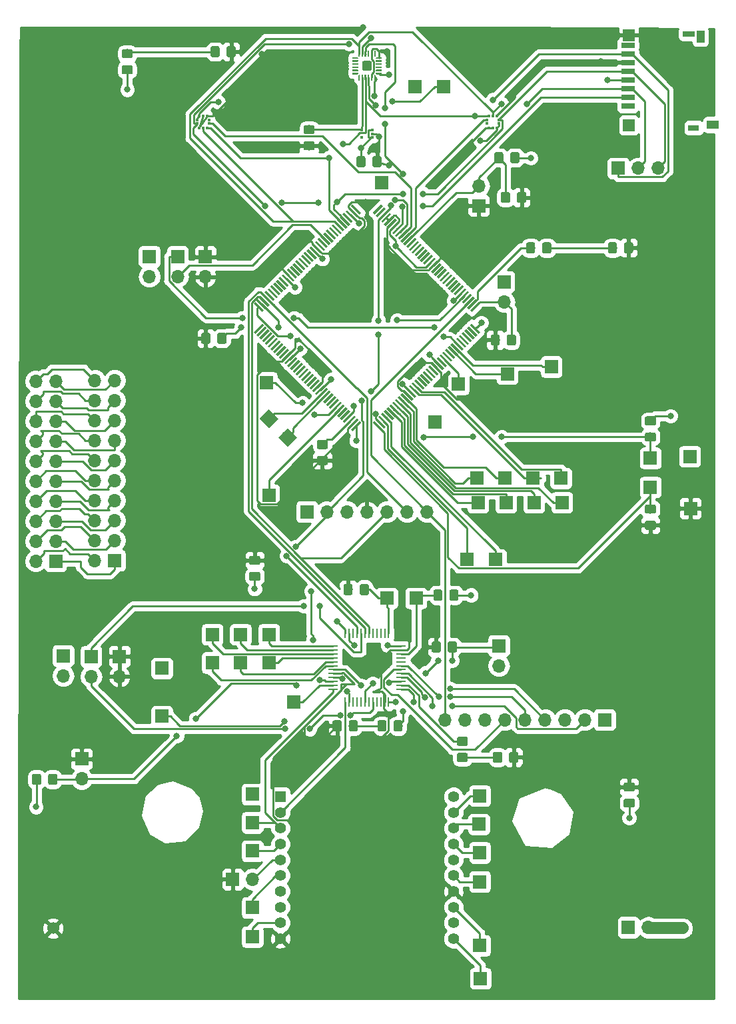
<source format=gbr>
G04 #@! TF.GenerationSoftware,KiCad,Pcbnew,(5.0.1-3-g963ef8bb5)*
G04 #@! TF.CreationDate,2020-01-06T21:10:07-05:00*
G04 #@! TF.ProjectId,SLI HW,534C492048572E6B696361645F706362,rev?*
G04 #@! TF.SameCoordinates,Original*
G04 #@! TF.FileFunction,Copper,L1,Top,Signal*
G04 #@! TF.FilePolarity,Positive*
%FSLAX46Y46*%
G04 Gerber Fmt 4.6, Leading zero omitted, Abs format (unit mm)*
G04 Created by KiCad (PCBNEW (5.0.1-3-g963ef8bb5)) date Monday, January 06, 2020 at 09:10:07 PM*
%MOMM*%
%LPD*%
G01*
G04 APERTURE LIST*
G04 #@! TA.AperFunction,Conductor*
%ADD10C,0.100000*%
G04 #@! TD*
G04 #@! TA.AperFunction,SMDPad,CuDef*
%ADD11C,1.200000*%
G04 #@! TD*
G04 #@! TA.AperFunction,SMDPad,CuDef*
%ADD12C,0.115147*%
G04 #@! TD*
G04 #@! TA.AperFunction,SMDPad,CuDef*
%ADD13C,0.200000*%
G04 #@! TD*
G04 #@! TA.AperFunction,ComponentPad*
%ADD14R,1.700000X1.700000*%
G04 #@! TD*
G04 #@! TA.AperFunction,ComponentPad*
%ADD15O,1.700000X1.700000*%
G04 #@! TD*
G04 #@! TA.AperFunction,SMDPad,CuDef*
%ADD16R,0.350000X0.380000*%
G04 #@! TD*
G04 #@! TA.AperFunction,ComponentPad*
%ADD17C,1.524000*%
G04 #@! TD*
G04 #@! TA.AperFunction,SMDPad,CuDef*
%ADD18C,1.150000*%
G04 #@! TD*
G04 #@! TA.AperFunction,SMDPad,CuDef*
%ADD19R,1.750440X0.700176*%
G04 #@! TD*
G04 #@! TA.AperFunction,SMDPad,CuDef*
%ADD20R,1.752980X0.701191*%
G04 #@! TD*
G04 #@! TA.AperFunction,SMDPad,CuDef*
%ADD21R,1.751610X0.700643*%
G04 #@! TD*
G04 #@! TA.AperFunction,SMDPad,CuDef*
%ADD22R,1.752180X0.700871*%
G04 #@! TD*
G04 #@! TA.AperFunction,SMDPad,CuDef*
%ADD23R,1.752460X0.700982*%
G04 #@! TD*
G04 #@! TA.AperFunction,SMDPad,CuDef*
%ADD24R,1.750430X0.700174*%
G04 #@! TD*
G04 #@! TA.AperFunction,SMDPad,CuDef*
%ADD25R,1.751770X0.700710*%
G04 #@! TD*
G04 #@! TA.AperFunction,SMDPad,CuDef*
%ADD26R,1.752640X0.701055*%
G04 #@! TD*
G04 #@! TA.AperFunction,SMDPad,CuDef*
%ADD27R,1.500920X1.500920*%
G04 #@! TD*
G04 #@! TA.AperFunction,SMDPad,CuDef*
%ADD28R,1.501800X1.501800*%
G04 #@! TD*
G04 #@! TA.AperFunction,SMDPad,CuDef*
%ADD29R,1.501100X0.800585*%
G04 #@! TD*
G04 #@! TA.AperFunction,SMDPad,CuDef*
%ADD30R,1.400640X0.800364*%
G04 #@! TD*
G04 #@! TA.AperFunction,SMDPad,CuDef*
%ADD31R,1.000010X1.500010*%
G04 #@! TD*
G04 #@! TA.AperFunction,SMDPad,CuDef*
%ADD32R,1.501930X1.001290*%
G04 #@! TD*
G04 #@! TA.AperFunction,ComponentPad*
%ADD33C,1.700000*%
G04 #@! TD*
G04 #@! TA.AperFunction,SMDPad,CuDef*
%ADD34C,0.300000*%
G04 #@! TD*
G04 #@! TA.AperFunction,SMDPad,CuDef*
%ADD35R,1.300000X0.250000*%
G04 #@! TD*
G04 #@! TA.AperFunction,SMDPad,CuDef*
%ADD36R,0.250000X1.300000*%
G04 #@! TD*
G04 #@! TA.AperFunction,ComponentPad*
%ADD37R,1.400000X1.400000*%
G04 #@! TD*
G04 #@! TA.AperFunction,ComponentPad*
%ADD38C,1.400000*%
G04 #@! TD*
G04 #@! TA.AperFunction,SMDPad,CuDef*
%ADD39R,0.450000X0.300000*%
G04 #@! TD*
G04 #@! TA.AperFunction,ViaPad*
%ADD40C,0.800000*%
G04 #@! TD*
G04 #@! TA.AperFunction,Conductor*
%ADD41C,0.250000*%
G04 #@! TD*
G04 #@! TA.AperFunction,Conductor*
%ADD42C,1.500000*%
G04 #@! TD*
G04 #@! TA.AperFunction,Conductor*
%ADD43C,0.254000*%
G04 #@! TD*
G04 APERTURE END LIST*
D10*
G04 #@! TO.N,N/C*
G04 #@! TO.C,U1*
G36*
X91101149Y-34970901D02*
X91119321Y-34973597D01*
X91137141Y-34978061D01*
X91154438Y-34984250D01*
X91171045Y-34992104D01*
X91186803Y-35001549D01*
X91201558Y-35012492D01*
X91215170Y-35024830D01*
X91227508Y-35038442D01*
X91238451Y-35053197D01*
X91247896Y-35068955D01*
X91255750Y-35085562D01*
X91261939Y-35102859D01*
X91266403Y-35120679D01*
X91269099Y-35138851D01*
X91270000Y-35157200D01*
X91270000Y-35982800D01*
X91269099Y-36001149D01*
X91266403Y-36019321D01*
X91261939Y-36037141D01*
X91255750Y-36054438D01*
X91247896Y-36071045D01*
X91238451Y-36086803D01*
X91227508Y-36101558D01*
X91215170Y-36115170D01*
X91201558Y-36127508D01*
X91186803Y-36138451D01*
X91171045Y-36147896D01*
X91154438Y-36155750D01*
X91137141Y-36161939D01*
X91119321Y-36166403D01*
X91101149Y-36169099D01*
X91082800Y-36170000D01*
X90257200Y-36170000D01*
X90238851Y-36169099D01*
X90220679Y-36166403D01*
X90202859Y-36161939D01*
X90185562Y-36155750D01*
X90168955Y-36147896D01*
X90153197Y-36138451D01*
X90138442Y-36127508D01*
X90124830Y-36115170D01*
X90112492Y-36101558D01*
X90101549Y-36086803D01*
X90092104Y-36071045D01*
X90084250Y-36054438D01*
X90078061Y-36037141D01*
X90073597Y-36019321D01*
X90070901Y-36001149D01*
X90070000Y-35982800D01*
X90070000Y-35157200D01*
X90070901Y-35138851D01*
X90073597Y-35120679D01*
X90078061Y-35102859D01*
X90084250Y-35085562D01*
X90092104Y-35068955D01*
X90101549Y-35053197D01*
X90112492Y-35038442D01*
X90124830Y-35024830D01*
X90138442Y-35012492D01*
X90153197Y-35001549D01*
X90168955Y-34992104D01*
X90185562Y-34984250D01*
X90202859Y-34978061D01*
X90220679Y-34973597D01*
X90238851Y-34970901D01*
X90257200Y-34970000D01*
X91082800Y-34970000D01*
X91101149Y-34970901D01*
X91101149Y-34970901D01*
G37*
D11*
G04 #@! TD*
G04 #@! TO.P,U1,25*
G04 #@! TO.N,N/C*
X90670000Y-35570000D03*
D12*
G04 #@! TO.P,U1,1*
G04 #@! TO.N,Net-(U1-Pad1)*
X89170000Y-34570000D03*
D10*
G04 #@! TD*
G04 #@! TO.N,Net-(U1-Pad1)*
G04 #@! TO.C,U1*
G36*
X89545000Y-34590000D02*
X89545000Y-34670000D01*
X88795000Y-34670000D01*
X88795000Y-34470000D01*
X89425000Y-34470000D01*
X89545000Y-34590000D01*
X89545000Y-34590000D01*
G37*
G04 #@! TO.N,Net-(U1-Pad2)*
G04 #@! TO.C,U1*
G36*
X89499901Y-34870241D02*
X89504755Y-34870961D01*
X89509514Y-34872153D01*
X89514134Y-34873806D01*
X89518570Y-34875904D01*
X89522779Y-34878427D01*
X89526720Y-34881349D01*
X89530355Y-34884645D01*
X89533651Y-34888280D01*
X89536573Y-34892221D01*
X89539096Y-34896430D01*
X89541194Y-34900866D01*
X89542847Y-34905486D01*
X89544039Y-34910245D01*
X89544759Y-34915099D01*
X89545000Y-34920000D01*
X89545000Y-35020000D01*
X89544759Y-35024901D01*
X89544039Y-35029755D01*
X89542847Y-35034514D01*
X89541194Y-35039134D01*
X89539096Y-35043570D01*
X89536573Y-35047779D01*
X89533651Y-35051720D01*
X89530355Y-35055355D01*
X89526720Y-35058651D01*
X89522779Y-35061573D01*
X89518570Y-35064096D01*
X89514134Y-35066194D01*
X89509514Y-35067847D01*
X89504755Y-35069039D01*
X89499901Y-35069759D01*
X89495000Y-35070000D01*
X88845000Y-35070000D01*
X88840099Y-35069759D01*
X88835245Y-35069039D01*
X88830486Y-35067847D01*
X88825866Y-35066194D01*
X88821430Y-35064096D01*
X88817221Y-35061573D01*
X88813280Y-35058651D01*
X88809645Y-35055355D01*
X88806349Y-35051720D01*
X88803427Y-35047779D01*
X88800904Y-35043570D01*
X88798806Y-35039134D01*
X88797153Y-35034514D01*
X88795961Y-35029755D01*
X88795241Y-35024901D01*
X88795000Y-35020000D01*
X88795000Y-34920000D01*
X88795241Y-34915099D01*
X88795961Y-34910245D01*
X88797153Y-34905486D01*
X88798806Y-34900866D01*
X88800904Y-34896430D01*
X88803427Y-34892221D01*
X88806349Y-34888280D01*
X88809645Y-34884645D01*
X88813280Y-34881349D01*
X88817221Y-34878427D01*
X88821430Y-34875904D01*
X88825866Y-34873806D01*
X88830486Y-34872153D01*
X88835245Y-34870961D01*
X88840099Y-34870241D01*
X88845000Y-34870000D01*
X89495000Y-34870000D01*
X89499901Y-34870241D01*
X89499901Y-34870241D01*
G37*
D13*
G04 #@! TD*
G04 #@! TO.P,U1,2*
G04 #@! TO.N,Net-(U1-Pad2)*
X89170000Y-34970000D03*
D10*
G04 #@! TO.N,Net-(U1-Pad3)*
G04 #@! TO.C,U1*
G36*
X89499901Y-35270241D02*
X89504755Y-35270961D01*
X89509514Y-35272153D01*
X89514134Y-35273806D01*
X89518570Y-35275904D01*
X89522779Y-35278427D01*
X89526720Y-35281349D01*
X89530355Y-35284645D01*
X89533651Y-35288280D01*
X89536573Y-35292221D01*
X89539096Y-35296430D01*
X89541194Y-35300866D01*
X89542847Y-35305486D01*
X89544039Y-35310245D01*
X89544759Y-35315099D01*
X89545000Y-35320000D01*
X89545000Y-35420000D01*
X89544759Y-35424901D01*
X89544039Y-35429755D01*
X89542847Y-35434514D01*
X89541194Y-35439134D01*
X89539096Y-35443570D01*
X89536573Y-35447779D01*
X89533651Y-35451720D01*
X89530355Y-35455355D01*
X89526720Y-35458651D01*
X89522779Y-35461573D01*
X89518570Y-35464096D01*
X89514134Y-35466194D01*
X89509514Y-35467847D01*
X89504755Y-35469039D01*
X89499901Y-35469759D01*
X89495000Y-35470000D01*
X88845000Y-35470000D01*
X88840099Y-35469759D01*
X88835245Y-35469039D01*
X88830486Y-35467847D01*
X88825866Y-35466194D01*
X88821430Y-35464096D01*
X88817221Y-35461573D01*
X88813280Y-35458651D01*
X88809645Y-35455355D01*
X88806349Y-35451720D01*
X88803427Y-35447779D01*
X88800904Y-35443570D01*
X88798806Y-35439134D01*
X88797153Y-35434514D01*
X88795961Y-35429755D01*
X88795241Y-35424901D01*
X88795000Y-35420000D01*
X88795000Y-35320000D01*
X88795241Y-35315099D01*
X88795961Y-35310245D01*
X88797153Y-35305486D01*
X88798806Y-35300866D01*
X88800904Y-35296430D01*
X88803427Y-35292221D01*
X88806349Y-35288280D01*
X88809645Y-35284645D01*
X88813280Y-35281349D01*
X88817221Y-35278427D01*
X88821430Y-35275904D01*
X88825866Y-35273806D01*
X88830486Y-35272153D01*
X88835245Y-35270961D01*
X88840099Y-35270241D01*
X88845000Y-35270000D01*
X89495000Y-35270000D01*
X89499901Y-35270241D01*
X89499901Y-35270241D01*
G37*
D13*
G04 #@! TD*
G04 #@! TO.P,U1,3*
G04 #@! TO.N,Net-(U1-Pad3)*
X89170000Y-35370000D03*
D10*
G04 #@! TO.N,Net-(U1-Pad4)*
G04 #@! TO.C,U1*
G36*
X89499901Y-35670241D02*
X89504755Y-35670961D01*
X89509514Y-35672153D01*
X89514134Y-35673806D01*
X89518570Y-35675904D01*
X89522779Y-35678427D01*
X89526720Y-35681349D01*
X89530355Y-35684645D01*
X89533651Y-35688280D01*
X89536573Y-35692221D01*
X89539096Y-35696430D01*
X89541194Y-35700866D01*
X89542847Y-35705486D01*
X89544039Y-35710245D01*
X89544759Y-35715099D01*
X89545000Y-35720000D01*
X89545000Y-35820000D01*
X89544759Y-35824901D01*
X89544039Y-35829755D01*
X89542847Y-35834514D01*
X89541194Y-35839134D01*
X89539096Y-35843570D01*
X89536573Y-35847779D01*
X89533651Y-35851720D01*
X89530355Y-35855355D01*
X89526720Y-35858651D01*
X89522779Y-35861573D01*
X89518570Y-35864096D01*
X89514134Y-35866194D01*
X89509514Y-35867847D01*
X89504755Y-35869039D01*
X89499901Y-35869759D01*
X89495000Y-35870000D01*
X88845000Y-35870000D01*
X88840099Y-35869759D01*
X88835245Y-35869039D01*
X88830486Y-35867847D01*
X88825866Y-35866194D01*
X88821430Y-35864096D01*
X88817221Y-35861573D01*
X88813280Y-35858651D01*
X88809645Y-35855355D01*
X88806349Y-35851720D01*
X88803427Y-35847779D01*
X88800904Y-35843570D01*
X88798806Y-35839134D01*
X88797153Y-35834514D01*
X88795961Y-35829755D01*
X88795241Y-35824901D01*
X88795000Y-35820000D01*
X88795000Y-35720000D01*
X88795241Y-35715099D01*
X88795961Y-35710245D01*
X88797153Y-35705486D01*
X88798806Y-35700866D01*
X88800904Y-35696430D01*
X88803427Y-35692221D01*
X88806349Y-35688280D01*
X88809645Y-35684645D01*
X88813280Y-35681349D01*
X88817221Y-35678427D01*
X88821430Y-35675904D01*
X88825866Y-35673806D01*
X88830486Y-35672153D01*
X88835245Y-35670961D01*
X88840099Y-35670241D01*
X88845000Y-35670000D01*
X89495000Y-35670000D01*
X89499901Y-35670241D01*
X89499901Y-35670241D01*
G37*
D13*
G04 #@! TD*
G04 #@! TO.P,U1,4*
G04 #@! TO.N,Net-(U1-Pad4)*
X89170000Y-35770000D03*
D10*
G04 #@! TO.N,Net-(U1-Pad5)*
G04 #@! TO.C,U1*
G36*
X89499901Y-36070241D02*
X89504755Y-36070961D01*
X89509514Y-36072153D01*
X89514134Y-36073806D01*
X89518570Y-36075904D01*
X89522779Y-36078427D01*
X89526720Y-36081349D01*
X89530355Y-36084645D01*
X89533651Y-36088280D01*
X89536573Y-36092221D01*
X89539096Y-36096430D01*
X89541194Y-36100866D01*
X89542847Y-36105486D01*
X89544039Y-36110245D01*
X89544759Y-36115099D01*
X89545000Y-36120000D01*
X89545000Y-36220000D01*
X89544759Y-36224901D01*
X89544039Y-36229755D01*
X89542847Y-36234514D01*
X89541194Y-36239134D01*
X89539096Y-36243570D01*
X89536573Y-36247779D01*
X89533651Y-36251720D01*
X89530355Y-36255355D01*
X89526720Y-36258651D01*
X89522779Y-36261573D01*
X89518570Y-36264096D01*
X89514134Y-36266194D01*
X89509514Y-36267847D01*
X89504755Y-36269039D01*
X89499901Y-36269759D01*
X89495000Y-36270000D01*
X88845000Y-36270000D01*
X88840099Y-36269759D01*
X88835245Y-36269039D01*
X88830486Y-36267847D01*
X88825866Y-36266194D01*
X88821430Y-36264096D01*
X88817221Y-36261573D01*
X88813280Y-36258651D01*
X88809645Y-36255355D01*
X88806349Y-36251720D01*
X88803427Y-36247779D01*
X88800904Y-36243570D01*
X88798806Y-36239134D01*
X88797153Y-36234514D01*
X88795961Y-36229755D01*
X88795241Y-36224901D01*
X88795000Y-36220000D01*
X88795000Y-36120000D01*
X88795241Y-36115099D01*
X88795961Y-36110245D01*
X88797153Y-36105486D01*
X88798806Y-36100866D01*
X88800904Y-36096430D01*
X88803427Y-36092221D01*
X88806349Y-36088280D01*
X88809645Y-36084645D01*
X88813280Y-36081349D01*
X88817221Y-36078427D01*
X88821430Y-36075904D01*
X88825866Y-36073806D01*
X88830486Y-36072153D01*
X88835245Y-36070961D01*
X88840099Y-36070241D01*
X88845000Y-36070000D01*
X89495000Y-36070000D01*
X89499901Y-36070241D01*
X89499901Y-36070241D01*
G37*
D13*
G04 #@! TD*
G04 #@! TO.P,U1,5*
G04 #@! TO.N,Net-(U1-Pad5)*
X89170000Y-36170000D03*
D12*
G04 #@! TO.P,U1,6*
G04 #@! TO.N,Net-(U1-Pad6)*
X89170000Y-36570000D03*
D10*
G04 #@! TD*
G04 #@! TO.N,Net-(U1-Pad6)*
G04 #@! TO.C,U1*
G36*
X89545000Y-36550000D02*
X89425000Y-36670000D01*
X88795000Y-36670000D01*
X88795000Y-36470000D01*
X89545000Y-36470000D01*
X89545000Y-36550000D01*
X89545000Y-36550000D01*
G37*
D12*
G04 #@! TO.P,U1,7*
G04 #@! TO.N,Net-(U1-Pad7)*
X89670000Y-37070000D03*
D10*
G04 #@! TD*
G04 #@! TO.N,Net-(U1-Pad7)*
G04 #@! TO.C,U1*
G36*
X89770000Y-37445000D02*
X89570000Y-37445000D01*
X89570000Y-36815000D01*
X89690000Y-36695000D01*
X89770000Y-36695000D01*
X89770000Y-37445000D01*
X89770000Y-37445000D01*
G37*
G04 #@! TO.N,/vddioacc*
G04 #@! TO.C,U1*
G36*
X90124901Y-36695241D02*
X90129755Y-36695961D01*
X90134514Y-36697153D01*
X90139134Y-36698806D01*
X90143570Y-36700904D01*
X90147779Y-36703427D01*
X90151720Y-36706349D01*
X90155355Y-36709645D01*
X90158651Y-36713280D01*
X90161573Y-36717221D01*
X90164096Y-36721430D01*
X90166194Y-36725866D01*
X90167847Y-36730486D01*
X90169039Y-36735245D01*
X90169759Y-36740099D01*
X90170000Y-36745000D01*
X90170000Y-37395000D01*
X90169759Y-37399901D01*
X90169039Y-37404755D01*
X90167847Y-37409514D01*
X90166194Y-37414134D01*
X90164096Y-37418570D01*
X90161573Y-37422779D01*
X90158651Y-37426720D01*
X90155355Y-37430355D01*
X90151720Y-37433651D01*
X90147779Y-37436573D01*
X90143570Y-37439096D01*
X90139134Y-37441194D01*
X90134514Y-37442847D01*
X90129755Y-37444039D01*
X90124901Y-37444759D01*
X90120000Y-37445000D01*
X90020000Y-37445000D01*
X90015099Y-37444759D01*
X90010245Y-37444039D01*
X90005486Y-37442847D01*
X90000866Y-37441194D01*
X89996430Y-37439096D01*
X89992221Y-37436573D01*
X89988280Y-37433651D01*
X89984645Y-37430355D01*
X89981349Y-37426720D01*
X89978427Y-37422779D01*
X89975904Y-37418570D01*
X89973806Y-37414134D01*
X89972153Y-37409514D01*
X89970961Y-37404755D01*
X89970241Y-37399901D01*
X89970000Y-37395000D01*
X89970000Y-36745000D01*
X89970241Y-36740099D01*
X89970961Y-36735245D01*
X89972153Y-36730486D01*
X89973806Y-36725866D01*
X89975904Y-36721430D01*
X89978427Y-36717221D01*
X89981349Y-36713280D01*
X89984645Y-36709645D01*
X89988280Y-36706349D01*
X89992221Y-36703427D01*
X89996430Y-36700904D01*
X90000866Y-36698806D01*
X90005486Y-36697153D01*
X90010245Y-36695961D01*
X90015099Y-36695241D01*
X90020000Y-36695000D01*
X90120000Y-36695000D01*
X90124901Y-36695241D01*
X90124901Y-36695241D01*
G37*
D13*
G04 #@! TD*
G04 #@! TO.P,U1,8*
G04 #@! TO.N,/vddioacc*
X90070000Y-37070000D03*
D10*
G04 #@! TO.N,/MISO(SDO)f205*
G04 #@! TO.C,U1*
G36*
X90524901Y-36695241D02*
X90529755Y-36695961D01*
X90534514Y-36697153D01*
X90539134Y-36698806D01*
X90543570Y-36700904D01*
X90547779Y-36703427D01*
X90551720Y-36706349D01*
X90555355Y-36709645D01*
X90558651Y-36713280D01*
X90561573Y-36717221D01*
X90564096Y-36721430D01*
X90566194Y-36725866D01*
X90567847Y-36730486D01*
X90569039Y-36735245D01*
X90569759Y-36740099D01*
X90570000Y-36745000D01*
X90570000Y-37395000D01*
X90569759Y-37399901D01*
X90569039Y-37404755D01*
X90567847Y-37409514D01*
X90566194Y-37414134D01*
X90564096Y-37418570D01*
X90561573Y-37422779D01*
X90558651Y-37426720D01*
X90555355Y-37430355D01*
X90551720Y-37433651D01*
X90547779Y-37436573D01*
X90543570Y-37439096D01*
X90539134Y-37441194D01*
X90534514Y-37442847D01*
X90529755Y-37444039D01*
X90524901Y-37444759D01*
X90520000Y-37445000D01*
X90420000Y-37445000D01*
X90415099Y-37444759D01*
X90410245Y-37444039D01*
X90405486Y-37442847D01*
X90400866Y-37441194D01*
X90396430Y-37439096D01*
X90392221Y-37436573D01*
X90388280Y-37433651D01*
X90384645Y-37430355D01*
X90381349Y-37426720D01*
X90378427Y-37422779D01*
X90375904Y-37418570D01*
X90373806Y-37414134D01*
X90372153Y-37409514D01*
X90370961Y-37404755D01*
X90370241Y-37399901D01*
X90370000Y-37395000D01*
X90370000Y-36745000D01*
X90370241Y-36740099D01*
X90370961Y-36735245D01*
X90372153Y-36730486D01*
X90373806Y-36725866D01*
X90375904Y-36721430D01*
X90378427Y-36717221D01*
X90381349Y-36713280D01*
X90384645Y-36709645D01*
X90388280Y-36706349D01*
X90392221Y-36703427D01*
X90396430Y-36700904D01*
X90400866Y-36698806D01*
X90405486Y-36697153D01*
X90410245Y-36695961D01*
X90415099Y-36695241D01*
X90420000Y-36695000D01*
X90520000Y-36695000D01*
X90524901Y-36695241D01*
X90524901Y-36695241D01*
G37*
D13*
G04 #@! TD*
G04 #@! TO.P,U1,9*
G04 #@! TO.N,/MISO(SDO)f205*
X90470000Y-37070000D03*
D10*
G04 #@! TO.N,Net-(J29-Pad1)*
G04 #@! TO.C,U1*
G36*
X90924901Y-36695241D02*
X90929755Y-36695961D01*
X90934514Y-36697153D01*
X90939134Y-36698806D01*
X90943570Y-36700904D01*
X90947779Y-36703427D01*
X90951720Y-36706349D01*
X90955355Y-36709645D01*
X90958651Y-36713280D01*
X90961573Y-36717221D01*
X90964096Y-36721430D01*
X90966194Y-36725866D01*
X90967847Y-36730486D01*
X90969039Y-36735245D01*
X90969759Y-36740099D01*
X90970000Y-36745000D01*
X90970000Y-37395000D01*
X90969759Y-37399901D01*
X90969039Y-37404755D01*
X90967847Y-37409514D01*
X90966194Y-37414134D01*
X90964096Y-37418570D01*
X90961573Y-37422779D01*
X90958651Y-37426720D01*
X90955355Y-37430355D01*
X90951720Y-37433651D01*
X90947779Y-37436573D01*
X90943570Y-37439096D01*
X90939134Y-37441194D01*
X90934514Y-37442847D01*
X90929755Y-37444039D01*
X90924901Y-37444759D01*
X90920000Y-37445000D01*
X90820000Y-37445000D01*
X90815099Y-37444759D01*
X90810245Y-37444039D01*
X90805486Y-37442847D01*
X90800866Y-37441194D01*
X90796430Y-37439096D01*
X90792221Y-37436573D01*
X90788280Y-37433651D01*
X90784645Y-37430355D01*
X90781349Y-37426720D01*
X90778427Y-37422779D01*
X90775904Y-37418570D01*
X90773806Y-37414134D01*
X90772153Y-37409514D01*
X90770961Y-37404755D01*
X90770241Y-37399901D01*
X90770000Y-37395000D01*
X90770000Y-36745000D01*
X90770241Y-36740099D01*
X90770961Y-36735245D01*
X90772153Y-36730486D01*
X90773806Y-36725866D01*
X90775904Y-36721430D01*
X90778427Y-36717221D01*
X90781349Y-36713280D01*
X90784645Y-36709645D01*
X90788280Y-36706349D01*
X90792221Y-36703427D01*
X90796430Y-36700904D01*
X90800866Y-36698806D01*
X90805486Y-36697153D01*
X90810245Y-36695961D01*
X90815099Y-36695241D01*
X90820000Y-36695000D01*
X90920000Y-36695000D01*
X90924901Y-36695241D01*
X90924901Y-36695241D01*
G37*
D13*
G04 #@! TD*
G04 #@! TO.P,U1,10*
G04 #@! TO.N,Net-(J29-Pad1)*
X90870000Y-37070000D03*
D10*
G04 #@! TO.N,GND*
G04 #@! TO.C,U1*
G36*
X91324901Y-36695241D02*
X91329755Y-36695961D01*
X91334514Y-36697153D01*
X91339134Y-36698806D01*
X91343570Y-36700904D01*
X91347779Y-36703427D01*
X91351720Y-36706349D01*
X91355355Y-36709645D01*
X91358651Y-36713280D01*
X91361573Y-36717221D01*
X91364096Y-36721430D01*
X91366194Y-36725866D01*
X91367847Y-36730486D01*
X91369039Y-36735245D01*
X91369759Y-36740099D01*
X91370000Y-36745000D01*
X91370000Y-37395000D01*
X91369759Y-37399901D01*
X91369039Y-37404755D01*
X91367847Y-37409514D01*
X91366194Y-37414134D01*
X91364096Y-37418570D01*
X91361573Y-37422779D01*
X91358651Y-37426720D01*
X91355355Y-37430355D01*
X91351720Y-37433651D01*
X91347779Y-37436573D01*
X91343570Y-37439096D01*
X91339134Y-37441194D01*
X91334514Y-37442847D01*
X91329755Y-37444039D01*
X91324901Y-37444759D01*
X91320000Y-37445000D01*
X91220000Y-37445000D01*
X91215099Y-37444759D01*
X91210245Y-37444039D01*
X91205486Y-37442847D01*
X91200866Y-37441194D01*
X91196430Y-37439096D01*
X91192221Y-37436573D01*
X91188280Y-37433651D01*
X91184645Y-37430355D01*
X91181349Y-37426720D01*
X91178427Y-37422779D01*
X91175904Y-37418570D01*
X91173806Y-37414134D01*
X91172153Y-37409514D01*
X91170961Y-37404755D01*
X91170241Y-37399901D01*
X91170000Y-37395000D01*
X91170000Y-36745000D01*
X91170241Y-36740099D01*
X91170961Y-36735245D01*
X91172153Y-36730486D01*
X91173806Y-36725866D01*
X91175904Y-36721430D01*
X91178427Y-36717221D01*
X91181349Y-36713280D01*
X91184645Y-36709645D01*
X91188280Y-36706349D01*
X91192221Y-36703427D01*
X91196430Y-36700904D01*
X91200866Y-36698806D01*
X91205486Y-36697153D01*
X91210245Y-36695961D01*
X91215099Y-36695241D01*
X91220000Y-36695000D01*
X91320000Y-36695000D01*
X91324901Y-36695241D01*
X91324901Y-36695241D01*
G37*
D13*
G04 #@! TD*
G04 #@! TO.P,U1,11*
G04 #@! TO.N,GND*
X91270000Y-37070000D03*
D12*
G04 #@! TO.P,U1,12*
G04 #@! TO.N,/AccInt*
X91670000Y-37070000D03*
D10*
G04 #@! TD*
G04 #@! TO.N,/AccInt*
G04 #@! TO.C,U1*
G36*
X91770000Y-36815000D02*
X91770000Y-37445000D01*
X91570000Y-37445000D01*
X91570000Y-36695000D01*
X91650000Y-36695000D01*
X91770000Y-36815000D01*
X91770000Y-36815000D01*
G37*
D12*
G04 #@! TO.P,U1,13*
G04 #@! TO.N,VCC*
X92170000Y-36570000D03*
D10*
G04 #@! TD*
G04 #@! TO.N,VCC*
G04 #@! TO.C,U1*
G36*
X92545000Y-36670000D02*
X91915000Y-36670000D01*
X91795000Y-36550000D01*
X91795000Y-36470000D01*
X92545000Y-36470000D01*
X92545000Y-36670000D01*
X92545000Y-36670000D01*
G37*
G04 #@! TO.N,Net-(U1-Pad14)*
G04 #@! TO.C,U1*
G36*
X92499901Y-36070241D02*
X92504755Y-36070961D01*
X92509514Y-36072153D01*
X92514134Y-36073806D01*
X92518570Y-36075904D01*
X92522779Y-36078427D01*
X92526720Y-36081349D01*
X92530355Y-36084645D01*
X92533651Y-36088280D01*
X92536573Y-36092221D01*
X92539096Y-36096430D01*
X92541194Y-36100866D01*
X92542847Y-36105486D01*
X92544039Y-36110245D01*
X92544759Y-36115099D01*
X92545000Y-36120000D01*
X92545000Y-36220000D01*
X92544759Y-36224901D01*
X92544039Y-36229755D01*
X92542847Y-36234514D01*
X92541194Y-36239134D01*
X92539096Y-36243570D01*
X92536573Y-36247779D01*
X92533651Y-36251720D01*
X92530355Y-36255355D01*
X92526720Y-36258651D01*
X92522779Y-36261573D01*
X92518570Y-36264096D01*
X92514134Y-36266194D01*
X92509514Y-36267847D01*
X92504755Y-36269039D01*
X92499901Y-36269759D01*
X92495000Y-36270000D01*
X91845000Y-36270000D01*
X91840099Y-36269759D01*
X91835245Y-36269039D01*
X91830486Y-36267847D01*
X91825866Y-36266194D01*
X91821430Y-36264096D01*
X91817221Y-36261573D01*
X91813280Y-36258651D01*
X91809645Y-36255355D01*
X91806349Y-36251720D01*
X91803427Y-36247779D01*
X91800904Y-36243570D01*
X91798806Y-36239134D01*
X91797153Y-36234514D01*
X91795961Y-36229755D01*
X91795241Y-36224901D01*
X91795000Y-36220000D01*
X91795000Y-36120000D01*
X91795241Y-36115099D01*
X91795961Y-36110245D01*
X91797153Y-36105486D01*
X91798806Y-36100866D01*
X91800904Y-36096430D01*
X91803427Y-36092221D01*
X91806349Y-36088280D01*
X91809645Y-36084645D01*
X91813280Y-36081349D01*
X91817221Y-36078427D01*
X91821430Y-36075904D01*
X91825866Y-36073806D01*
X91830486Y-36072153D01*
X91835245Y-36070961D01*
X91840099Y-36070241D01*
X91845000Y-36070000D01*
X92495000Y-36070000D01*
X92499901Y-36070241D01*
X92499901Y-36070241D01*
G37*
D13*
G04 #@! TD*
G04 #@! TO.P,U1,14*
G04 #@! TO.N,Net-(U1-Pad14)*
X92170000Y-36170000D03*
D10*
G04 #@! TO.N,Net-(U1-Pad15)*
G04 #@! TO.C,U1*
G36*
X92499901Y-35670241D02*
X92504755Y-35670961D01*
X92509514Y-35672153D01*
X92514134Y-35673806D01*
X92518570Y-35675904D01*
X92522779Y-35678427D01*
X92526720Y-35681349D01*
X92530355Y-35684645D01*
X92533651Y-35688280D01*
X92536573Y-35692221D01*
X92539096Y-35696430D01*
X92541194Y-35700866D01*
X92542847Y-35705486D01*
X92544039Y-35710245D01*
X92544759Y-35715099D01*
X92545000Y-35720000D01*
X92545000Y-35820000D01*
X92544759Y-35824901D01*
X92544039Y-35829755D01*
X92542847Y-35834514D01*
X92541194Y-35839134D01*
X92539096Y-35843570D01*
X92536573Y-35847779D01*
X92533651Y-35851720D01*
X92530355Y-35855355D01*
X92526720Y-35858651D01*
X92522779Y-35861573D01*
X92518570Y-35864096D01*
X92514134Y-35866194D01*
X92509514Y-35867847D01*
X92504755Y-35869039D01*
X92499901Y-35869759D01*
X92495000Y-35870000D01*
X91845000Y-35870000D01*
X91840099Y-35869759D01*
X91835245Y-35869039D01*
X91830486Y-35867847D01*
X91825866Y-35866194D01*
X91821430Y-35864096D01*
X91817221Y-35861573D01*
X91813280Y-35858651D01*
X91809645Y-35855355D01*
X91806349Y-35851720D01*
X91803427Y-35847779D01*
X91800904Y-35843570D01*
X91798806Y-35839134D01*
X91797153Y-35834514D01*
X91795961Y-35829755D01*
X91795241Y-35824901D01*
X91795000Y-35820000D01*
X91795000Y-35720000D01*
X91795241Y-35715099D01*
X91795961Y-35710245D01*
X91797153Y-35705486D01*
X91798806Y-35700866D01*
X91800904Y-35696430D01*
X91803427Y-35692221D01*
X91806349Y-35688280D01*
X91809645Y-35684645D01*
X91813280Y-35681349D01*
X91817221Y-35678427D01*
X91821430Y-35675904D01*
X91825866Y-35673806D01*
X91830486Y-35672153D01*
X91835245Y-35670961D01*
X91840099Y-35670241D01*
X91845000Y-35670000D01*
X92495000Y-35670000D01*
X92499901Y-35670241D01*
X92499901Y-35670241D01*
G37*
D13*
G04 #@! TD*
G04 #@! TO.P,U1,15*
G04 #@! TO.N,Net-(U1-Pad15)*
X92170000Y-35770000D03*
D10*
G04 #@! TO.N,Net-(U1-Pad16)*
G04 #@! TO.C,U1*
G36*
X92499901Y-35270241D02*
X92504755Y-35270961D01*
X92509514Y-35272153D01*
X92514134Y-35273806D01*
X92518570Y-35275904D01*
X92522779Y-35278427D01*
X92526720Y-35281349D01*
X92530355Y-35284645D01*
X92533651Y-35288280D01*
X92536573Y-35292221D01*
X92539096Y-35296430D01*
X92541194Y-35300866D01*
X92542847Y-35305486D01*
X92544039Y-35310245D01*
X92544759Y-35315099D01*
X92545000Y-35320000D01*
X92545000Y-35420000D01*
X92544759Y-35424901D01*
X92544039Y-35429755D01*
X92542847Y-35434514D01*
X92541194Y-35439134D01*
X92539096Y-35443570D01*
X92536573Y-35447779D01*
X92533651Y-35451720D01*
X92530355Y-35455355D01*
X92526720Y-35458651D01*
X92522779Y-35461573D01*
X92518570Y-35464096D01*
X92514134Y-35466194D01*
X92509514Y-35467847D01*
X92504755Y-35469039D01*
X92499901Y-35469759D01*
X92495000Y-35470000D01*
X91845000Y-35470000D01*
X91840099Y-35469759D01*
X91835245Y-35469039D01*
X91830486Y-35467847D01*
X91825866Y-35466194D01*
X91821430Y-35464096D01*
X91817221Y-35461573D01*
X91813280Y-35458651D01*
X91809645Y-35455355D01*
X91806349Y-35451720D01*
X91803427Y-35447779D01*
X91800904Y-35443570D01*
X91798806Y-35439134D01*
X91797153Y-35434514D01*
X91795961Y-35429755D01*
X91795241Y-35424901D01*
X91795000Y-35420000D01*
X91795000Y-35320000D01*
X91795241Y-35315099D01*
X91795961Y-35310245D01*
X91797153Y-35305486D01*
X91798806Y-35300866D01*
X91800904Y-35296430D01*
X91803427Y-35292221D01*
X91806349Y-35288280D01*
X91809645Y-35284645D01*
X91813280Y-35281349D01*
X91817221Y-35278427D01*
X91821430Y-35275904D01*
X91825866Y-35273806D01*
X91830486Y-35272153D01*
X91835245Y-35270961D01*
X91840099Y-35270241D01*
X91845000Y-35270000D01*
X92495000Y-35270000D01*
X92499901Y-35270241D01*
X92499901Y-35270241D01*
G37*
D13*
G04 #@! TD*
G04 #@! TO.P,U1,16*
G04 #@! TO.N,Net-(U1-Pad16)*
X92170000Y-35370000D03*
D10*
G04 #@! TO.N,Net-(U1-Pad17)*
G04 #@! TO.C,U1*
G36*
X92499901Y-34870241D02*
X92504755Y-34870961D01*
X92509514Y-34872153D01*
X92514134Y-34873806D01*
X92518570Y-34875904D01*
X92522779Y-34878427D01*
X92526720Y-34881349D01*
X92530355Y-34884645D01*
X92533651Y-34888280D01*
X92536573Y-34892221D01*
X92539096Y-34896430D01*
X92541194Y-34900866D01*
X92542847Y-34905486D01*
X92544039Y-34910245D01*
X92544759Y-34915099D01*
X92545000Y-34920000D01*
X92545000Y-35020000D01*
X92544759Y-35024901D01*
X92544039Y-35029755D01*
X92542847Y-35034514D01*
X92541194Y-35039134D01*
X92539096Y-35043570D01*
X92536573Y-35047779D01*
X92533651Y-35051720D01*
X92530355Y-35055355D01*
X92526720Y-35058651D01*
X92522779Y-35061573D01*
X92518570Y-35064096D01*
X92514134Y-35066194D01*
X92509514Y-35067847D01*
X92504755Y-35069039D01*
X92499901Y-35069759D01*
X92495000Y-35070000D01*
X91845000Y-35070000D01*
X91840099Y-35069759D01*
X91835245Y-35069039D01*
X91830486Y-35067847D01*
X91825866Y-35066194D01*
X91821430Y-35064096D01*
X91817221Y-35061573D01*
X91813280Y-35058651D01*
X91809645Y-35055355D01*
X91806349Y-35051720D01*
X91803427Y-35047779D01*
X91800904Y-35043570D01*
X91798806Y-35039134D01*
X91797153Y-35034514D01*
X91795961Y-35029755D01*
X91795241Y-35024901D01*
X91795000Y-35020000D01*
X91795000Y-34920000D01*
X91795241Y-34915099D01*
X91795961Y-34910245D01*
X91797153Y-34905486D01*
X91798806Y-34900866D01*
X91800904Y-34896430D01*
X91803427Y-34892221D01*
X91806349Y-34888280D01*
X91809645Y-34884645D01*
X91813280Y-34881349D01*
X91817221Y-34878427D01*
X91821430Y-34875904D01*
X91825866Y-34873806D01*
X91830486Y-34872153D01*
X91835245Y-34870961D01*
X91840099Y-34870241D01*
X91845000Y-34870000D01*
X92495000Y-34870000D01*
X92499901Y-34870241D01*
X92499901Y-34870241D01*
G37*
D13*
G04 #@! TD*
G04 #@! TO.P,U1,17*
G04 #@! TO.N,Net-(U1-Pad17)*
X92170000Y-34970000D03*
D12*
G04 #@! TO.P,U1,18*
G04 #@! TO.N,GND*
X92170000Y-34570000D03*
D10*
G04 #@! TD*
G04 #@! TO.N,GND*
G04 #@! TO.C,U1*
G36*
X92545000Y-34670000D02*
X91795000Y-34670000D01*
X91795000Y-34590000D01*
X91915000Y-34470000D01*
X92545000Y-34470000D01*
X92545000Y-34670000D01*
X92545000Y-34670000D01*
G37*
D12*
G04 #@! TO.P,U1,19*
G04 #@! TO.N,Net-(U1-Pad19)*
X91670000Y-34070000D03*
D10*
G04 #@! TD*
G04 #@! TO.N,Net-(U1-Pad19)*
G04 #@! TO.C,U1*
G36*
X91770000Y-34325000D02*
X91650000Y-34445000D01*
X91570000Y-34445000D01*
X91570000Y-33695000D01*
X91770000Y-33695000D01*
X91770000Y-34325000D01*
X91770000Y-34325000D01*
G37*
G04 #@! TO.N,GND*
G04 #@! TO.C,U1*
G36*
X91324901Y-33695241D02*
X91329755Y-33695961D01*
X91334514Y-33697153D01*
X91339134Y-33698806D01*
X91343570Y-33700904D01*
X91347779Y-33703427D01*
X91351720Y-33706349D01*
X91355355Y-33709645D01*
X91358651Y-33713280D01*
X91361573Y-33717221D01*
X91364096Y-33721430D01*
X91366194Y-33725866D01*
X91367847Y-33730486D01*
X91369039Y-33735245D01*
X91369759Y-33740099D01*
X91370000Y-33745000D01*
X91370000Y-34395000D01*
X91369759Y-34399901D01*
X91369039Y-34404755D01*
X91367847Y-34409514D01*
X91366194Y-34414134D01*
X91364096Y-34418570D01*
X91361573Y-34422779D01*
X91358651Y-34426720D01*
X91355355Y-34430355D01*
X91351720Y-34433651D01*
X91347779Y-34436573D01*
X91343570Y-34439096D01*
X91339134Y-34441194D01*
X91334514Y-34442847D01*
X91329755Y-34444039D01*
X91324901Y-34444759D01*
X91320000Y-34445000D01*
X91220000Y-34445000D01*
X91215099Y-34444759D01*
X91210245Y-34444039D01*
X91205486Y-34442847D01*
X91200866Y-34441194D01*
X91196430Y-34439096D01*
X91192221Y-34436573D01*
X91188280Y-34433651D01*
X91184645Y-34430355D01*
X91181349Y-34426720D01*
X91178427Y-34422779D01*
X91175904Y-34418570D01*
X91173806Y-34414134D01*
X91172153Y-34409514D01*
X91170961Y-34404755D01*
X91170241Y-34399901D01*
X91170000Y-34395000D01*
X91170000Y-33745000D01*
X91170241Y-33740099D01*
X91170961Y-33735245D01*
X91172153Y-33730486D01*
X91173806Y-33725866D01*
X91175904Y-33721430D01*
X91178427Y-33717221D01*
X91181349Y-33713280D01*
X91184645Y-33709645D01*
X91188280Y-33706349D01*
X91192221Y-33703427D01*
X91196430Y-33700904D01*
X91200866Y-33698806D01*
X91205486Y-33697153D01*
X91210245Y-33695961D01*
X91215099Y-33695241D01*
X91220000Y-33695000D01*
X91320000Y-33695000D01*
X91324901Y-33695241D01*
X91324901Y-33695241D01*
G37*
D13*
G04 #@! TD*
G04 #@! TO.P,U1,20*
G04 #@! TO.N,GND*
X91270000Y-34070000D03*
D10*
G04 #@! TO.N,Net-(U1-Pad21)*
G04 #@! TO.C,U1*
G36*
X90924901Y-33695241D02*
X90929755Y-33695961D01*
X90934514Y-33697153D01*
X90939134Y-33698806D01*
X90943570Y-33700904D01*
X90947779Y-33703427D01*
X90951720Y-33706349D01*
X90955355Y-33709645D01*
X90958651Y-33713280D01*
X90961573Y-33717221D01*
X90964096Y-33721430D01*
X90966194Y-33725866D01*
X90967847Y-33730486D01*
X90969039Y-33735245D01*
X90969759Y-33740099D01*
X90970000Y-33745000D01*
X90970000Y-34395000D01*
X90969759Y-34399901D01*
X90969039Y-34404755D01*
X90967847Y-34409514D01*
X90966194Y-34414134D01*
X90964096Y-34418570D01*
X90961573Y-34422779D01*
X90958651Y-34426720D01*
X90955355Y-34430355D01*
X90951720Y-34433651D01*
X90947779Y-34436573D01*
X90943570Y-34439096D01*
X90939134Y-34441194D01*
X90934514Y-34442847D01*
X90929755Y-34444039D01*
X90924901Y-34444759D01*
X90920000Y-34445000D01*
X90820000Y-34445000D01*
X90815099Y-34444759D01*
X90810245Y-34444039D01*
X90805486Y-34442847D01*
X90800866Y-34441194D01*
X90796430Y-34439096D01*
X90792221Y-34436573D01*
X90788280Y-34433651D01*
X90784645Y-34430355D01*
X90781349Y-34426720D01*
X90778427Y-34422779D01*
X90775904Y-34418570D01*
X90773806Y-34414134D01*
X90772153Y-34409514D01*
X90770961Y-34404755D01*
X90770241Y-34399901D01*
X90770000Y-34395000D01*
X90770000Y-33745000D01*
X90770241Y-33740099D01*
X90770961Y-33735245D01*
X90772153Y-33730486D01*
X90773806Y-33725866D01*
X90775904Y-33721430D01*
X90778427Y-33717221D01*
X90781349Y-33713280D01*
X90784645Y-33709645D01*
X90788280Y-33706349D01*
X90792221Y-33703427D01*
X90796430Y-33700904D01*
X90800866Y-33698806D01*
X90805486Y-33697153D01*
X90810245Y-33695961D01*
X90815099Y-33695241D01*
X90820000Y-33695000D01*
X90920000Y-33695000D01*
X90924901Y-33695241D01*
X90924901Y-33695241D01*
G37*
D13*
G04 #@! TD*
G04 #@! TO.P,U1,21*
G04 #@! TO.N,Net-(U1-Pad21)*
X90870000Y-34070000D03*
D10*
G04 #@! TO.N,/CSA3*
G04 #@! TO.C,U1*
G36*
X90524901Y-33695241D02*
X90529755Y-33695961D01*
X90534514Y-33697153D01*
X90539134Y-33698806D01*
X90543570Y-33700904D01*
X90547779Y-33703427D01*
X90551720Y-33706349D01*
X90555355Y-33709645D01*
X90558651Y-33713280D01*
X90561573Y-33717221D01*
X90564096Y-33721430D01*
X90566194Y-33725866D01*
X90567847Y-33730486D01*
X90569039Y-33735245D01*
X90569759Y-33740099D01*
X90570000Y-33745000D01*
X90570000Y-34395000D01*
X90569759Y-34399901D01*
X90569039Y-34404755D01*
X90567847Y-34409514D01*
X90566194Y-34414134D01*
X90564096Y-34418570D01*
X90561573Y-34422779D01*
X90558651Y-34426720D01*
X90555355Y-34430355D01*
X90551720Y-34433651D01*
X90547779Y-34436573D01*
X90543570Y-34439096D01*
X90539134Y-34441194D01*
X90534514Y-34442847D01*
X90529755Y-34444039D01*
X90524901Y-34444759D01*
X90520000Y-34445000D01*
X90420000Y-34445000D01*
X90415099Y-34444759D01*
X90410245Y-34444039D01*
X90405486Y-34442847D01*
X90400866Y-34441194D01*
X90396430Y-34439096D01*
X90392221Y-34436573D01*
X90388280Y-34433651D01*
X90384645Y-34430355D01*
X90381349Y-34426720D01*
X90378427Y-34422779D01*
X90375904Y-34418570D01*
X90373806Y-34414134D01*
X90372153Y-34409514D01*
X90370961Y-34404755D01*
X90370241Y-34399901D01*
X90370000Y-34395000D01*
X90370000Y-33745000D01*
X90370241Y-33740099D01*
X90370961Y-33735245D01*
X90372153Y-33730486D01*
X90373806Y-33725866D01*
X90375904Y-33721430D01*
X90378427Y-33717221D01*
X90381349Y-33713280D01*
X90384645Y-33709645D01*
X90388280Y-33706349D01*
X90392221Y-33703427D01*
X90396430Y-33700904D01*
X90400866Y-33698806D01*
X90405486Y-33697153D01*
X90410245Y-33695961D01*
X90415099Y-33695241D01*
X90420000Y-33695000D01*
X90520000Y-33695000D01*
X90524901Y-33695241D01*
X90524901Y-33695241D01*
G37*
D13*
G04 #@! TD*
G04 #@! TO.P,U1,22*
G04 #@! TO.N,/CSA3*
X90470000Y-34070000D03*
D10*
G04 #@! TO.N,/f205sck*
G04 #@! TO.C,U1*
G36*
X90124901Y-33695241D02*
X90129755Y-33695961D01*
X90134514Y-33697153D01*
X90139134Y-33698806D01*
X90143570Y-33700904D01*
X90147779Y-33703427D01*
X90151720Y-33706349D01*
X90155355Y-33709645D01*
X90158651Y-33713280D01*
X90161573Y-33717221D01*
X90164096Y-33721430D01*
X90166194Y-33725866D01*
X90167847Y-33730486D01*
X90169039Y-33735245D01*
X90169759Y-33740099D01*
X90170000Y-33745000D01*
X90170000Y-34395000D01*
X90169759Y-34399901D01*
X90169039Y-34404755D01*
X90167847Y-34409514D01*
X90166194Y-34414134D01*
X90164096Y-34418570D01*
X90161573Y-34422779D01*
X90158651Y-34426720D01*
X90155355Y-34430355D01*
X90151720Y-34433651D01*
X90147779Y-34436573D01*
X90143570Y-34439096D01*
X90139134Y-34441194D01*
X90134514Y-34442847D01*
X90129755Y-34444039D01*
X90124901Y-34444759D01*
X90120000Y-34445000D01*
X90020000Y-34445000D01*
X90015099Y-34444759D01*
X90010245Y-34444039D01*
X90005486Y-34442847D01*
X90000866Y-34441194D01*
X89996430Y-34439096D01*
X89992221Y-34436573D01*
X89988280Y-34433651D01*
X89984645Y-34430355D01*
X89981349Y-34426720D01*
X89978427Y-34422779D01*
X89975904Y-34418570D01*
X89973806Y-34414134D01*
X89972153Y-34409514D01*
X89970961Y-34404755D01*
X89970241Y-34399901D01*
X89970000Y-34395000D01*
X89970000Y-33745000D01*
X89970241Y-33740099D01*
X89970961Y-33735245D01*
X89972153Y-33730486D01*
X89973806Y-33725866D01*
X89975904Y-33721430D01*
X89978427Y-33717221D01*
X89981349Y-33713280D01*
X89984645Y-33709645D01*
X89988280Y-33706349D01*
X89992221Y-33703427D01*
X89996430Y-33700904D01*
X90000866Y-33698806D01*
X90005486Y-33697153D01*
X90010245Y-33695961D01*
X90015099Y-33695241D01*
X90020000Y-33695000D01*
X90120000Y-33695000D01*
X90124901Y-33695241D01*
X90124901Y-33695241D01*
G37*
D13*
G04 #@! TD*
G04 #@! TO.P,U1,23*
G04 #@! TO.N,/f205sck*
X90070000Y-34070000D03*
D12*
G04 #@! TO.P,U1,24*
G04 #@! TO.N,/MOSI(SDI)f205*
X89670000Y-34070000D03*
D10*
G04 #@! TD*
G04 #@! TO.N,/MOSI(SDI)f205*
G04 #@! TO.C,U1*
G36*
X89770000Y-34445000D02*
X89690000Y-34445000D01*
X89570000Y-34325000D01*
X89570000Y-33695000D01*
X89770000Y-33695000D01*
X89770000Y-34445000D01*
X89770000Y-34445000D01*
G37*
D14*
G04 #@! TO.P,REF\002A\002A,1*
G04 #@! TO.N,N/C*
X51100000Y-98500000D03*
D15*
G04 #@! TO.P,REF\002A\002A,2*
X48560000Y-98500000D03*
G04 #@! TO.P,REF\002A\002A,3*
X51100000Y-95960000D03*
G04 #@! TO.P,REF\002A\002A,4*
X48560000Y-95960000D03*
G04 #@! TO.P,REF\002A\002A,5*
X51100000Y-93420000D03*
G04 #@! TO.P,REF\002A\002A,6*
X48560000Y-93420000D03*
G04 #@! TO.P,REF\002A\002A,7*
X51100000Y-90880000D03*
G04 #@! TO.P,REF\002A\002A,8*
X48560000Y-90880000D03*
G04 #@! TO.P,REF\002A\002A,9*
X51100000Y-88340000D03*
G04 #@! TO.P,REF\002A\002A,10*
X48560000Y-88340000D03*
G04 #@! TO.P,REF\002A\002A,11*
X51100000Y-85800000D03*
G04 #@! TO.P,REF\002A\002A,12*
X48560000Y-85800000D03*
G04 #@! TO.P,REF\002A\002A,13*
X51100000Y-83260000D03*
G04 #@! TO.P,REF\002A\002A,14*
X48560000Y-83260000D03*
G04 #@! TO.P,REF\002A\002A,15*
X51100000Y-80720000D03*
G04 #@! TO.P,REF\002A\002A,16*
X48560000Y-80720000D03*
G04 #@! TO.P,REF\002A\002A,17*
X51100000Y-78180000D03*
G04 #@! TO.P,REF\002A\002A,18*
X48560000Y-78180000D03*
G04 #@! TO.P,REF\002A\002A,19*
X51100000Y-75640000D03*
G04 #@! TO.P,REF\002A\002A,20*
X48560000Y-75640000D03*
G04 #@! TD*
D14*
G04 #@! TO.P,J21,1*
G04 #@! TO.N,/xdin*
X76100000Y-131700000D03*
G04 #@! TD*
G04 #@! TO.P,J70,1*
G04 #@! TO.N,Net-(J70-Pad1)*
X78200000Y-111400000D03*
G04 #@! TD*
D16*
G04 #@! TO.P,U3,10*
G04 #@! TO.N,VCC*
X107172000Y-43447000D03*
G04 #@! TO.P,U3,9*
G04 #@! TO.N,GND*
X106672000Y-43447000D03*
G04 #@! TO.P,U3,8*
X106172000Y-43447000D03*
G04 #@! TO.P,U3,7*
G04 #@! TO.N,Net-(U3-Pad7)*
X105907000Y-42932000D03*
G04 #@! TO.P,U3,6*
G04 #@! TO.N,/CSA1*
X105907000Y-42432000D03*
G04 #@! TO.P,U3,5*
G04 #@! TO.N,/MISO(SDO)f205*
X106172000Y-41917000D03*
G04 #@! TO.P,U3,4*
G04 #@! TO.N,/MOSI(SDI)f205*
X106672000Y-41917000D03*
G04 #@! TO.P,U3,3*
G04 #@! TO.N,GND*
X107172000Y-41917000D03*
G04 #@! TO.P,U3,2*
G04 #@! TO.N,/f205sck*
X107437000Y-42432000D03*
G04 #@! TO.P,U3,1*
G04 #@! TO.N,VCC*
X107437000Y-42932000D03*
G04 #@! TD*
D17*
G04 #@! TO.P,BT1,1*
G04 #@! TO.N,Net-(BT1-Pad1)*
X130780000Y-145100000D03*
G04 #@! TO.P,BT1,2*
G04 #@! TO.N,GND*
X50770000Y-145100000D03*
G04 #@! TD*
D10*
G04 #@! TO.N,GND*
G04 #@! TO.C,C1*
G36*
X76874505Y-97801204D02*
X76898773Y-97804804D01*
X76922572Y-97810765D01*
X76945671Y-97819030D01*
X76967850Y-97829520D01*
X76988893Y-97842132D01*
X77008599Y-97856747D01*
X77026777Y-97873223D01*
X77043253Y-97891401D01*
X77057868Y-97911107D01*
X77070480Y-97932150D01*
X77080970Y-97954329D01*
X77089235Y-97977428D01*
X77095196Y-98001227D01*
X77098796Y-98025495D01*
X77100000Y-98049999D01*
X77100000Y-98700001D01*
X77098796Y-98724505D01*
X77095196Y-98748773D01*
X77089235Y-98772572D01*
X77080970Y-98795671D01*
X77070480Y-98817850D01*
X77057868Y-98838893D01*
X77043253Y-98858599D01*
X77026777Y-98876777D01*
X77008599Y-98893253D01*
X76988893Y-98907868D01*
X76967850Y-98920480D01*
X76945671Y-98930970D01*
X76922572Y-98939235D01*
X76898773Y-98945196D01*
X76874505Y-98948796D01*
X76850001Y-98950000D01*
X75949999Y-98950000D01*
X75925495Y-98948796D01*
X75901227Y-98945196D01*
X75877428Y-98939235D01*
X75854329Y-98930970D01*
X75832150Y-98920480D01*
X75811107Y-98907868D01*
X75791401Y-98893253D01*
X75773223Y-98876777D01*
X75756747Y-98858599D01*
X75742132Y-98838893D01*
X75729520Y-98817850D01*
X75719030Y-98795671D01*
X75710765Y-98772572D01*
X75704804Y-98748773D01*
X75701204Y-98724505D01*
X75700000Y-98700001D01*
X75700000Y-98049999D01*
X75701204Y-98025495D01*
X75704804Y-98001227D01*
X75710765Y-97977428D01*
X75719030Y-97954329D01*
X75729520Y-97932150D01*
X75742132Y-97911107D01*
X75756747Y-97891401D01*
X75773223Y-97873223D01*
X75791401Y-97856747D01*
X75811107Y-97842132D01*
X75832150Y-97829520D01*
X75854329Y-97819030D01*
X75877428Y-97810765D01*
X75901227Y-97804804D01*
X75925495Y-97801204D01*
X75949999Y-97800000D01*
X76850001Y-97800000D01*
X76874505Y-97801204D01*
X76874505Y-97801204D01*
G37*
D18*
G04 #@! TD*
G04 #@! TO.P,C1,2*
G04 #@! TO.N,GND*
X76400000Y-98375000D03*
D10*
G04 #@! TO.N,VCC*
G04 #@! TO.C,C1*
G36*
X76874505Y-99851204D02*
X76898773Y-99854804D01*
X76922572Y-99860765D01*
X76945671Y-99869030D01*
X76967850Y-99879520D01*
X76988893Y-99892132D01*
X77008599Y-99906747D01*
X77026777Y-99923223D01*
X77043253Y-99941401D01*
X77057868Y-99961107D01*
X77070480Y-99982150D01*
X77080970Y-100004329D01*
X77089235Y-100027428D01*
X77095196Y-100051227D01*
X77098796Y-100075495D01*
X77100000Y-100099999D01*
X77100000Y-100750001D01*
X77098796Y-100774505D01*
X77095196Y-100798773D01*
X77089235Y-100822572D01*
X77080970Y-100845671D01*
X77070480Y-100867850D01*
X77057868Y-100888893D01*
X77043253Y-100908599D01*
X77026777Y-100926777D01*
X77008599Y-100943253D01*
X76988893Y-100957868D01*
X76967850Y-100970480D01*
X76945671Y-100980970D01*
X76922572Y-100989235D01*
X76898773Y-100995196D01*
X76874505Y-100998796D01*
X76850001Y-101000000D01*
X75949999Y-101000000D01*
X75925495Y-100998796D01*
X75901227Y-100995196D01*
X75877428Y-100989235D01*
X75854329Y-100980970D01*
X75832150Y-100970480D01*
X75811107Y-100957868D01*
X75791401Y-100943253D01*
X75773223Y-100926777D01*
X75756747Y-100908599D01*
X75742132Y-100888893D01*
X75729520Y-100867850D01*
X75719030Y-100845671D01*
X75710765Y-100822572D01*
X75704804Y-100798773D01*
X75701204Y-100774505D01*
X75700000Y-100750001D01*
X75700000Y-100099999D01*
X75701204Y-100075495D01*
X75704804Y-100051227D01*
X75710765Y-100027428D01*
X75719030Y-100004329D01*
X75729520Y-99982150D01*
X75742132Y-99961107D01*
X75756747Y-99941401D01*
X75773223Y-99923223D01*
X75791401Y-99906747D01*
X75811107Y-99892132D01*
X75832150Y-99879520D01*
X75854329Y-99869030D01*
X75877428Y-99860765D01*
X75901227Y-99854804D01*
X75925495Y-99851204D01*
X75949999Y-99850000D01*
X76850001Y-99850000D01*
X76874505Y-99851204D01*
X76874505Y-99851204D01*
G37*
D18*
G04 #@! TD*
G04 #@! TO.P,C1,1*
G04 #@! TO.N,VCC*
X76400000Y-100425000D03*
D10*
G04 #@! TO.N,Net-(C2-Pad2)*
G04 #@! TO.C,C2*
G36*
X72574505Y-69501204D02*
X72598773Y-69504804D01*
X72622572Y-69510765D01*
X72645671Y-69519030D01*
X72667850Y-69529520D01*
X72688893Y-69542132D01*
X72708599Y-69556747D01*
X72726777Y-69573223D01*
X72743253Y-69591401D01*
X72757868Y-69611107D01*
X72770480Y-69632150D01*
X72780970Y-69654329D01*
X72789235Y-69677428D01*
X72795196Y-69701227D01*
X72798796Y-69725495D01*
X72800000Y-69749999D01*
X72800000Y-70650001D01*
X72798796Y-70674505D01*
X72795196Y-70698773D01*
X72789235Y-70722572D01*
X72780970Y-70745671D01*
X72770480Y-70767850D01*
X72757868Y-70788893D01*
X72743253Y-70808599D01*
X72726777Y-70826777D01*
X72708599Y-70843253D01*
X72688893Y-70857868D01*
X72667850Y-70870480D01*
X72645671Y-70880970D01*
X72622572Y-70889235D01*
X72598773Y-70895196D01*
X72574505Y-70898796D01*
X72550001Y-70900000D01*
X71899999Y-70900000D01*
X71875495Y-70898796D01*
X71851227Y-70895196D01*
X71827428Y-70889235D01*
X71804329Y-70880970D01*
X71782150Y-70870480D01*
X71761107Y-70857868D01*
X71741401Y-70843253D01*
X71723223Y-70826777D01*
X71706747Y-70808599D01*
X71692132Y-70788893D01*
X71679520Y-70767850D01*
X71669030Y-70745671D01*
X71660765Y-70722572D01*
X71654804Y-70698773D01*
X71651204Y-70674505D01*
X71650000Y-70650001D01*
X71650000Y-69749999D01*
X71651204Y-69725495D01*
X71654804Y-69701227D01*
X71660765Y-69677428D01*
X71669030Y-69654329D01*
X71679520Y-69632150D01*
X71692132Y-69611107D01*
X71706747Y-69591401D01*
X71723223Y-69573223D01*
X71741401Y-69556747D01*
X71761107Y-69542132D01*
X71782150Y-69529520D01*
X71804329Y-69519030D01*
X71827428Y-69510765D01*
X71851227Y-69504804D01*
X71875495Y-69501204D01*
X71899999Y-69500000D01*
X72550001Y-69500000D01*
X72574505Y-69501204D01*
X72574505Y-69501204D01*
G37*
D18*
G04 #@! TD*
G04 #@! TO.P,C2,2*
G04 #@! TO.N,Net-(C2-Pad2)*
X72225000Y-70200000D03*
D10*
G04 #@! TO.N,GND*
G04 #@! TO.C,C2*
G36*
X70524505Y-69501204D02*
X70548773Y-69504804D01*
X70572572Y-69510765D01*
X70595671Y-69519030D01*
X70617850Y-69529520D01*
X70638893Y-69542132D01*
X70658599Y-69556747D01*
X70676777Y-69573223D01*
X70693253Y-69591401D01*
X70707868Y-69611107D01*
X70720480Y-69632150D01*
X70730970Y-69654329D01*
X70739235Y-69677428D01*
X70745196Y-69701227D01*
X70748796Y-69725495D01*
X70750000Y-69749999D01*
X70750000Y-70650001D01*
X70748796Y-70674505D01*
X70745196Y-70698773D01*
X70739235Y-70722572D01*
X70730970Y-70745671D01*
X70720480Y-70767850D01*
X70707868Y-70788893D01*
X70693253Y-70808599D01*
X70676777Y-70826777D01*
X70658599Y-70843253D01*
X70638893Y-70857868D01*
X70617850Y-70870480D01*
X70595671Y-70880970D01*
X70572572Y-70889235D01*
X70548773Y-70895196D01*
X70524505Y-70898796D01*
X70500001Y-70900000D01*
X69849999Y-70900000D01*
X69825495Y-70898796D01*
X69801227Y-70895196D01*
X69777428Y-70889235D01*
X69754329Y-70880970D01*
X69732150Y-70870480D01*
X69711107Y-70857868D01*
X69691401Y-70843253D01*
X69673223Y-70826777D01*
X69656747Y-70808599D01*
X69642132Y-70788893D01*
X69629520Y-70767850D01*
X69619030Y-70745671D01*
X69610765Y-70722572D01*
X69604804Y-70698773D01*
X69601204Y-70674505D01*
X69600000Y-70650001D01*
X69600000Y-69749999D01*
X69601204Y-69725495D01*
X69604804Y-69701227D01*
X69610765Y-69677428D01*
X69619030Y-69654329D01*
X69629520Y-69632150D01*
X69642132Y-69611107D01*
X69656747Y-69591401D01*
X69673223Y-69573223D01*
X69691401Y-69556747D01*
X69711107Y-69542132D01*
X69732150Y-69529520D01*
X69754329Y-69519030D01*
X69777428Y-69510765D01*
X69801227Y-69504804D01*
X69825495Y-69501204D01*
X69849999Y-69500000D01*
X70500001Y-69500000D01*
X70524505Y-69501204D01*
X70524505Y-69501204D01*
G37*
D18*
G04 #@! TD*
G04 #@! TO.P,C2,1*
G04 #@! TO.N,GND*
X70175000Y-70200000D03*
D10*
G04 #@! TO.N,Net-(C3-Pad1)*
G04 #@! TO.C,C3*
G36*
X85474505Y-83101204D02*
X85498773Y-83104804D01*
X85522572Y-83110765D01*
X85545671Y-83119030D01*
X85567850Y-83129520D01*
X85588893Y-83142132D01*
X85608599Y-83156747D01*
X85626777Y-83173223D01*
X85643253Y-83191401D01*
X85657868Y-83211107D01*
X85670480Y-83232150D01*
X85680970Y-83254329D01*
X85689235Y-83277428D01*
X85695196Y-83301227D01*
X85698796Y-83325495D01*
X85700000Y-83349999D01*
X85700000Y-84000001D01*
X85698796Y-84024505D01*
X85695196Y-84048773D01*
X85689235Y-84072572D01*
X85680970Y-84095671D01*
X85670480Y-84117850D01*
X85657868Y-84138893D01*
X85643253Y-84158599D01*
X85626777Y-84176777D01*
X85608599Y-84193253D01*
X85588893Y-84207868D01*
X85567850Y-84220480D01*
X85545671Y-84230970D01*
X85522572Y-84239235D01*
X85498773Y-84245196D01*
X85474505Y-84248796D01*
X85450001Y-84250000D01*
X84549999Y-84250000D01*
X84525495Y-84248796D01*
X84501227Y-84245196D01*
X84477428Y-84239235D01*
X84454329Y-84230970D01*
X84432150Y-84220480D01*
X84411107Y-84207868D01*
X84391401Y-84193253D01*
X84373223Y-84176777D01*
X84356747Y-84158599D01*
X84342132Y-84138893D01*
X84329520Y-84117850D01*
X84319030Y-84095671D01*
X84310765Y-84072572D01*
X84304804Y-84048773D01*
X84301204Y-84024505D01*
X84300000Y-84000001D01*
X84300000Y-83349999D01*
X84301204Y-83325495D01*
X84304804Y-83301227D01*
X84310765Y-83277428D01*
X84319030Y-83254329D01*
X84329520Y-83232150D01*
X84342132Y-83211107D01*
X84356747Y-83191401D01*
X84373223Y-83173223D01*
X84391401Y-83156747D01*
X84411107Y-83142132D01*
X84432150Y-83129520D01*
X84454329Y-83119030D01*
X84477428Y-83110765D01*
X84501227Y-83104804D01*
X84525495Y-83101204D01*
X84549999Y-83100000D01*
X85450001Y-83100000D01*
X85474505Y-83101204D01*
X85474505Y-83101204D01*
G37*
D18*
G04 #@! TD*
G04 #@! TO.P,C3,1*
G04 #@! TO.N,Net-(C3-Pad1)*
X85000000Y-83675000D03*
D10*
G04 #@! TO.N,GND*
G04 #@! TO.C,C3*
G36*
X85474505Y-85151204D02*
X85498773Y-85154804D01*
X85522572Y-85160765D01*
X85545671Y-85169030D01*
X85567850Y-85179520D01*
X85588893Y-85192132D01*
X85608599Y-85206747D01*
X85626777Y-85223223D01*
X85643253Y-85241401D01*
X85657868Y-85261107D01*
X85670480Y-85282150D01*
X85680970Y-85304329D01*
X85689235Y-85327428D01*
X85695196Y-85351227D01*
X85698796Y-85375495D01*
X85700000Y-85399999D01*
X85700000Y-86050001D01*
X85698796Y-86074505D01*
X85695196Y-86098773D01*
X85689235Y-86122572D01*
X85680970Y-86145671D01*
X85670480Y-86167850D01*
X85657868Y-86188893D01*
X85643253Y-86208599D01*
X85626777Y-86226777D01*
X85608599Y-86243253D01*
X85588893Y-86257868D01*
X85567850Y-86270480D01*
X85545671Y-86280970D01*
X85522572Y-86289235D01*
X85498773Y-86295196D01*
X85474505Y-86298796D01*
X85450001Y-86300000D01*
X84549999Y-86300000D01*
X84525495Y-86298796D01*
X84501227Y-86295196D01*
X84477428Y-86289235D01*
X84454329Y-86280970D01*
X84432150Y-86270480D01*
X84411107Y-86257868D01*
X84391401Y-86243253D01*
X84373223Y-86226777D01*
X84356747Y-86208599D01*
X84342132Y-86188893D01*
X84329520Y-86167850D01*
X84319030Y-86145671D01*
X84310765Y-86122572D01*
X84304804Y-86098773D01*
X84301204Y-86074505D01*
X84300000Y-86050001D01*
X84300000Y-85399999D01*
X84301204Y-85375495D01*
X84304804Y-85351227D01*
X84310765Y-85327428D01*
X84319030Y-85304329D01*
X84329520Y-85282150D01*
X84342132Y-85261107D01*
X84356747Y-85241401D01*
X84373223Y-85223223D01*
X84391401Y-85206747D01*
X84411107Y-85192132D01*
X84432150Y-85179520D01*
X84454329Y-85169030D01*
X84477428Y-85160765D01*
X84501227Y-85154804D01*
X84525495Y-85151204D01*
X84549999Y-85150000D01*
X85450001Y-85150000D01*
X85474505Y-85151204D01*
X85474505Y-85151204D01*
G37*
D18*
G04 #@! TD*
G04 #@! TO.P,C3,2*
G04 #@! TO.N,GND*
X85000000Y-85725000D03*
D10*
G04 #@! TO.N,Net-(C4-Pad1)*
G04 #@! TO.C,C4*
G36*
X108624505Y-51601204D02*
X108648773Y-51604804D01*
X108672572Y-51610765D01*
X108695671Y-51619030D01*
X108717850Y-51629520D01*
X108738893Y-51642132D01*
X108758599Y-51656747D01*
X108776777Y-51673223D01*
X108793253Y-51691401D01*
X108807868Y-51711107D01*
X108820480Y-51732150D01*
X108830970Y-51754329D01*
X108839235Y-51777428D01*
X108845196Y-51801227D01*
X108848796Y-51825495D01*
X108850000Y-51849999D01*
X108850000Y-52750001D01*
X108848796Y-52774505D01*
X108845196Y-52798773D01*
X108839235Y-52822572D01*
X108830970Y-52845671D01*
X108820480Y-52867850D01*
X108807868Y-52888893D01*
X108793253Y-52908599D01*
X108776777Y-52926777D01*
X108758599Y-52943253D01*
X108738893Y-52957868D01*
X108717850Y-52970480D01*
X108695671Y-52980970D01*
X108672572Y-52989235D01*
X108648773Y-52995196D01*
X108624505Y-52998796D01*
X108600001Y-53000000D01*
X107949999Y-53000000D01*
X107925495Y-52998796D01*
X107901227Y-52995196D01*
X107877428Y-52989235D01*
X107854329Y-52980970D01*
X107832150Y-52970480D01*
X107811107Y-52957868D01*
X107791401Y-52943253D01*
X107773223Y-52926777D01*
X107756747Y-52908599D01*
X107742132Y-52888893D01*
X107729520Y-52867850D01*
X107719030Y-52845671D01*
X107710765Y-52822572D01*
X107704804Y-52798773D01*
X107701204Y-52774505D01*
X107700000Y-52750001D01*
X107700000Y-51849999D01*
X107701204Y-51825495D01*
X107704804Y-51801227D01*
X107710765Y-51777428D01*
X107719030Y-51754329D01*
X107729520Y-51732150D01*
X107742132Y-51711107D01*
X107756747Y-51691401D01*
X107773223Y-51673223D01*
X107791401Y-51656747D01*
X107811107Y-51642132D01*
X107832150Y-51629520D01*
X107854329Y-51619030D01*
X107877428Y-51610765D01*
X107901227Y-51604804D01*
X107925495Y-51601204D01*
X107949999Y-51600000D01*
X108600001Y-51600000D01*
X108624505Y-51601204D01*
X108624505Y-51601204D01*
G37*
D18*
G04 #@! TD*
G04 #@! TO.P,C4,1*
G04 #@! TO.N,Net-(C4-Pad1)*
X108275000Y-52300000D03*
D10*
G04 #@! TO.N,GND*
G04 #@! TO.C,C4*
G36*
X110674505Y-51601204D02*
X110698773Y-51604804D01*
X110722572Y-51610765D01*
X110745671Y-51619030D01*
X110767850Y-51629520D01*
X110788893Y-51642132D01*
X110808599Y-51656747D01*
X110826777Y-51673223D01*
X110843253Y-51691401D01*
X110857868Y-51711107D01*
X110870480Y-51732150D01*
X110880970Y-51754329D01*
X110889235Y-51777428D01*
X110895196Y-51801227D01*
X110898796Y-51825495D01*
X110900000Y-51849999D01*
X110900000Y-52750001D01*
X110898796Y-52774505D01*
X110895196Y-52798773D01*
X110889235Y-52822572D01*
X110880970Y-52845671D01*
X110870480Y-52867850D01*
X110857868Y-52888893D01*
X110843253Y-52908599D01*
X110826777Y-52926777D01*
X110808599Y-52943253D01*
X110788893Y-52957868D01*
X110767850Y-52970480D01*
X110745671Y-52980970D01*
X110722572Y-52989235D01*
X110698773Y-52995196D01*
X110674505Y-52998796D01*
X110650001Y-53000000D01*
X109999999Y-53000000D01*
X109975495Y-52998796D01*
X109951227Y-52995196D01*
X109927428Y-52989235D01*
X109904329Y-52980970D01*
X109882150Y-52970480D01*
X109861107Y-52957868D01*
X109841401Y-52943253D01*
X109823223Y-52926777D01*
X109806747Y-52908599D01*
X109792132Y-52888893D01*
X109779520Y-52867850D01*
X109769030Y-52845671D01*
X109760765Y-52822572D01*
X109754804Y-52798773D01*
X109751204Y-52774505D01*
X109750000Y-52750001D01*
X109750000Y-51849999D01*
X109751204Y-51825495D01*
X109754804Y-51801227D01*
X109760765Y-51777428D01*
X109769030Y-51754329D01*
X109779520Y-51732150D01*
X109792132Y-51711107D01*
X109806747Y-51691401D01*
X109823223Y-51673223D01*
X109841401Y-51656747D01*
X109861107Y-51642132D01*
X109882150Y-51629520D01*
X109904329Y-51619030D01*
X109927428Y-51610765D01*
X109951227Y-51604804D01*
X109975495Y-51601204D01*
X109999999Y-51600000D01*
X110650001Y-51600000D01*
X110674505Y-51601204D01*
X110674505Y-51601204D01*
G37*
D18*
G04 #@! TD*
G04 #@! TO.P,C4,2*
G04 #@! TO.N,GND*
X110325000Y-52300000D03*
D10*
G04 #@! TO.N,VCC*
G04 #@! TO.C,C5*
G36*
X90248505Y-47063204D02*
X90272773Y-47066804D01*
X90296572Y-47072765D01*
X90319671Y-47081030D01*
X90341850Y-47091520D01*
X90362893Y-47104132D01*
X90382599Y-47118747D01*
X90400777Y-47135223D01*
X90417253Y-47153401D01*
X90431868Y-47173107D01*
X90444480Y-47194150D01*
X90454970Y-47216329D01*
X90463235Y-47239428D01*
X90469196Y-47263227D01*
X90472796Y-47287495D01*
X90474000Y-47311999D01*
X90474000Y-48212001D01*
X90472796Y-48236505D01*
X90469196Y-48260773D01*
X90463235Y-48284572D01*
X90454970Y-48307671D01*
X90444480Y-48329850D01*
X90431868Y-48350893D01*
X90417253Y-48370599D01*
X90400777Y-48388777D01*
X90382599Y-48405253D01*
X90362893Y-48419868D01*
X90341850Y-48432480D01*
X90319671Y-48442970D01*
X90296572Y-48451235D01*
X90272773Y-48457196D01*
X90248505Y-48460796D01*
X90224001Y-48462000D01*
X89573999Y-48462000D01*
X89549495Y-48460796D01*
X89525227Y-48457196D01*
X89501428Y-48451235D01*
X89478329Y-48442970D01*
X89456150Y-48432480D01*
X89435107Y-48419868D01*
X89415401Y-48405253D01*
X89397223Y-48388777D01*
X89380747Y-48370599D01*
X89366132Y-48350893D01*
X89353520Y-48329850D01*
X89343030Y-48307671D01*
X89334765Y-48284572D01*
X89328804Y-48260773D01*
X89325204Y-48236505D01*
X89324000Y-48212001D01*
X89324000Y-47311999D01*
X89325204Y-47287495D01*
X89328804Y-47263227D01*
X89334765Y-47239428D01*
X89343030Y-47216329D01*
X89353520Y-47194150D01*
X89366132Y-47173107D01*
X89380747Y-47153401D01*
X89397223Y-47135223D01*
X89415401Y-47118747D01*
X89435107Y-47104132D01*
X89456150Y-47091520D01*
X89478329Y-47081030D01*
X89501428Y-47072765D01*
X89525227Y-47066804D01*
X89549495Y-47063204D01*
X89573999Y-47062000D01*
X90224001Y-47062000D01*
X90248505Y-47063204D01*
X90248505Y-47063204D01*
G37*
D18*
G04 #@! TD*
G04 #@! TO.P,C5,1*
G04 #@! TO.N,VCC*
X89899000Y-47762000D03*
D10*
G04 #@! TO.N,GND*
G04 #@! TO.C,C5*
G36*
X92298505Y-47063204D02*
X92322773Y-47066804D01*
X92346572Y-47072765D01*
X92369671Y-47081030D01*
X92391850Y-47091520D01*
X92412893Y-47104132D01*
X92432599Y-47118747D01*
X92450777Y-47135223D01*
X92467253Y-47153401D01*
X92481868Y-47173107D01*
X92494480Y-47194150D01*
X92504970Y-47216329D01*
X92513235Y-47239428D01*
X92519196Y-47263227D01*
X92522796Y-47287495D01*
X92524000Y-47311999D01*
X92524000Y-48212001D01*
X92522796Y-48236505D01*
X92519196Y-48260773D01*
X92513235Y-48284572D01*
X92504970Y-48307671D01*
X92494480Y-48329850D01*
X92481868Y-48350893D01*
X92467253Y-48370599D01*
X92450777Y-48388777D01*
X92432599Y-48405253D01*
X92412893Y-48419868D01*
X92391850Y-48432480D01*
X92369671Y-48442970D01*
X92346572Y-48451235D01*
X92322773Y-48457196D01*
X92298505Y-48460796D01*
X92274001Y-48462000D01*
X91623999Y-48462000D01*
X91599495Y-48460796D01*
X91575227Y-48457196D01*
X91551428Y-48451235D01*
X91528329Y-48442970D01*
X91506150Y-48432480D01*
X91485107Y-48419868D01*
X91465401Y-48405253D01*
X91447223Y-48388777D01*
X91430747Y-48370599D01*
X91416132Y-48350893D01*
X91403520Y-48329850D01*
X91393030Y-48307671D01*
X91384765Y-48284572D01*
X91378804Y-48260773D01*
X91375204Y-48236505D01*
X91374000Y-48212001D01*
X91374000Y-47311999D01*
X91375204Y-47287495D01*
X91378804Y-47263227D01*
X91384765Y-47239428D01*
X91393030Y-47216329D01*
X91403520Y-47194150D01*
X91416132Y-47173107D01*
X91430747Y-47153401D01*
X91447223Y-47135223D01*
X91465401Y-47118747D01*
X91485107Y-47104132D01*
X91506150Y-47091520D01*
X91528329Y-47081030D01*
X91551428Y-47072765D01*
X91575227Y-47066804D01*
X91599495Y-47063204D01*
X91623999Y-47062000D01*
X92274001Y-47062000D01*
X92298505Y-47063204D01*
X92298505Y-47063204D01*
G37*
D18*
G04 #@! TD*
G04 #@! TO.P,C5,2*
G04 #@! TO.N,GND*
X91949000Y-47762000D03*
D10*
G04 #@! TO.N,GND*
G04 #@! TO.C,C6*
G36*
X124474505Y-126601204D02*
X124498773Y-126604804D01*
X124522572Y-126610765D01*
X124545671Y-126619030D01*
X124567850Y-126629520D01*
X124588893Y-126642132D01*
X124608599Y-126656747D01*
X124626777Y-126673223D01*
X124643253Y-126691401D01*
X124657868Y-126711107D01*
X124670480Y-126732150D01*
X124680970Y-126754329D01*
X124689235Y-126777428D01*
X124695196Y-126801227D01*
X124698796Y-126825495D01*
X124700000Y-126849999D01*
X124700000Y-127500001D01*
X124698796Y-127524505D01*
X124695196Y-127548773D01*
X124689235Y-127572572D01*
X124680970Y-127595671D01*
X124670480Y-127617850D01*
X124657868Y-127638893D01*
X124643253Y-127658599D01*
X124626777Y-127676777D01*
X124608599Y-127693253D01*
X124588893Y-127707868D01*
X124567850Y-127720480D01*
X124545671Y-127730970D01*
X124522572Y-127739235D01*
X124498773Y-127745196D01*
X124474505Y-127748796D01*
X124450001Y-127750000D01*
X123549999Y-127750000D01*
X123525495Y-127748796D01*
X123501227Y-127745196D01*
X123477428Y-127739235D01*
X123454329Y-127730970D01*
X123432150Y-127720480D01*
X123411107Y-127707868D01*
X123391401Y-127693253D01*
X123373223Y-127676777D01*
X123356747Y-127658599D01*
X123342132Y-127638893D01*
X123329520Y-127617850D01*
X123319030Y-127595671D01*
X123310765Y-127572572D01*
X123304804Y-127548773D01*
X123301204Y-127524505D01*
X123300000Y-127500001D01*
X123300000Y-126849999D01*
X123301204Y-126825495D01*
X123304804Y-126801227D01*
X123310765Y-126777428D01*
X123319030Y-126754329D01*
X123329520Y-126732150D01*
X123342132Y-126711107D01*
X123356747Y-126691401D01*
X123373223Y-126673223D01*
X123391401Y-126656747D01*
X123411107Y-126642132D01*
X123432150Y-126629520D01*
X123454329Y-126619030D01*
X123477428Y-126610765D01*
X123501227Y-126604804D01*
X123525495Y-126601204D01*
X123549999Y-126600000D01*
X124450001Y-126600000D01*
X124474505Y-126601204D01*
X124474505Y-126601204D01*
G37*
D18*
G04 #@! TD*
G04 #@! TO.P,C6,2*
G04 #@! TO.N,GND*
X124000000Y-127175000D03*
D10*
G04 #@! TO.N,VCC*
G04 #@! TO.C,C6*
G36*
X124474505Y-128651204D02*
X124498773Y-128654804D01*
X124522572Y-128660765D01*
X124545671Y-128669030D01*
X124567850Y-128679520D01*
X124588893Y-128692132D01*
X124608599Y-128706747D01*
X124626777Y-128723223D01*
X124643253Y-128741401D01*
X124657868Y-128761107D01*
X124670480Y-128782150D01*
X124680970Y-128804329D01*
X124689235Y-128827428D01*
X124695196Y-128851227D01*
X124698796Y-128875495D01*
X124700000Y-128899999D01*
X124700000Y-129550001D01*
X124698796Y-129574505D01*
X124695196Y-129598773D01*
X124689235Y-129622572D01*
X124680970Y-129645671D01*
X124670480Y-129667850D01*
X124657868Y-129688893D01*
X124643253Y-129708599D01*
X124626777Y-129726777D01*
X124608599Y-129743253D01*
X124588893Y-129757868D01*
X124567850Y-129770480D01*
X124545671Y-129780970D01*
X124522572Y-129789235D01*
X124498773Y-129795196D01*
X124474505Y-129798796D01*
X124450001Y-129800000D01*
X123549999Y-129800000D01*
X123525495Y-129798796D01*
X123501227Y-129795196D01*
X123477428Y-129789235D01*
X123454329Y-129780970D01*
X123432150Y-129770480D01*
X123411107Y-129757868D01*
X123391401Y-129743253D01*
X123373223Y-129726777D01*
X123356747Y-129708599D01*
X123342132Y-129688893D01*
X123329520Y-129667850D01*
X123319030Y-129645671D01*
X123310765Y-129622572D01*
X123304804Y-129598773D01*
X123301204Y-129574505D01*
X123300000Y-129550001D01*
X123300000Y-128899999D01*
X123301204Y-128875495D01*
X123304804Y-128851227D01*
X123310765Y-128827428D01*
X123319030Y-128804329D01*
X123329520Y-128782150D01*
X123342132Y-128761107D01*
X123356747Y-128741401D01*
X123373223Y-128723223D01*
X123391401Y-128706747D01*
X123411107Y-128692132D01*
X123432150Y-128679520D01*
X123454329Y-128669030D01*
X123477428Y-128660765D01*
X123501227Y-128654804D01*
X123525495Y-128651204D01*
X123549999Y-128650000D01*
X124450001Y-128650000D01*
X124474505Y-128651204D01*
X124474505Y-128651204D01*
G37*
D18*
G04 #@! TD*
G04 #@! TO.P,C6,1*
G04 #@! TO.N,VCC*
X124000000Y-129225000D03*
D10*
G04 #@! TO.N,/vddioacc*
G04 #@! TO.C,C7*
G36*
X83778505Y-43115204D02*
X83802773Y-43118804D01*
X83826572Y-43124765D01*
X83849671Y-43133030D01*
X83871850Y-43143520D01*
X83892893Y-43156132D01*
X83912599Y-43170747D01*
X83930777Y-43187223D01*
X83947253Y-43205401D01*
X83961868Y-43225107D01*
X83974480Y-43246150D01*
X83984970Y-43268329D01*
X83993235Y-43291428D01*
X83999196Y-43315227D01*
X84002796Y-43339495D01*
X84004000Y-43363999D01*
X84004000Y-44014001D01*
X84002796Y-44038505D01*
X83999196Y-44062773D01*
X83993235Y-44086572D01*
X83984970Y-44109671D01*
X83974480Y-44131850D01*
X83961868Y-44152893D01*
X83947253Y-44172599D01*
X83930777Y-44190777D01*
X83912599Y-44207253D01*
X83892893Y-44221868D01*
X83871850Y-44234480D01*
X83849671Y-44244970D01*
X83826572Y-44253235D01*
X83802773Y-44259196D01*
X83778505Y-44262796D01*
X83754001Y-44264000D01*
X82853999Y-44264000D01*
X82829495Y-44262796D01*
X82805227Y-44259196D01*
X82781428Y-44253235D01*
X82758329Y-44244970D01*
X82736150Y-44234480D01*
X82715107Y-44221868D01*
X82695401Y-44207253D01*
X82677223Y-44190777D01*
X82660747Y-44172599D01*
X82646132Y-44152893D01*
X82633520Y-44131850D01*
X82623030Y-44109671D01*
X82614765Y-44086572D01*
X82608804Y-44062773D01*
X82605204Y-44038505D01*
X82604000Y-44014001D01*
X82604000Y-43363999D01*
X82605204Y-43339495D01*
X82608804Y-43315227D01*
X82614765Y-43291428D01*
X82623030Y-43268329D01*
X82633520Y-43246150D01*
X82646132Y-43225107D01*
X82660747Y-43205401D01*
X82677223Y-43187223D01*
X82695401Y-43170747D01*
X82715107Y-43156132D01*
X82736150Y-43143520D01*
X82758329Y-43133030D01*
X82781428Y-43124765D01*
X82805227Y-43118804D01*
X82829495Y-43115204D01*
X82853999Y-43114000D01*
X83754001Y-43114000D01*
X83778505Y-43115204D01*
X83778505Y-43115204D01*
G37*
D18*
G04 #@! TD*
G04 #@! TO.P,C7,1*
G04 #@! TO.N,/vddioacc*
X83304000Y-43689000D03*
D10*
G04 #@! TO.N,GND*
G04 #@! TO.C,C7*
G36*
X83778505Y-45165204D02*
X83802773Y-45168804D01*
X83826572Y-45174765D01*
X83849671Y-45183030D01*
X83871850Y-45193520D01*
X83892893Y-45206132D01*
X83912599Y-45220747D01*
X83930777Y-45237223D01*
X83947253Y-45255401D01*
X83961868Y-45275107D01*
X83974480Y-45296150D01*
X83984970Y-45318329D01*
X83993235Y-45341428D01*
X83999196Y-45365227D01*
X84002796Y-45389495D01*
X84004000Y-45413999D01*
X84004000Y-46064001D01*
X84002796Y-46088505D01*
X83999196Y-46112773D01*
X83993235Y-46136572D01*
X83984970Y-46159671D01*
X83974480Y-46181850D01*
X83961868Y-46202893D01*
X83947253Y-46222599D01*
X83930777Y-46240777D01*
X83912599Y-46257253D01*
X83892893Y-46271868D01*
X83871850Y-46284480D01*
X83849671Y-46294970D01*
X83826572Y-46303235D01*
X83802773Y-46309196D01*
X83778505Y-46312796D01*
X83754001Y-46314000D01*
X82853999Y-46314000D01*
X82829495Y-46312796D01*
X82805227Y-46309196D01*
X82781428Y-46303235D01*
X82758329Y-46294970D01*
X82736150Y-46284480D01*
X82715107Y-46271868D01*
X82695401Y-46257253D01*
X82677223Y-46240777D01*
X82660747Y-46222599D01*
X82646132Y-46202893D01*
X82633520Y-46181850D01*
X82623030Y-46159671D01*
X82614765Y-46136572D01*
X82608804Y-46112773D01*
X82605204Y-46088505D01*
X82604000Y-46064001D01*
X82604000Y-45413999D01*
X82605204Y-45389495D01*
X82608804Y-45365227D01*
X82614765Y-45341428D01*
X82623030Y-45318329D01*
X82633520Y-45296150D01*
X82646132Y-45275107D01*
X82660747Y-45255401D01*
X82677223Y-45237223D01*
X82695401Y-45220747D01*
X82715107Y-45206132D01*
X82736150Y-45193520D01*
X82758329Y-45183030D01*
X82781428Y-45174765D01*
X82805227Y-45168804D01*
X82829495Y-45165204D01*
X82853999Y-45164000D01*
X83754001Y-45164000D01*
X83778505Y-45165204D01*
X83778505Y-45165204D01*
G37*
D18*
G04 #@! TD*
G04 #@! TO.P,C7,2*
G04 #@! TO.N,GND*
X83304000Y-45739000D03*
D10*
G04 #@! TO.N,Net-(D1-Pad2)*
G04 #@! TO.C,D1*
G36*
X111824505Y-58001204D02*
X111848773Y-58004804D01*
X111872572Y-58010765D01*
X111895671Y-58019030D01*
X111917850Y-58029520D01*
X111938893Y-58042132D01*
X111958599Y-58056747D01*
X111976777Y-58073223D01*
X111993253Y-58091401D01*
X112007868Y-58111107D01*
X112020480Y-58132150D01*
X112030970Y-58154329D01*
X112039235Y-58177428D01*
X112045196Y-58201227D01*
X112048796Y-58225495D01*
X112050000Y-58249999D01*
X112050000Y-59150001D01*
X112048796Y-59174505D01*
X112045196Y-59198773D01*
X112039235Y-59222572D01*
X112030970Y-59245671D01*
X112020480Y-59267850D01*
X112007868Y-59288893D01*
X111993253Y-59308599D01*
X111976777Y-59326777D01*
X111958599Y-59343253D01*
X111938893Y-59357868D01*
X111917850Y-59370480D01*
X111895671Y-59380970D01*
X111872572Y-59389235D01*
X111848773Y-59395196D01*
X111824505Y-59398796D01*
X111800001Y-59400000D01*
X111149999Y-59400000D01*
X111125495Y-59398796D01*
X111101227Y-59395196D01*
X111077428Y-59389235D01*
X111054329Y-59380970D01*
X111032150Y-59370480D01*
X111011107Y-59357868D01*
X110991401Y-59343253D01*
X110973223Y-59326777D01*
X110956747Y-59308599D01*
X110942132Y-59288893D01*
X110929520Y-59267850D01*
X110919030Y-59245671D01*
X110910765Y-59222572D01*
X110904804Y-59198773D01*
X110901204Y-59174505D01*
X110900000Y-59150001D01*
X110900000Y-58249999D01*
X110901204Y-58225495D01*
X110904804Y-58201227D01*
X110910765Y-58177428D01*
X110919030Y-58154329D01*
X110929520Y-58132150D01*
X110942132Y-58111107D01*
X110956747Y-58091401D01*
X110973223Y-58073223D01*
X110991401Y-58056747D01*
X111011107Y-58042132D01*
X111032150Y-58029520D01*
X111054329Y-58019030D01*
X111077428Y-58010765D01*
X111101227Y-58004804D01*
X111125495Y-58001204D01*
X111149999Y-58000000D01*
X111800001Y-58000000D01*
X111824505Y-58001204D01*
X111824505Y-58001204D01*
G37*
D18*
G04 #@! TD*
G04 #@! TO.P,D1,2*
G04 #@! TO.N,Net-(D1-Pad2)*
X111475000Y-58700000D03*
D10*
G04 #@! TO.N,Net-(D1-Pad1)*
G04 #@! TO.C,D1*
G36*
X113874505Y-58001204D02*
X113898773Y-58004804D01*
X113922572Y-58010765D01*
X113945671Y-58019030D01*
X113967850Y-58029520D01*
X113988893Y-58042132D01*
X114008599Y-58056747D01*
X114026777Y-58073223D01*
X114043253Y-58091401D01*
X114057868Y-58111107D01*
X114070480Y-58132150D01*
X114080970Y-58154329D01*
X114089235Y-58177428D01*
X114095196Y-58201227D01*
X114098796Y-58225495D01*
X114100000Y-58249999D01*
X114100000Y-59150001D01*
X114098796Y-59174505D01*
X114095196Y-59198773D01*
X114089235Y-59222572D01*
X114080970Y-59245671D01*
X114070480Y-59267850D01*
X114057868Y-59288893D01*
X114043253Y-59308599D01*
X114026777Y-59326777D01*
X114008599Y-59343253D01*
X113988893Y-59357868D01*
X113967850Y-59370480D01*
X113945671Y-59380970D01*
X113922572Y-59389235D01*
X113898773Y-59395196D01*
X113874505Y-59398796D01*
X113850001Y-59400000D01*
X113199999Y-59400000D01*
X113175495Y-59398796D01*
X113151227Y-59395196D01*
X113127428Y-59389235D01*
X113104329Y-59380970D01*
X113082150Y-59370480D01*
X113061107Y-59357868D01*
X113041401Y-59343253D01*
X113023223Y-59326777D01*
X113006747Y-59308599D01*
X112992132Y-59288893D01*
X112979520Y-59267850D01*
X112969030Y-59245671D01*
X112960765Y-59222572D01*
X112954804Y-59198773D01*
X112951204Y-59174505D01*
X112950000Y-59150001D01*
X112950000Y-58249999D01*
X112951204Y-58225495D01*
X112954804Y-58201227D01*
X112960765Y-58177428D01*
X112969030Y-58154329D01*
X112979520Y-58132150D01*
X112992132Y-58111107D01*
X113006747Y-58091401D01*
X113023223Y-58073223D01*
X113041401Y-58056747D01*
X113061107Y-58042132D01*
X113082150Y-58029520D01*
X113104329Y-58019030D01*
X113127428Y-58010765D01*
X113151227Y-58004804D01*
X113175495Y-58001204D01*
X113199999Y-58000000D01*
X113850001Y-58000000D01*
X113874505Y-58001204D01*
X113874505Y-58001204D01*
G37*
D18*
G04 #@! TD*
G04 #@! TO.P,D1,1*
G04 #@! TO.N,Net-(D1-Pad1)*
X113525000Y-58700000D03*
D10*
G04 #@! TO.N,Net-(D2-Pad1)*
G04 #@! TO.C,D2*
G36*
X103274505Y-122851204D02*
X103298773Y-122854804D01*
X103322572Y-122860765D01*
X103345671Y-122869030D01*
X103367850Y-122879520D01*
X103388893Y-122892132D01*
X103408599Y-122906747D01*
X103426777Y-122923223D01*
X103443253Y-122941401D01*
X103457868Y-122961107D01*
X103470480Y-122982150D01*
X103480970Y-123004329D01*
X103489235Y-123027428D01*
X103495196Y-123051227D01*
X103498796Y-123075495D01*
X103500000Y-123099999D01*
X103500000Y-123750001D01*
X103498796Y-123774505D01*
X103495196Y-123798773D01*
X103489235Y-123822572D01*
X103480970Y-123845671D01*
X103470480Y-123867850D01*
X103457868Y-123888893D01*
X103443253Y-123908599D01*
X103426777Y-123926777D01*
X103408599Y-123943253D01*
X103388893Y-123957868D01*
X103367850Y-123970480D01*
X103345671Y-123980970D01*
X103322572Y-123989235D01*
X103298773Y-123995196D01*
X103274505Y-123998796D01*
X103250001Y-124000000D01*
X102349999Y-124000000D01*
X102325495Y-123998796D01*
X102301227Y-123995196D01*
X102277428Y-123989235D01*
X102254329Y-123980970D01*
X102232150Y-123970480D01*
X102211107Y-123957868D01*
X102191401Y-123943253D01*
X102173223Y-123926777D01*
X102156747Y-123908599D01*
X102142132Y-123888893D01*
X102129520Y-123867850D01*
X102119030Y-123845671D01*
X102110765Y-123822572D01*
X102104804Y-123798773D01*
X102101204Y-123774505D01*
X102100000Y-123750001D01*
X102100000Y-123099999D01*
X102101204Y-123075495D01*
X102104804Y-123051227D01*
X102110765Y-123027428D01*
X102119030Y-123004329D01*
X102129520Y-122982150D01*
X102142132Y-122961107D01*
X102156747Y-122941401D01*
X102173223Y-122923223D01*
X102191401Y-122906747D01*
X102211107Y-122892132D01*
X102232150Y-122879520D01*
X102254329Y-122869030D01*
X102277428Y-122860765D01*
X102301227Y-122854804D01*
X102325495Y-122851204D01*
X102349999Y-122850000D01*
X103250001Y-122850000D01*
X103274505Y-122851204D01*
X103274505Y-122851204D01*
G37*
D18*
G04 #@! TD*
G04 #@! TO.P,D2,1*
G04 #@! TO.N,Net-(D2-Pad1)*
X102800000Y-123425000D03*
D10*
G04 #@! TO.N,Net-(D2-Pad2)*
G04 #@! TO.C,D2*
G36*
X103274505Y-120801204D02*
X103298773Y-120804804D01*
X103322572Y-120810765D01*
X103345671Y-120819030D01*
X103367850Y-120829520D01*
X103388893Y-120842132D01*
X103408599Y-120856747D01*
X103426777Y-120873223D01*
X103443253Y-120891401D01*
X103457868Y-120911107D01*
X103470480Y-120932150D01*
X103480970Y-120954329D01*
X103489235Y-120977428D01*
X103495196Y-121001227D01*
X103498796Y-121025495D01*
X103500000Y-121049999D01*
X103500000Y-121700001D01*
X103498796Y-121724505D01*
X103495196Y-121748773D01*
X103489235Y-121772572D01*
X103480970Y-121795671D01*
X103470480Y-121817850D01*
X103457868Y-121838893D01*
X103443253Y-121858599D01*
X103426777Y-121876777D01*
X103408599Y-121893253D01*
X103388893Y-121907868D01*
X103367850Y-121920480D01*
X103345671Y-121930970D01*
X103322572Y-121939235D01*
X103298773Y-121945196D01*
X103274505Y-121948796D01*
X103250001Y-121950000D01*
X102349999Y-121950000D01*
X102325495Y-121948796D01*
X102301227Y-121945196D01*
X102277428Y-121939235D01*
X102254329Y-121930970D01*
X102232150Y-121920480D01*
X102211107Y-121907868D01*
X102191401Y-121893253D01*
X102173223Y-121876777D01*
X102156747Y-121858599D01*
X102142132Y-121838893D01*
X102129520Y-121817850D01*
X102119030Y-121795671D01*
X102110765Y-121772572D01*
X102104804Y-121748773D01*
X102101204Y-121724505D01*
X102100000Y-121700001D01*
X102100000Y-121049999D01*
X102101204Y-121025495D01*
X102104804Y-121001227D01*
X102110765Y-120977428D01*
X102119030Y-120954329D01*
X102129520Y-120932150D01*
X102142132Y-120911107D01*
X102156747Y-120891401D01*
X102173223Y-120873223D01*
X102191401Y-120856747D01*
X102211107Y-120842132D01*
X102232150Y-120829520D01*
X102254329Y-120819030D01*
X102277428Y-120810765D01*
X102301227Y-120804804D01*
X102325495Y-120801204D01*
X102349999Y-120800000D01*
X103250001Y-120800000D01*
X103274505Y-120801204D01*
X103274505Y-120801204D01*
G37*
D18*
G04 #@! TD*
G04 #@! TO.P,D2,2*
G04 #@! TO.N,Net-(D2-Pad2)*
X102800000Y-121375000D03*
D10*
G04 #@! TO.N,Net-(D3-Pad2)*
G04 #@! TO.C,D3*
G36*
X94974505Y-118701204D02*
X94998773Y-118704804D01*
X95022572Y-118710765D01*
X95045671Y-118719030D01*
X95067850Y-118729520D01*
X95088893Y-118742132D01*
X95108599Y-118756747D01*
X95126777Y-118773223D01*
X95143253Y-118791401D01*
X95157868Y-118811107D01*
X95170480Y-118832150D01*
X95180970Y-118854329D01*
X95189235Y-118877428D01*
X95195196Y-118901227D01*
X95198796Y-118925495D01*
X95200000Y-118949999D01*
X95200000Y-119850001D01*
X95198796Y-119874505D01*
X95195196Y-119898773D01*
X95189235Y-119922572D01*
X95180970Y-119945671D01*
X95170480Y-119967850D01*
X95157868Y-119988893D01*
X95143253Y-120008599D01*
X95126777Y-120026777D01*
X95108599Y-120043253D01*
X95088893Y-120057868D01*
X95067850Y-120070480D01*
X95045671Y-120080970D01*
X95022572Y-120089235D01*
X94998773Y-120095196D01*
X94974505Y-120098796D01*
X94950001Y-120100000D01*
X94299999Y-120100000D01*
X94275495Y-120098796D01*
X94251227Y-120095196D01*
X94227428Y-120089235D01*
X94204329Y-120080970D01*
X94182150Y-120070480D01*
X94161107Y-120057868D01*
X94141401Y-120043253D01*
X94123223Y-120026777D01*
X94106747Y-120008599D01*
X94092132Y-119988893D01*
X94079520Y-119967850D01*
X94069030Y-119945671D01*
X94060765Y-119922572D01*
X94054804Y-119898773D01*
X94051204Y-119874505D01*
X94050000Y-119850001D01*
X94050000Y-118949999D01*
X94051204Y-118925495D01*
X94054804Y-118901227D01*
X94060765Y-118877428D01*
X94069030Y-118854329D01*
X94079520Y-118832150D01*
X94092132Y-118811107D01*
X94106747Y-118791401D01*
X94123223Y-118773223D01*
X94141401Y-118756747D01*
X94161107Y-118742132D01*
X94182150Y-118729520D01*
X94204329Y-118719030D01*
X94227428Y-118710765D01*
X94251227Y-118704804D01*
X94275495Y-118701204D01*
X94299999Y-118700000D01*
X94950001Y-118700000D01*
X94974505Y-118701204D01*
X94974505Y-118701204D01*
G37*
D18*
G04 #@! TD*
G04 #@! TO.P,D3,2*
G04 #@! TO.N,Net-(D3-Pad2)*
X94625000Y-119400000D03*
D10*
G04 #@! TO.N,Net-(D3-Pad1)*
G04 #@! TO.C,D3*
G36*
X92924505Y-118701204D02*
X92948773Y-118704804D01*
X92972572Y-118710765D01*
X92995671Y-118719030D01*
X93017850Y-118729520D01*
X93038893Y-118742132D01*
X93058599Y-118756747D01*
X93076777Y-118773223D01*
X93093253Y-118791401D01*
X93107868Y-118811107D01*
X93120480Y-118832150D01*
X93130970Y-118854329D01*
X93139235Y-118877428D01*
X93145196Y-118901227D01*
X93148796Y-118925495D01*
X93150000Y-118949999D01*
X93150000Y-119850001D01*
X93148796Y-119874505D01*
X93145196Y-119898773D01*
X93139235Y-119922572D01*
X93130970Y-119945671D01*
X93120480Y-119967850D01*
X93107868Y-119988893D01*
X93093253Y-120008599D01*
X93076777Y-120026777D01*
X93058599Y-120043253D01*
X93038893Y-120057868D01*
X93017850Y-120070480D01*
X92995671Y-120080970D01*
X92972572Y-120089235D01*
X92948773Y-120095196D01*
X92924505Y-120098796D01*
X92900001Y-120100000D01*
X92249999Y-120100000D01*
X92225495Y-120098796D01*
X92201227Y-120095196D01*
X92177428Y-120089235D01*
X92154329Y-120080970D01*
X92132150Y-120070480D01*
X92111107Y-120057868D01*
X92091401Y-120043253D01*
X92073223Y-120026777D01*
X92056747Y-120008599D01*
X92042132Y-119988893D01*
X92029520Y-119967850D01*
X92019030Y-119945671D01*
X92010765Y-119922572D01*
X92004804Y-119898773D01*
X92001204Y-119874505D01*
X92000000Y-119850001D01*
X92000000Y-118949999D01*
X92001204Y-118925495D01*
X92004804Y-118901227D01*
X92010765Y-118877428D01*
X92019030Y-118854329D01*
X92029520Y-118832150D01*
X92042132Y-118811107D01*
X92056747Y-118791401D01*
X92073223Y-118773223D01*
X92091401Y-118756747D01*
X92111107Y-118742132D01*
X92132150Y-118729520D01*
X92154329Y-118719030D01*
X92177428Y-118710765D01*
X92201227Y-118704804D01*
X92225495Y-118701204D01*
X92249999Y-118700000D01*
X92900001Y-118700000D01*
X92924505Y-118701204D01*
X92924505Y-118701204D01*
G37*
D18*
G04 #@! TD*
G04 #@! TO.P,D3,1*
G04 #@! TO.N,Net-(D3-Pad1)*
X92575000Y-119400000D03*
D10*
G04 #@! TO.N,GND*
G04 #@! TO.C,D7*
G36*
X73756505Y-33093204D02*
X73780773Y-33096804D01*
X73804572Y-33102765D01*
X73827671Y-33111030D01*
X73849850Y-33121520D01*
X73870893Y-33134132D01*
X73890599Y-33148747D01*
X73908777Y-33165223D01*
X73925253Y-33183401D01*
X73939868Y-33203107D01*
X73952480Y-33224150D01*
X73962970Y-33246329D01*
X73971235Y-33269428D01*
X73977196Y-33293227D01*
X73980796Y-33317495D01*
X73982000Y-33341999D01*
X73982000Y-34242001D01*
X73980796Y-34266505D01*
X73977196Y-34290773D01*
X73971235Y-34314572D01*
X73962970Y-34337671D01*
X73952480Y-34359850D01*
X73939868Y-34380893D01*
X73925253Y-34400599D01*
X73908777Y-34418777D01*
X73890599Y-34435253D01*
X73870893Y-34449868D01*
X73849850Y-34462480D01*
X73827671Y-34472970D01*
X73804572Y-34481235D01*
X73780773Y-34487196D01*
X73756505Y-34490796D01*
X73732001Y-34492000D01*
X73081999Y-34492000D01*
X73057495Y-34490796D01*
X73033227Y-34487196D01*
X73009428Y-34481235D01*
X72986329Y-34472970D01*
X72964150Y-34462480D01*
X72943107Y-34449868D01*
X72923401Y-34435253D01*
X72905223Y-34418777D01*
X72888747Y-34400599D01*
X72874132Y-34380893D01*
X72861520Y-34359850D01*
X72851030Y-34337671D01*
X72842765Y-34314572D01*
X72836804Y-34290773D01*
X72833204Y-34266505D01*
X72832000Y-34242001D01*
X72832000Y-33341999D01*
X72833204Y-33317495D01*
X72836804Y-33293227D01*
X72842765Y-33269428D01*
X72851030Y-33246329D01*
X72861520Y-33224150D01*
X72874132Y-33203107D01*
X72888747Y-33183401D01*
X72905223Y-33165223D01*
X72923401Y-33148747D01*
X72943107Y-33134132D01*
X72964150Y-33121520D01*
X72986329Y-33111030D01*
X73009428Y-33102765D01*
X73033227Y-33096804D01*
X73057495Y-33093204D01*
X73081999Y-33092000D01*
X73732001Y-33092000D01*
X73756505Y-33093204D01*
X73756505Y-33093204D01*
G37*
D18*
G04 #@! TD*
G04 #@! TO.P,D7,1*
G04 #@! TO.N,GND*
X73407000Y-33792000D03*
D10*
G04 #@! TO.N,Net-(D7-Pad2)*
G04 #@! TO.C,D7*
G36*
X71706505Y-33093204D02*
X71730773Y-33096804D01*
X71754572Y-33102765D01*
X71777671Y-33111030D01*
X71799850Y-33121520D01*
X71820893Y-33134132D01*
X71840599Y-33148747D01*
X71858777Y-33165223D01*
X71875253Y-33183401D01*
X71889868Y-33203107D01*
X71902480Y-33224150D01*
X71912970Y-33246329D01*
X71921235Y-33269428D01*
X71927196Y-33293227D01*
X71930796Y-33317495D01*
X71932000Y-33341999D01*
X71932000Y-34242001D01*
X71930796Y-34266505D01*
X71927196Y-34290773D01*
X71921235Y-34314572D01*
X71912970Y-34337671D01*
X71902480Y-34359850D01*
X71889868Y-34380893D01*
X71875253Y-34400599D01*
X71858777Y-34418777D01*
X71840599Y-34435253D01*
X71820893Y-34449868D01*
X71799850Y-34462480D01*
X71777671Y-34472970D01*
X71754572Y-34481235D01*
X71730773Y-34487196D01*
X71706505Y-34490796D01*
X71682001Y-34492000D01*
X71031999Y-34492000D01*
X71007495Y-34490796D01*
X70983227Y-34487196D01*
X70959428Y-34481235D01*
X70936329Y-34472970D01*
X70914150Y-34462480D01*
X70893107Y-34449868D01*
X70873401Y-34435253D01*
X70855223Y-34418777D01*
X70838747Y-34400599D01*
X70824132Y-34380893D01*
X70811520Y-34359850D01*
X70801030Y-34337671D01*
X70792765Y-34314572D01*
X70786804Y-34290773D01*
X70783204Y-34266505D01*
X70782000Y-34242001D01*
X70782000Y-33341999D01*
X70783204Y-33317495D01*
X70786804Y-33293227D01*
X70792765Y-33269428D01*
X70801030Y-33246329D01*
X70811520Y-33224150D01*
X70824132Y-33203107D01*
X70838747Y-33183401D01*
X70855223Y-33165223D01*
X70873401Y-33148747D01*
X70893107Y-33134132D01*
X70914150Y-33121520D01*
X70936329Y-33111030D01*
X70959428Y-33102765D01*
X70983227Y-33096804D01*
X71007495Y-33093204D01*
X71031999Y-33092000D01*
X71682001Y-33092000D01*
X71706505Y-33093204D01*
X71706505Y-33093204D01*
G37*
D18*
G04 #@! TD*
G04 #@! TO.P,D7,2*
G04 #@! TO.N,Net-(D7-Pad2)*
X71357000Y-33792000D03*
D14*
G04 #@! TO.P,J1,1*
G04 #@! TO.N,GND*
X59200000Y-110600000D03*
D15*
G04 #@! TO.P,J1,2*
X59200000Y-113140000D03*
G04 #@! TD*
G04 #@! TO.P,J2,2*
G04 #@! TO.N,VCC*
X52062000Y-113040000D03*
D14*
G04 #@! TO.P,J2,1*
X52062000Y-110500000D03*
G04 #@! TD*
D15*
G04 #@! TO.P,J3,2*
G04 #@! TO.N,BOOT1*
X66600000Y-62364000D03*
D14*
G04 #@! TO.P,J3,1*
G04 #@! TO.N,BOOT0*
X66600000Y-59824000D03*
G04 #@! TD*
G04 #@! TO.P,J4,1*
G04 #@! TO.N,VCC*
X63000000Y-59800000D03*
D15*
G04 #@! TO.P,J4,2*
X63000000Y-62340000D03*
G04 #@! TD*
D14*
G04 #@! TO.P,J5,1*
G04 #@! TO.N,GND*
X70130000Y-59824000D03*
D15*
G04 #@! TO.P,J5,2*
X70130000Y-62364000D03*
G04 #@! TD*
G04 #@! TO.P,J6,2*
G04 #@! TO.N,/boot1f103*
X55600000Y-113140000D03*
D14*
G04 #@! TO.P,J6,1*
G04 #@! TO.N,/boot0f103*
X55600000Y-110600000D03*
G04 #@! TD*
G04 #@! TO.P,J7,1*
G04 #@! TO.N,VCC*
X108100000Y-63000000D03*
D15*
G04 #@! TO.P,J7,2*
G04 #@! TO.N,Net-(J7-Pad2)*
X108100000Y-65540000D03*
G04 #@! TD*
D19*
G04 #@! TO.P,J9,1*
G04 #@! TO.N,Net-(J9-Pad1)*
X123828000Y-40681000D03*
D20*
G04 #@! TO.P,J9,2*
G04 #@! TO.N,/CSA4*
X123828000Y-39581000D03*
D21*
G04 #@! TO.P,J9,3*
G04 #@! TO.N,/MOSI(SDI)f205*
X123828000Y-38481000D03*
D22*
G04 #@! TO.P,J9,4*
G04 #@! TO.N,VCC*
X123828000Y-37381000D03*
D23*
G04 #@! TO.P,J9,5*
G04 #@! TO.N,/f205sck*
X123828000Y-36281000D03*
D24*
G04 #@! TO.P,J9,6*
G04 #@! TO.N,GND*
X123828000Y-35181000D03*
D25*
G04 #@! TO.P,J9,7*
G04 #@! TO.N,/MISO(SDO)f205*
X123828000Y-34081000D03*
D26*
G04 #@! TO.P,J9,8*
G04 #@! TO.N,Net-(J9-Pad8)*
X123828000Y-32981000D03*
D27*
G04 #@! TO.P,J9,9*
G04 #@! TO.N,GND*
X123953000Y-31681000D03*
D28*
G04 #@! TO.P,J9,10*
G04 #@! TO.N,N/C*
X123953000Y-43131000D03*
D29*
G04 #@! TO.P,J9,11*
X131553000Y-31506000D03*
D30*
G04 #@! TO.P,J9,12*
X132203000Y-43456000D03*
D31*
G04 #@! TO.P,J9,13*
X133053000Y-31861000D03*
D32*
G04 #@! TO.P,J9,14*
X134653000Y-43056000D03*
G04 #@! TD*
D14*
G04 #@! TO.P,J10,1*
G04 #@! TO.N,/f103wkup*
X83050000Y-92212000D03*
D15*
G04 #@! TO.P,J10,2*
G04 #@! TO.N,/f205wkup*
X85590000Y-92212000D03*
G04 #@! TO.P,J10,3*
G04 #@! TO.N,VCC*
X88130000Y-92212000D03*
G04 #@! TO.P,J10,4*
G04 #@! TO.N,GND*
X90670000Y-92212000D03*
G04 #@! TO.P,J10,5*
G04 #@! TO.N,/205RX*
X93210000Y-92212000D03*
G04 #@! TO.P,J10,6*
G04 #@! TO.N,/205TX*
X95750000Y-92212000D03*
G04 #@! TO.P,J10,7*
G04 #@! TO.N,/PPS205*
X98290000Y-92212000D03*
G04 #@! TD*
D14*
G04 #@! TO.P,J13,1*
G04 #@! TO.N,VCC*
X131700000Y-85200000D03*
G04 #@! TD*
G04 #@! TO.P,J14,1*
G04 #@! TO.N,GND*
X131800000Y-91800000D03*
G04 #@! TD*
G04 #@! TO.P,J15,1*
G04 #@! TO.N,/xdout*
X76100000Y-128100000D03*
G04 #@! TD*
G04 #@! TO.P,J16,1*
G04 #@! TO.N,Net-(J16-Pad1)*
X76100000Y-135300000D03*
G04 #@! TD*
G04 #@! TO.P,J17,1*
G04 #@! TO.N,Net-(J17-Pad1)*
X76100000Y-142500000D03*
G04 #@! TD*
G04 #@! TO.P,J20,1*
G04 #@! TO.N,Net-(J20-Pad1)*
X76100000Y-146200000D03*
G04 #@! TD*
G04 #@! TO.P,J24,1*
G04 #@! TO.N,Net-(J24-Pad1)*
X105000000Y-128300000D03*
G04 #@! TD*
G04 #@! TO.P,J25,1*
G04 #@! TO.N,Net-(J25-Pad1)*
X104900000Y-131900000D03*
G04 #@! TD*
G04 #@! TO.P,J26,1*
G04 #@! TO.N,Net-(J26-Pad1)*
X105000000Y-135500000D03*
G04 #@! TD*
G04 #@! TO.P,J28,1*
G04 #@! TO.N,Net-(J28-Pad1)*
X105000000Y-139200000D03*
G04 #@! TD*
G04 #@! TO.P,J29,1*
G04 #@! TO.N,Net-(J29-Pad1)*
X100400000Y-38200000D03*
G04 #@! TD*
G04 #@! TO.P,J30,1*
G04 #@! TO.N,Net-(J30-Pad1)*
X105000000Y-147300000D03*
G04 #@! TD*
G04 #@! TO.P,J32,1*
G04 #@! TO.N,Net-(J32-Pad1)*
X105100000Y-151500000D03*
G04 #@! TD*
G04 #@! TO.P,J33,1*
G04 #@! TO.N,/SWCLKsensor*
X126700000Y-89100000D03*
G04 #@! TD*
G04 #@! TO.P,J34,1*
G04 #@! TO.N,/SWDIOsensor*
X126700000Y-85400000D03*
G04 #@! TD*
G04 #@! TO.P,J36,1*
G04 #@! TO.N,/SWCLK103*
X93200000Y-103200000D03*
G04 #@! TD*
G04 #@! TO.P,J37,1*
G04 #@! TO.N,/SWDIO103*
X96900000Y-103200000D03*
G04 #@! TD*
G04 #@! TO.P,J39,1*
G04 #@! TO.N,/AccInt*
X96800000Y-38200000D03*
G04 #@! TD*
G04 #@! TO.P,J40,1*
G04 #@! TO.N,Net-(J40-Pad1)*
X77900000Y-75800000D03*
G04 #@! TD*
G04 #@! TO.P,J41,1*
G04 #@! TO.N,Net-(J41-Pad1)*
X78200000Y-90100000D03*
G04 #@! TD*
G04 #@! TO.P,J42,1*
G04 #@! TO.N,Net-(J42-Pad1)*
X99300000Y-80800000D03*
G04 #@! TD*
G04 #@! TO.P,J43,1*
G04 #@! TO.N,Net-(J43-Pad1)*
X102300000Y-76000000D03*
G04 #@! TD*
G04 #@! TO.P,J44,1*
G04 #@! TO.N,Net-(J44-Pad1)*
X108500000Y-74700000D03*
G04 #@! TD*
G04 #@! TO.P,J45,1*
G04 #@! TO.N,Net-(J45-Pad1)*
X114100000Y-73800000D03*
G04 #@! TD*
D33*
G04 #@! TO.P,J46,1*
G04 #@! TO.N,Net-(J46-Pad1)*
X78197918Y-80397918D03*
D10*
G04 #@! TD*
G04 #@! TO.N,Net-(J46-Pad1)*
G04 #@! TO.C,J46*
G36*
X78197918Y-81600000D02*
X76995836Y-80397918D01*
X78197918Y-79195836D01*
X79400000Y-80397918D01*
X78197918Y-81600000D01*
X78197918Y-81600000D01*
G37*
D33*
G04 #@! TO.P,J47,1*
G04 #@! TO.N,Net-(J47-Pad1)*
X80602082Y-82802082D03*
D10*
G04 #@! TD*
G04 #@! TO.N,Net-(J47-Pad1)*
G04 #@! TO.C,J47*
G36*
X80602082Y-84004164D02*
X79400000Y-82802082D01*
X80602082Y-81600000D01*
X81804164Y-82802082D01*
X80602082Y-84004164D01*
X80602082Y-84004164D01*
G37*
D14*
G04 #@! TO.P,J48,1*
G04 #@! TO.N,Net-(J48-Pad1)*
X103400000Y-98300000D03*
G04 #@! TD*
G04 #@! TO.P,J49,1*
G04 #@! TO.N,Net-(J49-Pad1)*
X107000000Y-98300000D03*
G04 #@! TD*
G04 #@! TO.P,J50,1*
G04 #@! TO.N,Net-(J50-Pad1)*
X104784218Y-91042662D03*
G04 #@! TD*
G04 #@! TO.P,J51,1*
G04 #@! TO.N,Net-(J51-Pad1)*
X108340218Y-91042662D03*
G04 #@! TD*
G04 #@! TO.P,J52,1*
G04 #@! TO.N,Net-(J52-Pad1)*
X111896218Y-91042662D03*
G04 #@! TD*
G04 #@! TO.P,J53,1*
G04 #@! TO.N,Net-(J53-Pad1)*
X115452218Y-91042662D03*
G04 #@! TD*
G04 #@! TO.P,J54,1*
G04 #@! TO.N,Net-(J54-Pad1)*
X104647560Y-87952374D03*
G04 #@! TD*
G04 #@! TO.P,J55,1*
G04 #@! TO.N,Net-(J55-Pad1)*
X108203560Y-87952374D03*
G04 #@! TD*
G04 #@! TO.P,J56,1*
G04 #@! TO.N,Net-(J56-Pad1)*
X111759560Y-87952374D03*
G04 #@! TD*
G04 #@! TO.P,J57,1*
G04 #@! TO.N,Net-(J57-Pad1)*
X115315560Y-87952374D03*
G04 #@! TD*
G04 #@! TO.P,J66,1*
G04 #@! TO.N,/MISO(SDO)f205*
X122600000Y-48600000D03*
D15*
G04 #@! TO.P,J66,2*
G04 #@! TO.N,/MOSI(SDI)f205*
X125140000Y-48600000D03*
G04 #@! TO.P,J66,3*
G04 #@! TO.N,/f205sck*
X127680000Y-48600000D03*
G04 #@! TD*
D14*
G04 #@! TO.P,J67,1*
G04 #@! TO.N,/f205wkup*
X92500000Y-50400000D03*
G04 #@! TD*
G04 #@! TO.P,J68,1*
G04 #@! TO.N,Net-(J68-Pad1)*
X71000000Y-111400000D03*
G04 #@! TD*
G04 #@! TO.P,J69,1*
G04 #@! TO.N,Net-(J69-Pad1)*
X74600000Y-111400000D03*
G04 #@! TD*
G04 #@! TO.P,J71,1*
G04 #@! TO.N,Net-(J71-Pad1)*
X71000000Y-107800000D03*
G04 #@! TD*
G04 #@! TO.P,J72,1*
G04 #@! TO.N,Net-(J72-Pad1)*
X74600000Y-107800000D03*
G04 #@! TD*
G04 #@! TO.P,J73,1*
G04 #@! TO.N,Net-(J73-Pad1)*
X78200000Y-107800000D03*
G04 #@! TD*
G04 #@! TO.P,J74,1*
G04 #@! TO.N,Net-(J74-Pad1)*
X81400000Y-116400000D03*
G04 #@! TD*
G04 #@! TO.P,J75,1*
G04 #@! TO.N,Net-(J75-Pad1)*
X64600000Y-112100000D03*
G04 #@! TD*
G04 #@! TO.P,J79,1*
G04 #@! TO.N,Net-(J79-Pad1)*
X64600000Y-118200000D03*
G04 #@! TD*
D10*
G04 #@! TO.N,Net-(D1-Pad1)*
G04 #@! TO.C,R3*
G36*
X122224505Y-58001204D02*
X122248773Y-58004804D01*
X122272572Y-58010765D01*
X122295671Y-58019030D01*
X122317850Y-58029520D01*
X122338893Y-58042132D01*
X122358599Y-58056747D01*
X122376777Y-58073223D01*
X122393253Y-58091401D01*
X122407868Y-58111107D01*
X122420480Y-58132150D01*
X122430970Y-58154329D01*
X122439235Y-58177428D01*
X122445196Y-58201227D01*
X122448796Y-58225495D01*
X122450000Y-58249999D01*
X122450000Y-59150001D01*
X122448796Y-59174505D01*
X122445196Y-59198773D01*
X122439235Y-59222572D01*
X122430970Y-59245671D01*
X122420480Y-59267850D01*
X122407868Y-59288893D01*
X122393253Y-59308599D01*
X122376777Y-59326777D01*
X122358599Y-59343253D01*
X122338893Y-59357868D01*
X122317850Y-59370480D01*
X122295671Y-59380970D01*
X122272572Y-59389235D01*
X122248773Y-59395196D01*
X122224505Y-59398796D01*
X122200001Y-59400000D01*
X121549999Y-59400000D01*
X121525495Y-59398796D01*
X121501227Y-59395196D01*
X121477428Y-59389235D01*
X121454329Y-59380970D01*
X121432150Y-59370480D01*
X121411107Y-59357868D01*
X121391401Y-59343253D01*
X121373223Y-59326777D01*
X121356747Y-59308599D01*
X121342132Y-59288893D01*
X121329520Y-59267850D01*
X121319030Y-59245671D01*
X121310765Y-59222572D01*
X121304804Y-59198773D01*
X121301204Y-59174505D01*
X121300000Y-59150001D01*
X121300000Y-58249999D01*
X121301204Y-58225495D01*
X121304804Y-58201227D01*
X121310765Y-58177428D01*
X121319030Y-58154329D01*
X121329520Y-58132150D01*
X121342132Y-58111107D01*
X121356747Y-58091401D01*
X121373223Y-58073223D01*
X121391401Y-58056747D01*
X121411107Y-58042132D01*
X121432150Y-58029520D01*
X121454329Y-58019030D01*
X121477428Y-58010765D01*
X121501227Y-58004804D01*
X121525495Y-58001204D01*
X121549999Y-58000000D01*
X122200001Y-58000000D01*
X122224505Y-58001204D01*
X122224505Y-58001204D01*
G37*
D18*
G04 #@! TD*
G04 #@! TO.P,R3,2*
G04 #@! TO.N,Net-(D1-Pad1)*
X121875000Y-58700000D03*
D10*
G04 #@! TO.N,GND*
G04 #@! TO.C,R3*
G36*
X124274505Y-58001204D02*
X124298773Y-58004804D01*
X124322572Y-58010765D01*
X124345671Y-58019030D01*
X124367850Y-58029520D01*
X124388893Y-58042132D01*
X124408599Y-58056747D01*
X124426777Y-58073223D01*
X124443253Y-58091401D01*
X124457868Y-58111107D01*
X124470480Y-58132150D01*
X124480970Y-58154329D01*
X124489235Y-58177428D01*
X124495196Y-58201227D01*
X124498796Y-58225495D01*
X124500000Y-58249999D01*
X124500000Y-59150001D01*
X124498796Y-59174505D01*
X124495196Y-59198773D01*
X124489235Y-59222572D01*
X124480970Y-59245671D01*
X124470480Y-59267850D01*
X124457868Y-59288893D01*
X124443253Y-59308599D01*
X124426777Y-59326777D01*
X124408599Y-59343253D01*
X124388893Y-59357868D01*
X124367850Y-59370480D01*
X124345671Y-59380970D01*
X124322572Y-59389235D01*
X124298773Y-59395196D01*
X124274505Y-59398796D01*
X124250001Y-59400000D01*
X123599999Y-59400000D01*
X123575495Y-59398796D01*
X123551227Y-59395196D01*
X123527428Y-59389235D01*
X123504329Y-59380970D01*
X123482150Y-59370480D01*
X123461107Y-59357868D01*
X123441401Y-59343253D01*
X123423223Y-59326777D01*
X123406747Y-59308599D01*
X123392132Y-59288893D01*
X123379520Y-59267850D01*
X123369030Y-59245671D01*
X123360765Y-59222572D01*
X123354804Y-59198773D01*
X123351204Y-59174505D01*
X123350000Y-59150001D01*
X123350000Y-58249999D01*
X123351204Y-58225495D01*
X123354804Y-58201227D01*
X123360765Y-58177428D01*
X123369030Y-58154329D01*
X123379520Y-58132150D01*
X123392132Y-58111107D01*
X123406747Y-58091401D01*
X123423223Y-58073223D01*
X123441401Y-58056747D01*
X123461107Y-58042132D01*
X123482150Y-58029520D01*
X123504329Y-58019030D01*
X123527428Y-58010765D01*
X123551227Y-58004804D01*
X123575495Y-58001204D01*
X123599999Y-58000000D01*
X124250001Y-58000000D01*
X124274505Y-58001204D01*
X124274505Y-58001204D01*
G37*
D18*
G04 #@! TD*
G04 #@! TO.P,R3,1*
G04 #@! TO.N,GND*
X123925000Y-58700000D03*
D10*
G04 #@! TO.N,GND*
G04 #@! TO.C,R4*
G36*
X107324505Y-69701204D02*
X107348773Y-69704804D01*
X107372572Y-69710765D01*
X107395671Y-69719030D01*
X107417850Y-69729520D01*
X107438893Y-69742132D01*
X107458599Y-69756747D01*
X107476777Y-69773223D01*
X107493253Y-69791401D01*
X107507868Y-69811107D01*
X107520480Y-69832150D01*
X107530970Y-69854329D01*
X107539235Y-69877428D01*
X107545196Y-69901227D01*
X107548796Y-69925495D01*
X107550000Y-69949999D01*
X107550000Y-70850001D01*
X107548796Y-70874505D01*
X107545196Y-70898773D01*
X107539235Y-70922572D01*
X107530970Y-70945671D01*
X107520480Y-70967850D01*
X107507868Y-70988893D01*
X107493253Y-71008599D01*
X107476777Y-71026777D01*
X107458599Y-71043253D01*
X107438893Y-71057868D01*
X107417850Y-71070480D01*
X107395671Y-71080970D01*
X107372572Y-71089235D01*
X107348773Y-71095196D01*
X107324505Y-71098796D01*
X107300001Y-71100000D01*
X106649999Y-71100000D01*
X106625495Y-71098796D01*
X106601227Y-71095196D01*
X106577428Y-71089235D01*
X106554329Y-71080970D01*
X106532150Y-71070480D01*
X106511107Y-71057868D01*
X106491401Y-71043253D01*
X106473223Y-71026777D01*
X106456747Y-71008599D01*
X106442132Y-70988893D01*
X106429520Y-70967850D01*
X106419030Y-70945671D01*
X106410765Y-70922572D01*
X106404804Y-70898773D01*
X106401204Y-70874505D01*
X106400000Y-70850001D01*
X106400000Y-69949999D01*
X106401204Y-69925495D01*
X106404804Y-69901227D01*
X106410765Y-69877428D01*
X106419030Y-69854329D01*
X106429520Y-69832150D01*
X106442132Y-69811107D01*
X106456747Y-69791401D01*
X106473223Y-69773223D01*
X106491401Y-69756747D01*
X106511107Y-69742132D01*
X106532150Y-69729520D01*
X106554329Y-69719030D01*
X106577428Y-69710765D01*
X106601227Y-69704804D01*
X106625495Y-69701204D01*
X106649999Y-69700000D01*
X107300001Y-69700000D01*
X107324505Y-69701204D01*
X107324505Y-69701204D01*
G37*
D18*
G04 #@! TD*
G04 #@! TO.P,R4,1*
G04 #@! TO.N,GND*
X106975000Y-70400000D03*
D10*
G04 #@! TO.N,Net-(J7-Pad2)*
G04 #@! TO.C,R4*
G36*
X109374505Y-69701204D02*
X109398773Y-69704804D01*
X109422572Y-69710765D01*
X109445671Y-69719030D01*
X109467850Y-69729520D01*
X109488893Y-69742132D01*
X109508599Y-69756747D01*
X109526777Y-69773223D01*
X109543253Y-69791401D01*
X109557868Y-69811107D01*
X109570480Y-69832150D01*
X109580970Y-69854329D01*
X109589235Y-69877428D01*
X109595196Y-69901227D01*
X109598796Y-69925495D01*
X109600000Y-69949999D01*
X109600000Y-70850001D01*
X109598796Y-70874505D01*
X109595196Y-70898773D01*
X109589235Y-70922572D01*
X109580970Y-70945671D01*
X109570480Y-70967850D01*
X109557868Y-70988893D01*
X109543253Y-71008599D01*
X109526777Y-71026777D01*
X109508599Y-71043253D01*
X109488893Y-71057868D01*
X109467850Y-71070480D01*
X109445671Y-71080970D01*
X109422572Y-71089235D01*
X109398773Y-71095196D01*
X109374505Y-71098796D01*
X109350001Y-71100000D01*
X108699999Y-71100000D01*
X108675495Y-71098796D01*
X108651227Y-71095196D01*
X108627428Y-71089235D01*
X108604329Y-71080970D01*
X108582150Y-71070480D01*
X108561107Y-71057868D01*
X108541401Y-71043253D01*
X108523223Y-71026777D01*
X108506747Y-71008599D01*
X108492132Y-70988893D01*
X108479520Y-70967850D01*
X108469030Y-70945671D01*
X108460765Y-70922572D01*
X108454804Y-70898773D01*
X108451204Y-70874505D01*
X108450000Y-70850001D01*
X108450000Y-69949999D01*
X108451204Y-69925495D01*
X108454804Y-69901227D01*
X108460765Y-69877428D01*
X108469030Y-69854329D01*
X108479520Y-69832150D01*
X108492132Y-69811107D01*
X108506747Y-69791401D01*
X108523223Y-69773223D01*
X108541401Y-69756747D01*
X108561107Y-69742132D01*
X108582150Y-69729520D01*
X108604329Y-69719030D01*
X108627428Y-69710765D01*
X108651227Y-69704804D01*
X108675495Y-69701204D01*
X108699999Y-69700000D01*
X109350001Y-69700000D01*
X109374505Y-69701204D01*
X109374505Y-69701204D01*
G37*
D18*
G04 #@! TD*
G04 #@! TO.P,R4,2*
G04 #@! TO.N,Net-(J7-Pad2)*
X109025000Y-70400000D03*
D10*
G04 #@! TO.N,VCC*
G04 #@! TO.C,R5*
G36*
X109824505Y-46555204D02*
X109848773Y-46558804D01*
X109872572Y-46564765D01*
X109895671Y-46573030D01*
X109917850Y-46583520D01*
X109938893Y-46596132D01*
X109958599Y-46610747D01*
X109976777Y-46627223D01*
X109993253Y-46645401D01*
X110007868Y-46665107D01*
X110020480Y-46686150D01*
X110030970Y-46708329D01*
X110039235Y-46731428D01*
X110045196Y-46755227D01*
X110048796Y-46779495D01*
X110050000Y-46803999D01*
X110050000Y-47704001D01*
X110048796Y-47728505D01*
X110045196Y-47752773D01*
X110039235Y-47776572D01*
X110030970Y-47799671D01*
X110020480Y-47821850D01*
X110007868Y-47842893D01*
X109993253Y-47862599D01*
X109976777Y-47880777D01*
X109958599Y-47897253D01*
X109938893Y-47911868D01*
X109917850Y-47924480D01*
X109895671Y-47934970D01*
X109872572Y-47943235D01*
X109848773Y-47949196D01*
X109824505Y-47952796D01*
X109800001Y-47954000D01*
X109149999Y-47954000D01*
X109125495Y-47952796D01*
X109101227Y-47949196D01*
X109077428Y-47943235D01*
X109054329Y-47934970D01*
X109032150Y-47924480D01*
X109011107Y-47911868D01*
X108991401Y-47897253D01*
X108973223Y-47880777D01*
X108956747Y-47862599D01*
X108942132Y-47842893D01*
X108929520Y-47821850D01*
X108919030Y-47799671D01*
X108910765Y-47776572D01*
X108904804Y-47752773D01*
X108901204Y-47728505D01*
X108900000Y-47704001D01*
X108900000Y-46803999D01*
X108901204Y-46779495D01*
X108904804Y-46755227D01*
X108910765Y-46731428D01*
X108919030Y-46708329D01*
X108929520Y-46686150D01*
X108942132Y-46665107D01*
X108956747Y-46645401D01*
X108973223Y-46627223D01*
X108991401Y-46610747D01*
X109011107Y-46596132D01*
X109032150Y-46583520D01*
X109054329Y-46573030D01*
X109077428Y-46564765D01*
X109101227Y-46558804D01*
X109125495Y-46555204D01*
X109149999Y-46554000D01*
X109800001Y-46554000D01*
X109824505Y-46555204D01*
X109824505Y-46555204D01*
G37*
D18*
G04 #@! TD*
G04 #@! TO.P,R5,1*
G04 #@! TO.N,VCC*
X109475000Y-47254000D03*
D10*
G04 #@! TO.N,Net-(C4-Pad1)*
G04 #@! TO.C,R5*
G36*
X107774505Y-46555204D02*
X107798773Y-46558804D01*
X107822572Y-46564765D01*
X107845671Y-46573030D01*
X107867850Y-46583520D01*
X107888893Y-46596132D01*
X107908599Y-46610747D01*
X107926777Y-46627223D01*
X107943253Y-46645401D01*
X107957868Y-46665107D01*
X107970480Y-46686150D01*
X107980970Y-46708329D01*
X107989235Y-46731428D01*
X107995196Y-46755227D01*
X107998796Y-46779495D01*
X108000000Y-46803999D01*
X108000000Y-47704001D01*
X107998796Y-47728505D01*
X107995196Y-47752773D01*
X107989235Y-47776572D01*
X107980970Y-47799671D01*
X107970480Y-47821850D01*
X107957868Y-47842893D01*
X107943253Y-47862599D01*
X107926777Y-47880777D01*
X107908599Y-47897253D01*
X107888893Y-47911868D01*
X107867850Y-47924480D01*
X107845671Y-47934970D01*
X107822572Y-47943235D01*
X107798773Y-47949196D01*
X107774505Y-47952796D01*
X107750001Y-47954000D01*
X107099999Y-47954000D01*
X107075495Y-47952796D01*
X107051227Y-47949196D01*
X107027428Y-47943235D01*
X107004329Y-47934970D01*
X106982150Y-47924480D01*
X106961107Y-47911868D01*
X106941401Y-47897253D01*
X106923223Y-47880777D01*
X106906747Y-47862599D01*
X106892132Y-47842893D01*
X106879520Y-47821850D01*
X106869030Y-47799671D01*
X106860765Y-47776572D01*
X106854804Y-47752773D01*
X106851204Y-47728505D01*
X106850000Y-47704001D01*
X106850000Y-46803999D01*
X106851204Y-46779495D01*
X106854804Y-46755227D01*
X106860765Y-46731428D01*
X106869030Y-46708329D01*
X106879520Y-46686150D01*
X106892132Y-46665107D01*
X106906747Y-46645401D01*
X106923223Y-46627223D01*
X106941401Y-46610747D01*
X106961107Y-46596132D01*
X106982150Y-46583520D01*
X107004329Y-46573030D01*
X107027428Y-46564765D01*
X107051227Y-46558804D01*
X107075495Y-46555204D01*
X107099999Y-46554000D01*
X107750001Y-46554000D01*
X107774505Y-46555204D01*
X107774505Y-46555204D01*
G37*
D18*
G04 #@! TD*
G04 #@! TO.P,R5,2*
G04 #@! TO.N,Net-(C4-Pad1)*
X107425000Y-47254000D03*
D10*
G04 #@! TO.N,Net-(R6-Pad2)*
G04 #@! TO.C,R6*
G36*
X51074505Y-125501204D02*
X51098773Y-125504804D01*
X51122572Y-125510765D01*
X51145671Y-125519030D01*
X51167850Y-125529520D01*
X51188893Y-125542132D01*
X51208599Y-125556747D01*
X51226777Y-125573223D01*
X51243253Y-125591401D01*
X51257868Y-125611107D01*
X51270480Y-125632150D01*
X51280970Y-125654329D01*
X51289235Y-125677428D01*
X51295196Y-125701227D01*
X51298796Y-125725495D01*
X51300000Y-125749999D01*
X51300000Y-126650001D01*
X51298796Y-126674505D01*
X51295196Y-126698773D01*
X51289235Y-126722572D01*
X51280970Y-126745671D01*
X51270480Y-126767850D01*
X51257868Y-126788893D01*
X51243253Y-126808599D01*
X51226777Y-126826777D01*
X51208599Y-126843253D01*
X51188893Y-126857868D01*
X51167850Y-126870480D01*
X51145671Y-126880970D01*
X51122572Y-126889235D01*
X51098773Y-126895196D01*
X51074505Y-126898796D01*
X51050001Y-126900000D01*
X50399999Y-126900000D01*
X50375495Y-126898796D01*
X50351227Y-126895196D01*
X50327428Y-126889235D01*
X50304329Y-126880970D01*
X50282150Y-126870480D01*
X50261107Y-126857868D01*
X50241401Y-126843253D01*
X50223223Y-126826777D01*
X50206747Y-126808599D01*
X50192132Y-126788893D01*
X50179520Y-126767850D01*
X50169030Y-126745671D01*
X50160765Y-126722572D01*
X50154804Y-126698773D01*
X50151204Y-126674505D01*
X50150000Y-126650001D01*
X50150000Y-125749999D01*
X50151204Y-125725495D01*
X50154804Y-125701227D01*
X50160765Y-125677428D01*
X50169030Y-125654329D01*
X50179520Y-125632150D01*
X50192132Y-125611107D01*
X50206747Y-125591401D01*
X50223223Y-125573223D01*
X50241401Y-125556747D01*
X50261107Y-125542132D01*
X50282150Y-125529520D01*
X50304329Y-125519030D01*
X50327428Y-125510765D01*
X50351227Y-125504804D01*
X50375495Y-125501204D01*
X50399999Y-125500000D01*
X51050001Y-125500000D01*
X51074505Y-125501204D01*
X51074505Y-125501204D01*
G37*
D18*
G04 #@! TD*
G04 #@! TO.P,R6,2*
G04 #@! TO.N,Net-(R6-Pad2)*
X50725000Y-126200000D03*
D10*
G04 #@! TO.N,VCC*
G04 #@! TO.C,R6*
G36*
X49024505Y-125501204D02*
X49048773Y-125504804D01*
X49072572Y-125510765D01*
X49095671Y-125519030D01*
X49117850Y-125529520D01*
X49138893Y-125542132D01*
X49158599Y-125556747D01*
X49176777Y-125573223D01*
X49193253Y-125591401D01*
X49207868Y-125611107D01*
X49220480Y-125632150D01*
X49230970Y-125654329D01*
X49239235Y-125677428D01*
X49245196Y-125701227D01*
X49248796Y-125725495D01*
X49250000Y-125749999D01*
X49250000Y-126650001D01*
X49248796Y-126674505D01*
X49245196Y-126698773D01*
X49239235Y-126722572D01*
X49230970Y-126745671D01*
X49220480Y-126767850D01*
X49207868Y-126788893D01*
X49193253Y-126808599D01*
X49176777Y-126826777D01*
X49158599Y-126843253D01*
X49138893Y-126857868D01*
X49117850Y-126870480D01*
X49095671Y-126880970D01*
X49072572Y-126889235D01*
X49048773Y-126895196D01*
X49024505Y-126898796D01*
X49000001Y-126900000D01*
X48349999Y-126900000D01*
X48325495Y-126898796D01*
X48301227Y-126895196D01*
X48277428Y-126889235D01*
X48254329Y-126880970D01*
X48232150Y-126870480D01*
X48211107Y-126857868D01*
X48191401Y-126843253D01*
X48173223Y-126826777D01*
X48156747Y-126808599D01*
X48142132Y-126788893D01*
X48129520Y-126767850D01*
X48119030Y-126745671D01*
X48110765Y-126722572D01*
X48104804Y-126698773D01*
X48101204Y-126674505D01*
X48100000Y-126650001D01*
X48100000Y-125749999D01*
X48101204Y-125725495D01*
X48104804Y-125701227D01*
X48110765Y-125677428D01*
X48119030Y-125654329D01*
X48129520Y-125632150D01*
X48142132Y-125611107D01*
X48156747Y-125591401D01*
X48173223Y-125573223D01*
X48191401Y-125556747D01*
X48211107Y-125542132D01*
X48232150Y-125529520D01*
X48254329Y-125519030D01*
X48277428Y-125510765D01*
X48301227Y-125504804D01*
X48325495Y-125501204D01*
X48349999Y-125500000D01*
X49000001Y-125500000D01*
X49024505Y-125501204D01*
X49024505Y-125501204D01*
G37*
D18*
G04 #@! TD*
G04 #@! TO.P,R6,1*
G04 #@! TO.N,VCC*
X48675000Y-126200000D03*
D10*
G04 #@! TO.N,GND*
G04 #@! TO.C,R7*
G36*
X99824505Y-108701204D02*
X99848773Y-108704804D01*
X99872572Y-108710765D01*
X99895671Y-108719030D01*
X99917850Y-108729520D01*
X99938893Y-108742132D01*
X99958599Y-108756747D01*
X99976777Y-108773223D01*
X99993253Y-108791401D01*
X100007868Y-108811107D01*
X100020480Y-108832150D01*
X100030970Y-108854329D01*
X100039235Y-108877428D01*
X100045196Y-108901227D01*
X100048796Y-108925495D01*
X100050000Y-108949999D01*
X100050000Y-109850001D01*
X100048796Y-109874505D01*
X100045196Y-109898773D01*
X100039235Y-109922572D01*
X100030970Y-109945671D01*
X100020480Y-109967850D01*
X100007868Y-109988893D01*
X99993253Y-110008599D01*
X99976777Y-110026777D01*
X99958599Y-110043253D01*
X99938893Y-110057868D01*
X99917850Y-110070480D01*
X99895671Y-110080970D01*
X99872572Y-110089235D01*
X99848773Y-110095196D01*
X99824505Y-110098796D01*
X99800001Y-110100000D01*
X99149999Y-110100000D01*
X99125495Y-110098796D01*
X99101227Y-110095196D01*
X99077428Y-110089235D01*
X99054329Y-110080970D01*
X99032150Y-110070480D01*
X99011107Y-110057868D01*
X98991401Y-110043253D01*
X98973223Y-110026777D01*
X98956747Y-110008599D01*
X98942132Y-109988893D01*
X98929520Y-109967850D01*
X98919030Y-109945671D01*
X98910765Y-109922572D01*
X98904804Y-109898773D01*
X98901204Y-109874505D01*
X98900000Y-109850001D01*
X98900000Y-108949999D01*
X98901204Y-108925495D01*
X98904804Y-108901227D01*
X98910765Y-108877428D01*
X98919030Y-108854329D01*
X98929520Y-108832150D01*
X98942132Y-108811107D01*
X98956747Y-108791401D01*
X98973223Y-108773223D01*
X98991401Y-108756747D01*
X99011107Y-108742132D01*
X99032150Y-108729520D01*
X99054329Y-108719030D01*
X99077428Y-108710765D01*
X99101227Y-108704804D01*
X99125495Y-108701204D01*
X99149999Y-108700000D01*
X99800001Y-108700000D01*
X99824505Y-108701204D01*
X99824505Y-108701204D01*
G37*
D18*
G04 #@! TD*
G04 #@! TO.P,R7,1*
G04 #@! TO.N,GND*
X99475000Y-109400000D03*
D10*
G04 #@! TO.N,Net-(R7-Pad2)*
G04 #@! TO.C,R7*
G36*
X101874505Y-108701204D02*
X101898773Y-108704804D01*
X101922572Y-108710765D01*
X101945671Y-108719030D01*
X101967850Y-108729520D01*
X101988893Y-108742132D01*
X102008599Y-108756747D01*
X102026777Y-108773223D01*
X102043253Y-108791401D01*
X102057868Y-108811107D01*
X102070480Y-108832150D01*
X102080970Y-108854329D01*
X102089235Y-108877428D01*
X102095196Y-108901227D01*
X102098796Y-108925495D01*
X102100000Y-108949999D01*
X102100000Y-109850001D01*
X102098796Y-109874505D01*
X102095196Y-109898773D01*
X102089235Y-109922572D01*
X102080970Y-109945671D01*
X102070480Y-109967850D01*
X102057868Y-109988893D01*
X102043253Y-110008599D01*
X102026777Y-110026777D01*
X102008599Y-110043253D01*
X101988893Y-110057868D01*
X101967850Y-110070480D01*
X101945671Y-110080970D01*
X101922572Y-110089235D01*
X101898773Y-110095196D01*
X101874505Y-110098796D01*
X101850001Y-110100000D01*
X101199999Y-110100000D01*
X101175495Y-110098796D01*
X101151227Y-110095196D01*
X101127428Y-110089235D01*
X101104329Y-110080970D01*
X101082150Y-110070480D01*
X101061107Y-110057868D01*
X101041401Y-110043253D01*
X101023223Y-110026777D01*
X101006747Y-110008599D01*
X100992132Y-109988893D01*
X100979520Y-109967850D01*
X100969030Y-109945671D01*
X100960765Y-109922572D01*
X100954804Y-109898773D01*
X100951204Y-109874505D01*
X100950000Y-109850001D01*
X100950000Y-108949999D01*
X100951204Y-108925495D01*
X100954804Y-108901227D01*
X100960765Y-108877428D01*
X100969030Y-108854329D01*
X100979520Y-108832150D01*
X100992132Y-108811107D01*
X101006747Y-108791401D01*
X101023223Y-108773223D01*
X101041401Y-108756747D01*
X101061107Y-108742132D01*
X101082150Y-108729520D01*
X101104329Y-108719030D01*
X101127428Y-108710765D01*
X101151227Y-108704804D01*
X101175495Y-108701204D01*
X101199999Y-108700000D01*
X101850001Y-108700000D01*
X101874505Y-108701204D01*
X101874505Y-108701204D01*
G37*
D18*
G04 #@! TD*
G04 #@! TO.P,R7,2*
G04 #@! TO.N,Net-(R7-Pad2)*
X101525000Y-109400000D03*
D10*
G04 #@! TO.N,GND*
G04 #@! TO.C,R8*
G36*
X109674505Y-122701204D02*
X109698773Y-122704804D01*
X109722572Y-122710765D01*
X109745671Y-122719030D01*
X109767850Y-122729520D01*
X109788893Y-122742132D01*
X109808599Y-122756747D01*
X109826777Y-122773223D01*
X109843253Y-122791401D01*
X109857868Y-122811107D01*
X109870480Y-122832150D01*
X109880970Y-122854329D01*
X109889235Y-122877428D01*
X109895196Y-122901227D01*
X109898796Y-122925495D01*
X109900000Y-122949999D01*
X109900000Y-123850001D01*
X109898796Y-123874505D01*
X109895196Y-123898773D01*
X109889235Y-123922572D01*
X109880970Y-123945671D01*
X109870480Y-123967850D01*
X109857868Y-123988893D01*
X109843253Y-124008599D01*
X109826777Y-124026777D01*
X109808599Y-124043253D01*
X109788893Y-124057868D01*
X109767850Y-124070480D01*
X109745671Y-124080970D01*
X109722572Y-124089235D01*
X109698773Y-124095196D01*
X109674505Y-124098796D01*
X109650001Y-124100000D01*
X108999999Y-124100000D01*
X108975495Y-124098796D01*
X108951227Y-124095196D01*
X108927428Y-124089235D01*
X108904329Y-124080970D01*
X108882150Y-124070480D01*
X108861107Y-124057868D01*
X108841401Y-124043253D01*
X108823223Y-124026777D01*
X108806747Y-124008599D01*
X108792132Y-123988893D01*
X108779520Y-123967850D01*
X108769030Y-123945671D01*
X108760765Y-123922572D01*
X108754804Y-123898773D01*
X108751204Y-123874505D01*
X108750000Y-123850001D01*
X108750000Y-122949999D01*
X108751204Y-122925495D01*
X108754804Y-122901227D01*
X108760765Y-122877428D01*
X108769030Y-122854329D01*
X108779520Y-122832150D01*
X108792132Y-122811107D01*
X108806747Y-122791401D01*
X108823223Y-122773223D01*
X108841401Y-122756747D01*
X108861107Y-122742132D01*
X108882150Y-122729520D01*
X108904329Y-122719030D01*
X108927428Y-122710765D01*
X108951227Y-122704804D01*
X108975495Y-122701204D01*
X108999999Y-122700000D01*
X109650001Y-122700000D01*
X109674505Y-122701204D01*
X109674505Y-122701204D01*
G37*
D18*
G04 #@! TD*
G04 #@! TO.P,R8,1*
G04 #@! TO.N,GND*
X109325000Y-123400000D03*
D10*
G04 #@! TO.N,Net-(D2-Pad1)*
G04 #@! TO.C,R8*
G36*
X107624505Y-122701204D02*
X107648773Y-122704804D01*
X107672572Y-122710765D01*
X107695671Y-122719030D01*
X107717850Y-122729520D01*
X107738893Y-122742132D01*
X107758599Y-122756747D01*
X107776777Y-122773223D01*
X107793253Y-122791401D01*
X107807868Y-122811107D01*
X107820480Y-122832150D01*
X107830970Y-122854329D01*
X107839235Y-122877428D01*
X107845196Y-122901227D01*
X107848796Y-122925495D01*
X107850000Y-122949999D01*
X107850000Y-123850001D01*
X107848796Y-123874505D01*
X107845196Y-123898773D01*
X107839235Y-123922572D01*
X107830970Y-123945671D01*
X107820480Y-123967850D01*
X107807868Y-123988893D01*
X107793253Y-124008599D01*
X107776777Y-124026777D01*
X107758599Y-124043253D01*
X107738893Y-124057868D01*
X107717850Y-124070480D01*
X107695671Y-124080970D01*
X107672572Y-124089235D01*
X107648773Y-124095196D01*
X107624505Y-124098796D01*
X107600001Y-124100000D01*
X106949999Y-124100000D01*
X106925495Y-124098796D01*
X106901227Y-124095196D01*
X106877428Y-124089235D01*
X106854329Y-124080970D01*
X106832150Y-124070480D01*
X106811107Y-124057868D01*
X106791401Y-124043253D01*
X106773223Y-124026777D01*
X106756747Y-124008599D01*
X106742132Y-123988893D01*
X106729520Y-123967850D01*
X106719030Y-123945671D01*
X106710765Y-123922572D01*
X106704804Y-123898773D01*
X106701204Y-123874505D01*
X106700000Y-123850001D01*
X106700000Y-122949999D01*
X106701204Y-122925495D01*
X106704804Y-122901227D01*
X106710765Y-122877428D01*
X106719030Y-122854329D01*
X106729520Y-122832150D01*
X106742132Y-122811107D01*
X106756747Y-122791401D01*
X106773223Y-122773223D01*
X106791401Y-122756747D01*
X106811107Y-122742132D01*
X106832150Y-122729520D01*
X106854329Y-122719030D01*
X106877428Y-122710765D01*
X106901227Y-122704804D01*
X106925495Y-122701204D01*
X106949999Y-122700000D01*
X107600001Y-122700000D01*
X107624505Y-122701204D01*
X107624505Y-122701204D01*
G37*
D18*
G04 #@! TD*
G04 #@! TO.P,R8,2*
G04 #@! TO.N,Net-(D2-Pad1)*
X107275000Y-123400000D03*
D10*
G04 #@! TO.N,Net-(D3-Pad1)*
G04 #@! TO.C,R9*
G36*
X89274505Y-118701204D02*
X89298773Y-118704804D01*
X89322572Y-118710765D01*
X89345671Y-118719030D01*
X89367850Y-118729520D01*
X89388893Y-118742132D01*
X89408599Y-118756747D01*
X89426777Y-118773223D01*
X89443253Y-118791401D01*
X89457868Y-118811107D01*
X89470480Y-118832150D01*
X89480970Y-118854329D01*
X89489235Y-118877428D01*
X89495196Y-118901227D01*
X89498796Y-118925495D01*
X89500000Y-118949999D01*
X89500000Y-119850001D01*
X89498796Y-119874505D01*
X89495196Y-119898773D01*
X89489235Y-119922572D01*
X89480970Y-119945671D01*
X89470480Y-119967850D01*
X89457868Y-119988893D01*
X89443253Y-120008599D01*
X89426777Y-120026777D01*
X89408599Y-120043253D01*
X89388893Y-120057868D01*
X89367850Y-120070480D01*
X89345671Y-120080970D01*
X89322572Y-120089235D01*
X89298773Y-120095196D01*
X89274505Y-120098796D01*
X89250001Y-120100000D01*
X88599999Y-120100000D01*
X88575495Y-120098796D01*
X88551227Y-120095196D01*
X88527428Y-120089235D01*
X88504329Y-120080970D01*
X88482150Y-120070480D01*
X88461107Y-120057868D01*
X88441401Y-120043253D01*
X88423223Y-120026777D01*
X88406747Y-120008599D01*
X88392132Y-119988893D01*
X88379520Y-119967850D01*
X88369030Y-119945671D01*
X88360765Y-119922572D01*
X88354804Y-119898773D01*
X88351204Y-119874505D01*
X88350000Y-119850001D01*
X88350000Y-118949999D01*
X88351204Y-118925495D01*
X88354804Y-118901227D01*
X88360765Y-118877428D01*
X88369030Y-118854329D01*
X88379520Y-118832150D01*
X88392132Y-118811107D01*
X88406747Y-118791401D01*
X88423223Y-118773223D01*
X88441401Y-118756747D01*
X88461107Y-118742132D01*
X88482150Y-118729520D01*
X88504329Y-118719030D01*
X88527428Y-118710765D01*
X88551227Y-118704804D01*
X88575495Y-118701204D01*
X88599999Y-118700000D01*
X89250001Y-118700000D01*
X89274505Y-118701204D01*
X89274505Y-118701204D01*
G37*
D18*
G04 #@! TD*
G04 #@! TO.P,R9,2*
G04 #@! TO.N,Net-(D3-Pad1)*
X88925000Y-119400000D03*
D10*
G04 #@! TO.N,GND*
G04 #@! TO.C,R9*
G36*
X87224505Y-118701204D02*
X87248773Y-118704804D01*
X87272572Y-118710765D01*
X87295671Y-118719030D01*
X87317850Y-118729520D01*
X87338893Y-118742132D01*
X87358599Y-118756747D01*
X87376777Y-118773223D01*
X87393253Y-118791401D01*
X87407868Y-118811107D01*
X87420480Y-118832150D01*
X87430970Y-118854329D01*
X87439235Y-118877428D01*
X87445196Y-118901227D01*
X87448796Y-118925495D01*
X87450000Y-118949999D01*
X87450000Y-119850001D01*
X87448796Y-119874505D01*
X87445196Y-119898773D01*
X87439235Y-119922572D01*
X87430970Y-119945671D01*
X87420480Y-119967850D01*
X87407868Y-119988893D01*
X87393253Y-120008599D01*
X87376777Y-120026777D01*
X87358599Y-120043253D01*
X87338893Y-120057868D01*
X87317850Y-120070480D01*
X87295671Y-120080970D01*
X87272572Y-120089235D01*
X87248773Y-120095196D01*
X87224505Y-120098796D01*
X87200001Y-120100000D01*
X86549999Y-120100000D01*
X86525495Y-120098796D01*
X86501227Y-120095196D01*
X86477428Y-120089235D01*
X86454329Y-120080970D01*
X86432150Y-120070480D01*
X86411107Y-120057868D01*
X86391401Y-120043253D01*
X86373223Y-120026777D01*
X86356747Y-120008599D01*
X86342132Y-119988893D01*
X86329520Y-119967850D01*
X86319030Y-119945671D01*
X86310765Y-119922572D01*
X86304804Y-119898773D01*
X86301204Y-119874505D01*
X86300000Y-119850001D01*
X86300000Y-118949999D01*
X86301204Y-118925495D01*
X86304804Y-118901227D01*
X86310765Y-118877428D01*
X86319030Y-118854329D01*
X86329520Y-118832150D01*
X86342132Y-118811107D01*
X86356747Y-118791401D01*
X86373223Y-118773223D01*
X86391401Y-118756747D01*
X86411107Y-118742132D01*
X86432150Y-118729520D01*
X86454329Y-118719030D01*
X86477428Y-118710765D01*
X86501227Y-118704804D01*
X86525495Y-118701204D01*
X86549999Y-118700000D01*
X87200001Y-118700000D01*
X87224505Y-118701204D01*
X87224505Y-118701204D01*
G37*
D18*
G04 #@! TD*
G04 #@! TO.P,R9,1*
G04 #@! TO.N,GND*
X86875000Y-119400000D03*
D10*
G04 #@! TO.N,/SWCLKsensor*
G04 #@! TO.C,R10*
G36*
X127174505Y-91301204D02*
X127198773Y-91304804D01*
X127222572Y-91310765D01*
X127245671Y-91319030D01*
X127267850Y-91329520D01*
X127288893Y-91342132D01*
X127308599Y-91356747D01*
X127326777Y-91373223D01*
X127343253Y-91391401D01*
X127357868Y-91411107D01*
X127370480Y-91432150D01*
X127380970Y-91454329D01*
X127389235Y-91477428D01*
X127395196Y-91501227D01*
X127398796Y-91525495D01*
X127400000Y-91549999D01*
X127400000Y-92200001D01*
X127398796Y-92224505D01*
X127395196Y-92248773D01*
X127389235Y-92272572D01*
X127380970Y-92295671D01*
X127370480Y-92317850D01*
X127357868Y-92338893D01*
X127343253Y-92358599D01*
X127326777Y-92376777D01*
X127308599Y-92393253D01*
X127288893Y-92407868D01*
X127267850Y-92420480D01*
X127245671Y-92430970D01*
X127222572Y-92439235D01*
X127198773Y-92445196D01*
X127174505Y-92448796D01*
X127150001Y-92450000D01*
X126249999Y-92450000D01*
X126225495Y-92448796D01*
X126201227Y-92445196D01*
X126177428Y-92439235D01*
X126154329Y-92430970D01*
X126132150Y-92420480D01*
X126111107Y-92407868D01*
X126091401Y-92393253D01*
X126073223Y-92376777D01*
X126056747Y-92358599D01*
X126042132Y-92338893D01*
X126029520Y-92317850D01*
X126019030Y-92295671D01*
X126010765Y-92272572D01*
X126004804Y-92248773D01*
X126001204Y-92224505D01*
X126000000Y-92200001D01*
X126000000Y-91549999D01*
X126001204Y-91525495D01*
X126004804Y-91501227D01*
X126010765Y-91477428D01*
X126019030Y-91454329D01*
X126029520Y-91432150D01*
X126042132Y-91411107D01*
X126056747Y-91391401D01*
X126073223Y-91373223D01*
X126091401Y-91356747D01*
X126111107Y-91342132D01*
X126132150Y-91329520D01*
X126154329Y-91319030D01*
X126177428Y-91310765D01*
X126201227Y-91304804D01*
X126225495Y-91301204D01*
X126249999Y-91300000D01*
X127150001Y-91300000D01*
X127174505Y-91301204D01*
X127174505Y-91301204D01*
G37*
D18*
G04 #@! TD*
G04 #@! TO.P,R10,2*
G04 #@! TO.N,/SWCLKsensor*
X126700000Y-91875000D03*
D10*
G04 #@! TO.N,GND*
G04 #@! TO.C,R10*
G36*
X127174505Y-93351204D02*
X127198773Y-93354804D01*
X127222572Y-93360765D01*
X127245671Y-93369030D01*
X127267850Y-93379520D01*
X127288893Y-93392132D01*
X127308599Y-93406747D01*
X127326777Y-93423223D01*
X127343253Y-93441401D01*
X127357868Y-93461107D01*
X127370480Y-93482150D01*
X127380970Y-93504329D01*
X127389235Y-93527428D01*
X127395196Y-93551227D01*
X127398796Y-93575495D01*
X127400000Y-93599999D01*
X127400000Y-94250001D01*
X127398796Y-94274505D01*
X127395196Y-94298773D01*
X127389235Y-94322572D01*
X127380970Y-94345671D01*
X127370480Y-94367850D01*
X127357868Y-94388893D01*
X127343253Y-94408599D01*
X127326777Y-94426777D01*
X127308599Y-94443253D01*
X127288893Y-94457868D01*
X127267850Y-94470480D01*
X127245671Y-94480970D01*
X127222572Y-94489235D01*
X127198773Y-94495196D01*
X127174505Y-94498796D01*
X127150001Y-94500000D01*
X126249999Y-94500000D01*
X126225495Y-94498796D01*
X126201227Y-94495196D01*
X126177428Y-94489235D01*
X126154329Y-94480970D01*
X126132150Y-94470480D01*
X126111107Y-94457868D01*
X126091401Y-94443253D01*
X126073223Y-94426777D01*
X126056747Y-94408599D01*
X126042132Y-94388893D01*
X126029520Y-94367850D01*
X126019030Y-94345671D01*
X126010765Y-94322572D01*
X126004804Y-94298773D01*
X126001204Y-94274505D01*
X126000000Y-94250001D01*
X126000000Y-93599999D01*
X126001204Y-93575495D01*
X126004804Y-93551227D01*
X126010765Y-93527428D01*
X126019030Y-93504329D01*
X126029520Y-93482150D01*
X126042132Y-93461107D01*
X126056747Y-93441401D01*
X126073223Y-93423223D01*
X126091401Y-93406747D01*
X126111107Y-93392132D01*
X126132150Y-93379520D01*
X126154329Y-93369030D01*
X126177428Y-93360765D01*
X126201227Y-93354804D01*
X126225495Y-93351204D01*
X126249999Y-93350000D01*
X127150001Y-93350000D01*
X127174505Y-93351204D01*
X127174505Y-93351204D01*
G37*
D18*
G04 #@! TD*
G04 #@! TO.P,R10,1*
G04 #@! TO.N,GND*
X126700000Y-93925000D03*
D10*
G04 #@! TO.N,/SWDIOsensor*
G04 #@! TO.C,R11*
G36*
X127174505Y-82151204D02*
X127198773Y-82154804D01*
X127222572Y-82160765D01*
X127245671Y-82169030D01*
X127267850Y-82179520D01*
X127288893Y-82192132D01*
X127308599Y-82206747D01*
X127326777Y-82223223D01*
X127343253Y-82241401D01*
X127357868Y-82261107D01*
X127370480Y-82282150D01*
X127380970Y-82304329D01*
X127389235Y-82327428D01*
X127395196Y-82351227D01*
X127398796Y-82375495D01*
X127400000Y-82399999D01*
X127400000Y-83050001D01*
X127398796Y-83074505D01*
X127395196Y-83098773D01*
X127389235Y-83122572D01*
X127380970Y-83145671D01*
X127370480Y-83167850D01*
X127357868Y-83188893D01*
X127343253Y-83208599D01*
X127326777Y-83226777D01*
X127308599Y-83243253D01*
X127288893Y-83257868D01*
X127267850Y-83270480D01*
X127245671Y-83280970D01*
X127222572Y-83289235D01*
X127198773Y-83295196D01*
X127174505Y-83298796D01*
X127150001Y-83300000D01*
X126249999Y-83300000D01*
X126225495Y-83298796D01*
X126201227Y-83295196D01*
X126177428Y-83289235D01*
X126154329Y-83280970D01*
X126132150Y-83270480D01*
X126111107Y-83257868D01*
X126091401Y-83243253D01*
X126073223Y-83226777D01*
X126056747Y-83208599D01*
X126042132Y-83188893D01*
X126029520Y-83167850D01*
X126019030Y-83145671D01*
X126010765Y-83122572D01*
X126004804Y-83098773D01*
X126001204Y-83074505D01*
X126000000Y-83050001D01*
X126000000Y-82399999D01*
X126001204Y-82375495D01*
X126004804Y-82351227D01*
X126010765Y-82327428D01*
X126019030Y-82304329D01*
X126029520Y-82282150D01*
X126042132Y-82261107D01*
X126056747Y-82241401D01*
X126073223Y-82223223D01*
X126091401Y-82206747D01*
X126111107Y-82192132D01*
X126132150Y-82179520D01*
X126154329Y-82169030D01*
X126177428Y-82160765D01*
X126201227Y-82154804D01*
X126225495Y-82151204D01*
X126249999Y-82150000D01*
X127150001Y-82150000D01*
X127174505Y-82151204D01*
X127174505Y-82151204D01*
G37*
D18*
G04 #@! TD*
G04 #@! TO.P,R11,1*
G04 #@! TO.N,/SWDIOsensor*
X126700000Y-82725000D03*
D10*
G04 #@! TO.N,VCC*
G04 #@! TO.C,R11*
G36*
X127174505Y-80101204D02*
X127198773Y-80104804D01*
X127222572Y-80110765D01*
X127245671Y-80119030D01*
X127267850Y-80129520D01*
X127288893Y-80142132D01*
X127308599Y-80156747D01*
X127326777Y-80173223D01*
X127343253Y-80191401D01*
X127357868Y-80211107D01*
X127370480Y-80232150D01*
X127380970Y-80254329D01*
X127389235Y-80277428D01*
X127395196Y-80301227D01*
X127398796Y-80325495D01*
X127400000Y-80349999D01*
X127400000Y-81000001D01*
X127398796Y-81024505D01*
X127395196Y-81048773D01*
X127389235Y-81072572D01*
X127380970Y-81095671D01*
X127370480Y-81117850D01*
X127357868Y-81138893D01*
X127343253Y-81158599D01*
X127326777Y-81176777D01*
X127308599Y-81193253D01*
X127288893Y-81207868D01*
X127267850Y-81220480D01*
X127245671Y-81230970D01*
X127222572Y-81239235D01*
X127198773Y-81245196D01*
X127174505Y-81248796D01*
X127150001Y-81250000D01*
X126249999Y-81250000D01*
X126225495Y-81248796D01*
X126201227Y-81245196D01*
X126177428Y-81239235D01*
X126154329Y-81230970D01*
X126132150Y-81220480D01*
X126111107Y-81207868D01*
X126091401Y-81193253D01*
X126073223Y-81176777D01*
X126056747Y-81158599D01*
X126042132Y-81138893D01*
X126029520Y-81117850D01*
X126019030Y-81095671D01*
X126010765Y-81072572D01*
X126004804Y-81048773D01*
X126001204Y-81024505D01*
X126000000Y-81000001D01*
X126000000Y-80349999D01*
X126001204Y-80325495D01*
X126004804Y-80301227D01*
X126010765Y-80277428D01*
X126019030Y-80254329D01*
X126029520Y-80232150D01*
X126042132Y-80211107D01*
X126056747Y-80191401D01*
X126073223Y-80173223D01*
X126091401Y-80156747D01*
X126111107Y-80142132D01*
X126132150Y-80129520D01*
X126154329Y-80119030D01*
X126177428Y-80110765D01*
X126201227Y-80104804D01*
X126225495Y-80101204D01*
X126249999Y-80100000D01*
X127150001Y-80100000D01*
X127174505Y-80101204D01*
X127174505Y-80101204D01*
G37*
D18*
G04 #@! TD*
G04 #@! TO.P,R11,2*
G04 #@! TO.N,VCC*
X126700000Y-80675000D03*
D10*
G04 #@! TO.N,/SWCLK103*
G04 #@! TO.C,R17*
G36*
X90674505Y-101401204D02*
X90698773Y-101404804D01*
X90722572Y-101410765D01*
X90745671Y-101419030D01*
X90767850Y-101429520D01*
X90788893Y-101442132D01*
X90808599Y-101456747D01*
X90826777Y-101473223D01*
X90843253Y-101491401D01*
X90857868Y-101511107D01*
X90870480Y-101532150D01*
X90880970Y-101554329D01*
X90889235Y-101577428D01*
X90895196Y-101601227D01*
X90898796Y-101625495D01*
X90900000Y-101649999D01*
X90900000Y-102550001D01*
X90898796Y-102574505D01*
X90895196Y-102598773D01*
X90889235Y-102622572D01*
X90880970Y-102645671D01*
X90870480Y-102667850D01*
X90857868Y-102688893D01*
X90843253Y-102708599D01*
X90826777Y-102726777D01*
X90808599Y-102743253D01*
X90788893Y-102757868D01*
X90767850Y-102770480D01*
X90745671Y-102780970D01*
X90722572Y-102789235D01*
X90698773Y-102795196D01*
X90674505Y-102798796D01*
X90650001Y-102800000D01*
X89999999Y-102800000D01*
X89975495Y-102798796D01*
X89951227Y-102795196D01*
X89927428Y-102789235D01*
X89904329Y-102780970D01*
X89882150Y-102770480D01*
X89861107Y-102757868D01*
X89841401Y-102743253D01*
X89823223Y-102726777D01*
X89806747Y-102708599D01*
X89792132Y-102688893D01*
X89779520Y-102667850D01*
X89769030Y-102645671D01*
X89760765Y-102622572D01*
X89754804Y-102598773D01*
X89751204Y-102574505D01*
X89750000Y-102550001D01*
X89750000Y-101649999D01*
X89751204Y-101625495D01*
X89754804Y-101601227D01*
X89760765Y-101577428D01*
X89769030Y-101554329D01*
X89779520Y-101532150D01*
X89792132Y-101511107D01*
X89806747Y-101491401D01*
X89823223Y-101473223D01*
X89841401Y-101456747D01*
X89861107Y-101442132D01*
X89882150Y-101429520D01*
X89904329Y-101419030D01*
X89927428Y-101410765D01*
X89951227Y-101404804D01*
X89975495Y-101401204D01*
X89999999Y-101400000D01*
X90650001Y-101400000D01*
X90674505Y-101401204D01*
X90674505Y-101401204D01*
G37*
D18*
G04 #@! TD*
G04 #@! TO.P,R17,2*
G04 #@! TO.N,/SWCLK103*
X90325000Y-102100000D03*
D10*
G04 #@! TO.N,GND*
G04 #@! TO.C,R17*
G36*
X88624505Y-101401204D02*
X88648773Y-101404804D01*
X88672572Y-101410765D01*
X88695671Y-101419030D01*
X88717850Y-101429520D01*
X88738893Y-101442132D01*
X88758599Y-101456747D01*
X88776777Y-101473223D01*
X88793253Y-101491401D01*
X88807868Y-101511107D01*
X88820480Y-101532150D01*
X88830970Y-101554329D01*
X88839235Y-101577428D01*
X88845196Y-101601227D01*
X88848796Y-101625495D01*
X88850000Y-101649999D01*
X88850000Y-102550001D01*
X88848796Y-102574505D01*
X88845196Y-102598773D01*
X88839235Y-102622572D01*
X88830970Y-102645671D01*
X88820480Y-102667850D01*
X88807868Y-102688893D01*
X88793253Y-102708599D01*
X88776777Y-102726777D01*
X88758599Y-102743253D01*
X88738893Y-102757868D01*
X88717850Y-102770480D01*
X88695671Y-102780970D01*
X88672572Y-102789235D01*
X88648773Y-102795196D01*
X88624505Y-102798796D01*
X88600001Y-102800000D01*
X87949999Y-102800000D01*
X87925495Y-102798796D01*
X87901227Y-102795196D01*
X87877428Y-102789235D01*
X87854329Y-102780970D01*
X87832150Y-102770480D01*
X87811107Y-102757868D01*
X87791401Y-102743253D01*
X87773223Y-102726777D01*
X87756747Y-102708599D01*
X87742132Y-102688893D01*
X87729520Y-102667850D01*
X87719030Y-102645671D01*
X87710765Y-102622572D01*
X87704804Y-102598773D01*
X87701204Y-102574505D01*
X87700000Y-102550001D01*
X87700000Y-101649999D01*
X87701204Y-101625495D01*
X87704804Y-101601227D01*
X87710765Y-101577428D01*
X87719030Y-101554329D01*
X87729520Y-101532150D01*
X87742132Y-101511107D01*
X87756747Y-101491401D01*
X87773223Y-101473223D01*
X87791401Y-101456747D01*
X87811107Y-101442132D01*
X87832150Y-101429520D01*
X87854329Y-101419030D01*
X87877428Y-101410765D01*
X87901227Y-101404804D01*
X87925495Y-101401204D01*
X87949999Y-101400000D01*
X88600001Y-101400000D01*
X88624505Y-101401204D01*
X88624505Y-101401204D01*
G37*
D18*
G04 #@! TD*
G04 #@! TO.P,R17,1*
G04 #@! TO.N,GND*
X88275000Y-102100000D03*
D10*
G04 #@! TO.N,/SWDIO103*
G04 #@! TO.C,R18*
G36*
X100024505Y-102101204D02*
X100048773Y-102104804D01*
X100072572Y-102110765D01*
X100095671Y-102119030D01*
X100117850Y-102129520D01*
X100138893Y-102142132D01*
X100158599Y-102156747D01*
X100176777Y-102173223D01*
X100193253Y-102191401D01*
X100207868Y-102211107D01*
X100220480Y-102232150D01*
X100230970Y-102254329D01*
X100239235Y-102277428D01*
X100245196Y-102301227D01*
X100248796Y-102325495D01*
X100250000Y-102349999D01*
X100250000Y-103250001D01*
X100248796Y-103274505D01*
X100245196Y-103298773D01*
X100239235Y-103322572D01*
X100230970Y-103345671D01*
X100220480Y-103367850D01*
X100207868Y-103388893D01*
X100193253Y-103408599D01*
X100176777Y-103426777D01*
X100158599Y-103443253D01*
X100138893Y-103457868D01*
X100117850Y-103470480D01*
X100095671Y-103480970D01*
X100072572Y-103489235D01*
X100048773Y-103495196D01*
X100024505Y-103498796D01*
X100000001Y-103500000D01*
X99349999Y-103500000D01*
X99325495Y-103498796D01*
X99301227Y-103495196D01*
X99277428Y-103489235D01*
X99254329Y-103480970D01*
X99232150Y-103470480D01*
X99211107Y-103457868D01*
X99191401Y-103443253D01*
X99173223Y-103426777D01*
X99156747Y-103408599D01*
X99142132Y-103388893D01*
X99129520Y-103367850D01*
X99119030Y-103345671D01*
X99110765Y-103322572D01*
X99104804Y-103298773D01*
X99101204Y-103274505D01*
X99100000Y-103250001D01*
X99100000Y-102349999D01*
X99101204Y-102325495D01*
X99104804Y-102301227D01*
X99110765Y-102277428D01*
X99119030Y-102254329D01*
X99129520Y-102232150D01*
X99142132Y-102211107D01*
X99156747Y-102191401D01*
X99173223Y-102173223D01*
X99191401Y-102156747D01*
X99211107Y-102142132D01*
X99232150Y-102129520D01*
X99254329Y-102119030D01*
X99277428Y-102110765D01*
X99301227Y-102104804D01*
X99325495Y-102101204D01*
X99349999Y-102100000D01*
X100000001Y-102100000D01*
X100024505Y-102101204D01*
X100024505Y-102101204D01*
G37*
D18*
G04 #@! TD*
G04 #@! TO.P,R18,1*
G04 #@! TO.N,/SWDIO103*
X99675000Y-102800000D03*
D10*
G04 #@! TO.N,VCC*
G04 #@! TO.C,R18*
G36*
X102074505Y-102101204D02*
X102098773Y-102104804D01*
X102122572Y-102110765D01*
X102145671Y-102119030D01*
X102167850Y-102129520D01*
X102188893Y-102142132D01*
X102208599Y-102156747D01*
X102226777Y-102173223D01*
X102243253Y-102191401D01*
X102257868Y-102211107D01*
X102270480Y-102232150D01*
X102280970Y-102254329D01*
X102289235Y-102277428D01*
X102295196Y-102301227D01*
X102298796Y-102325495D01*
X102300000Y-102349999D01*
X102300000Y-103250001D01*
X102298796Y-103274505D01*
X102295196Y-103298773D01*
X102289235Y-103322572D01*
X102280970Y-103345671D01*
X102270480Y-103367850D01*
X102257868Y-103388893D01*
X102243253Y-103408599D01*
X102226777Y-103426777D01*
X102208599Y-103443253D01*
X102188893Y-103457868D01*
X102167850Y-103470480D01*
X102145671Y-103480970D01*
X102122572Y-103489235D01*
X102098773Y-103495196D01*
X102074505Y-103498796D01*
X102050001Y-103500000D01*
X101399999Y-103500000D01*
X101375495Y-103498796D01*
X101351227Y-103495196D01*
X101327428Y-103489235D01*
X101304329Y-103480970D01*
X101282150Y-103470480D01*
X101261107Y-103457868D01*
X101241401Y-103443253D01*
X101223223Y-103426777D01*
X101206747Y-103408599D01*
X101192132Y-103388893D01*
X101179520Y-103367850D01*
X101169030Y-103345671D01*
X101160765Y-103322572D01*
X101154804Y-103298773D01*
X101151204Y-103274505D01*
X101150000Y-103250001D01*
X101150000Y-102349999D01*
X101151204Y-102325495D01*
X101154804Y-102301227D01*
X101160765Y-102277428D01*
X101169030Y-102254329D01*
X101179520Y-102232150D01*
X101192132Y-102211107D01*
X101206747Y-102191401D01*
X101223223Y-102173223D01*
X101241401Y-102156747D01*
X101261107Y-102142132D01*
X101282150Y-102129520D01*
X101304329Y-102119030D01*
X101327428Y-102110765D01*
X101351227Y-102104804D01*
X101375495Y-102101204D01*
X101399999Y-102100000D01*
X102050001Y-102100000D01*
X102074505Y-102101204D01*
X102074505Y-102101204D01*
G37*
D18*
G04 #@! TD*
G04 #@! TO.P,R18,2*
G04 #@! TO.N,VCC*
X101725000Y-102800000D03*
D10*
G04 #@! TO.N,VCC*
G04 #@! TO.C,R20*
G36*
X60664505Y-35513204D02*
X60688773Y-35516804D01*
X60712572Y-35522765D01*
X60735671Y-35531030D01*
X60757850Y-35541520D01*
X60778893Y-35554132D01*
X60798599Y-35568747D01*
X60816777Y-35585223D01*
X60833253Y-35603401D01*
X60847868Y-35623107D01*
X60860480Y-35644150D01*
X60870970Y-35666329D01*
X60879235Y-35689428D01*
X60885196Y-35713227D01*
X60888796Y-35737495D01*
X60890000Y-35761999D01*
X60890000Y-36412001D01*
X60888796Y-36436505D01*
X60885196Y-36460773D01*
X60879235Y-36484572D01*
X60870970Y-36507671D01*
X60860480Y-36529850D01*
X60847868Y-36550893D01*
X60833253Y-36570599D01*
X60816777Y-36588777D01*
X60798599Y-36605253D01*
X60778893Y-36619868D01*
X60757850Y-36632480D01*
X60735671Y-36642970D01*
X60712572Y-36651235D01*
X60688773Y-36657196D01*
X60664505Y-36660796D01*
X60640001Y-36662000D01*
X59739999Y-36662000D01*
X59715495Y-36660796D01*
X59691227Y-36657196D01*
X59667428Y-36651235D01*
X59644329Y-36642970D01*
X59622150Y-36632480D01*
X59601107Y-36619868D01*
X59581401Y-36605253D01*
X59563223Y-36588777D01*
X59546747Y-36570599D01*
X59532132Y-36550893D01*
X59519520Y-36529850D01*
X59509030Y-36507671D01*
X59500765Y-36484572D01*
X59494804Y-36460773D01*
X59491204Y-36436505D01*
X59490000Y-36412001D01*
X59490000Y-35761999D01*
X59491204Y-35737495D01*
X59494804Y-35713227D01*
X59500765Y-35689428D01*
X59509030Y-35666329D01*
X59519520Y-35644150D01*
X59532132Y-35623107D01*
X59546747Y-35603401D01*
X59563223Y-35585223D01*
X59581401Y-35568747D01*
X59601107Y-35554132D01*
X59622150Y-35541520D01*
X59644329Y-35531030D01*
X59667428Y-35522765D01*
X59691227Y-35516804D01*
X59715495Y-35513204D01*
X59739999Y-35512000D01*
X60640001Y-35512000D01*
X60664505Y-35513204D01*
X60664505Y-35513204D01*
G37*
D18*
G04 #@! TD*
G04 #@! TO.P,R20,2*
G04 #@! TO.N,VCC*
X60190000Y-36087000D03*
D10*
G04 #@! TO.N,Net-(D7-Pad2)*
G04 #@! TO.C,R20*
G36*
X60664505Y-33463204D02*
X60688773Y-33466804D01*
X60712572Y-33472765D01*
X60735671Y-33481030D01*
X60757850Y-33491520D01*
X60778893Y-33504132D01*
X60798599Y-33518747D01*
X60816777Y-33535223D01*
X60833253Y-33553401D01*
X60847868Y-33573107D01*
X60860480Y-33594150D01*
X60870970Y-33616329D01*
X60879235Y-33639428D01*
X60885196Y-33663227D01*
X60888796Y-33687495D01*
X60890000Y-33711999D01*
X60890000Y-34362001D01*
X60888796Y-34386505D01*
X60885196Y-34410773D01*
X60879235Y-34434572D01*
X60870970Y-34457671D01*
X60860480Y-34479850D01*
X60847868Y-34500893D01*
X60833253Y-34520599D01*
X60816777Y-34538777D01*
X60798599Y-34555253D01*
X60778893Y-34569868D01*
X60757850Y-34582480D01*
X60735671Y-34592970D01*
X60712572Y-34601235D01*
X60688773Y-34607196D01*
X60664505Y-34610796D01*
X60640001Y-34612000D01*
X59739999Y-34612000D01*
X59715495Y-34610796D01*
X59691227Y-34607196D01*
X59667428Y-34601235D01*
X59644329Y-34592970D01*
X59622150Y-34582480D01*
X59601107Y-34569868D01*
X59581401Y-34555253D01*
X59563223Y-34538777D01*
X59546747Y-34520599D01*
X59532132Y-34500893D01*
X59519520Y-34479850D01*
X59509030Y-34457671D01*
X59500765Y-34434572D01*
X59494804Y-34410773D01*
X59491204Y-34386505D01*
X59490000Y-34362001D01*
X59490000Y-33711999D01*
X59491204Y-33687495D01*
X59494804Y-33663227D01*
X59500765Y-33639428D01*
X59509030Y-33616329D01*
X59519520Y-33594150D01*
X59532132Y-33573107D01*
X59546747Y-33553401D01*
X59563223Y-33535223D01*
X59581401Y-33518747D01*
X59601107Y-33504132D01*
X59622150Y-33491520D01*
X59644329Y-33481030D01*
X59667428Y-33472765D01*
X59691227Y-33466804D01*
X59715495Y-33463204D01*
X59739999Y-33462000D01*
X60640001Y-33462000D01*
X60664505Y-33463204D01*
X60664505Y-33463204D01*
G37*
D18*
G04 #@! TD*
G04 #@! TO.P,R20,1*
G04 #@! TO.N,Net-(D7-Pad2)*
X60190000Y-34037000D03*
D14*
G04 #@! TO.P,SW1,1*
G04 #@! TO.N,GND*
X104894000Y-53350000D03*
D15*
G04 #@! TO.P,SW1,2*
G04 #@! TO.N,Net-(C4-Pad1)*
X104894000Y-50810000D03*
G04 #@! TD*
G04 #@! TO.P,SW2,2*
G04 #@! TO.N,Net-(R6-Pad2)*
X54400000Y-126140000D03*
D14*
G04 #@! TO.P,SW2,1*
G04 #@! TO.N,GND*
X54400000Y-123600000D03*
G04 #@! TD*
G04 #@! TO.P,SW3,1*
G04 #@! TO.N,Net-(R7-Pad2)*
X107434000Y-109230000D03*
D15*
G04 #@! TO.P,SW3,2*
G04 #@! TO.N,VCC*
X107434000Y-111770000D03*
G04 #@! TD*
G04 #@! TO.P,SW4,2*
G04 #@! TO.N,Net-(SW4-Pad2)*
X76140000Y-138900000D03*
D14*
G04 #@! TO.P,SW4,1*
G04 #@! TO.N,GND*
X73600000Y-138900000D03*
G04 #@! TD*
G04 #@! TO.P,SW5,1*
G04 #@! TO.N,VCC*
X123900000Y-145000000D03*
D15*
G04 #@! TO.P,SW5,2*
G04 #@! TO.N,Net-(BT1-Pad1)*
X126440000Y-145000000D03*
G04 #@! TD*
D34*
G04 #@! TO.P,U2,1*
G04 #@! TO.N,Net-(J7-Pad2)*
X104423227Y-66195142D03*
D10*
G04 #@! TD*
G04 #@! TO.N,Net-(J7-Pad2)*
G04 #@! TO.C,U2*
G36*
X104865169Y-65541068D02*
X105077301Y-65753200D01*
X103981285Y-66849216D01*
X103769153Y-66637084D01*
X104865169Y-65541068D01*
X104865169Y-65541068D01*
G37*
D34*
G04 #@! TO.P,U2,2*
G04 #@! TO.N,Net-(D1-Pad2)*
X104069674Y-65841588D03*
D10*
G04 #@! TD*
G04 #@! TO.N,Net-(D1-Pad2)*
G04 #@! TO.C,U2*
G36*
X104511616Y-65187514D02*
X104723748Y-65399646D01*
X103627732Y-66495662D01*
X103415600Y-66283530D01*
X104511616Y-65187514D01*
X104511616Y-65187514D01*
G37*
D34*
G04 #@! TO.P,U2,3*
G04 #@! TO.N,/PPS205*
X103716120Y-65488035D03*
D10*
G04 #@! TD*
G04 #@! TO.N,/PPS205*
G04 #@! TO.C,U2*
G36*
X104158062Y-64833961D02*
X104370194Y-65046093D01*
X103274178Y-66142109D01*
X103062046Y-65929977D01*
X104158062Y-64833961D01*
X104158062Y-64833961D01*
G37*
D34*
G04 #@! TO.P,U2,4*
G04 #@! TO.N,Net-(U2-Pad4)*
X103362567Y-65134482D03*
D10*
G04 #@! TD*
G04 #@! TO.N,Net-(U2-Pad4)*
G04 #@! TO.C,U2*
G36*
X103804509Y-64480408D02*
X104016641Y-64692540D01*
X102920625Y-65788556D01*
X102708493Y-65576424D01*
X103804509Y-64480408D01*
X103804509Y-64480408D01*
G37*
D34*
G04 #@! TO.P,U2,5*
G04 #@! TO.N,/f103wkup*
X103009013Y-64780928D03*
D10*
G04 #@! TD*
G04 #@! TO.N,/f103wkup*
G04 #@! TO.C,U2*
G36*
X103450955Y-64126854D02*
X103663087Y-64338986D01*
X102567071Y-65435002D01*
X102354939Y-65222870D01*
X103450955Y-64126854D01*
X103450955Y-64126854D01*
G37*
D34*
G04 #@! TO.P,U2,6*
G04 #@! TO.N,VCC*
X102655460Y-64427375D03*
D10*
G04 #@! TD*
G04 #@! TO.N,VCC*
G04 #@! TO.C,U2*
G36*
X103097402Y-63773301D02*
X103309534Y-63985433D01*
X102213518Y-65081449D01*
X102001386Y-64869317D01*
X103097402Y-63773301D01*
X103097402Y-63773301D01*
G37*
D34*
G04 #@! TO.P,U2,7*
G04 #@! TO.N,Net-(U2-Pad7)*
X102301907Y-64073821D03*
D10*
G04 #@! TD*
G04 #@! TO.N,Net-(U2-Pad7)*
G04 #@! TO.C,U2*
G36*
X102743849Y-63419747D02*
X102955981Y-63631879D01*
X101859965Y-64727895D01*
X101647833Y-64515763D01*
X102743849Y-63419747D01*
X102743849Y-63419747D01*
G37*
D34*
G04 #@! TO.P,U2,8*
G04 #@! TO.N,Net-(U2-Pad8)*
X101948353Y-63720268D03*
D10*
G04 #@! TD*
G04 #@! TO.N,Net-(U2-Pad8)*
G04 #@! TO.C,U2*
G36*
X102390295Y-63066194D02*
X102602427Y-63278326D01*
X101506411Y-64374342D01*
X101294279Y-64162210D01*
X102390295Y-63066194D01*
X102390295Y-63066194D01*
G37*
D34*
G04 #@! TO.P,U2,9*
G04 #@! TO.N,Net-(U2-Pad9)*
X101594800Y-63366715D03*
D10*
G04 #@! TD*
G04 #@! TO.N,Net-(U2-Pad9)*
G04 #@! TO.C,U2*
G36*
X102036742Y-62712641D02*
X102248874Y-62924773D01*
X101152858Y-64020789D01*
X100940726Y-63808657D01*
X102036742Y-62712641D01*
X102036742Y-62712641D01*
G37*
D34*
G04 #@! TO.P,U2,10*
G04 #@! TO.N,Net-(U2-Pad10)*
X101241246Y-63013161D03*
D10*
G04 #@! TD*
G04 #@! TO.N,Net-(U2-Pad10)*
G04 #@! TO.C,U2*
G36*
X101683188Y-62359087D02*
X101895320Y-62571219D01*
X100799304Y-63667235D01*
X100587172Y-63455103D01*
X101683188Y-62359087D01*
X101683188Y-62359087D01*
G37*
D34*
G04 #@! TO.P,U2,11*
G04 #@! TO.N,Net-(U2-Pad11)*
X100887693Y-62659608D03*
D10*
G04 #@! TD*
G04 #@! TO.N,Net-(U2-Pad11)*
G04 #@! TO.C,U2*
G36*
X101329635Y-62005534D02*
X101541767Y-62217666D01*
X100445751Y-63313682D01*
X100233619Y-63101550D01*
X101329635Y-62005534D01*
X101329635Y-62005534D01*
G37*
D34*
G04 #@! TO.P,U2,12*
G04 #@! TO.N,Net-(U2-Pad12)*
X100534140Y-62306054D03*
D10*
G04 #@! TD*
G04 #@! TO.N,Net-(U2-Pad12)*
G04 #@! TO.C,U2*
G36*
X100976082Y-61651980D02*
X101188214Y-61864112D01*
X100092198Y-62960128D01*
X99880066Y-62747996D01*
X100976082Y-61651980D01*
X100976082Y-61651980D01*
G37*
D34*
G04 #@! TO.P,U2,13*
G04 #@! TO.N,Net-(U2-Pad13)*
X100180586Y-61952501D03*
D10*
G04 #@! TD*
G04 #@! TO.N,Net-(U2-Pad13)*
G04 #@! TO.C,U2*
G36*
X100622528Y-61298427D02*
X100834660Y-61510559D01*
X99738644Y-62606575D01*
X99526512Y-62394443D01*
X100622528Y-61298427D01*
X100622528Y-61298427D01*
G37*
D34*
G04 #@! TO.P,U2,14*
G04 #@! TO.N,Net-(U2-Pad14)*
X99827033Y-61598948D03*
D10*
G04 #@! TD*
G04 #@! TO.N,Net-(U2-Pad14)*
G04 #@! TO.C,U2*
G36*
X100268975Y-60944874D02*
X100481107Y-61157006D01*
X99385091Y-62253022D01*
X99172959Y-62040890D01*
X100268975Y-60944874D01*
X100268975Y-60944874D01*
G37*
D34*
G04 #@! TO.P,U2,15*
G04 #@! TO.N,Net-(U2-Pad15)*
X99473479Y-61245394D03*
D10*
G04 #@! TD*
G04 #@! TO.N,Net-(U2-Pad15)*
G04 #@! TO.C,U2*
G36*
X99915421Y-60591320D02*
X100127553Y-60803452D01*
X99031537Y-61899468D01*
X98819405Y-61687336D01*
X99915421Y-60591320D01*
X99915421Y-60591320D01*
G37*
D34*
G04 #@! TO.P,U2,16*
G04 #@! TO.N,GND*
X99119926Y-60891841D03*
D10*
G04 #@! TD*
G04 #@! TO.N,GND*
G04 #@! TO.C,U2*
G36*
X99561868Y-60237767D02*
X99774000Y-60449899D01*
X98677984Y-61545915D01*
X98465852Y-61333783D01*
X99561868Y-60237767D01*
X99561868Y-60237767D01*
G37*
D34*
G04 #@! TO.P,U2,17*
G04 #@! TO.N,VCC*
X98766373Y-60538288D03*
D10*
G04 #@! TD*
G04 #@! TO.N,VCC*
G04 #@! TO.C,U2*
G36*
X99208315Y-59884214D02*
X99420447Y-60096346D01*
X98324431Y-61192362D01*
X98112299Y-60980230D01*
X99208315Y-59884214D01*
X99208315Y-59884214D01*
G37*
D34*
G04 #@! TO.P,U2,18*
G04 #@! TO.N,Net-(U2-Pad18)*
X98412819Y-60184734D03*
D10*
G04 #@! TD*
G04 #@! TO.N,Net-(U2-Pad18)*
G04 #@! TO.C,U2*
G36*
X98854761Y-59530660D02*
X99066893Y-59742792D01*
X97970877Y-60838808D01*
X97758745Y-60626676D01*
X98854761Y-59530660D01*
X98854761Y-59530660D01*
G37*
D34*
G04 #@! TO.P,U2,19*
G04 #@! TO.N,Net-(U2-Pad19)*
X98059266Y-59831181D03*
D10*
G04 #@! TD*
G04 #@! TO.N,Net-(U2-Pad19)*
G04 #@! TO.C,U2*
G36*
X98501208Y-59177107D02*
X98713340Y-59389239D01*
X97617324Y-60485255D01*
X97405192Y-60273123D01*
X98501208Y-59177107D01*
X98501208Y-59177107D01*
G37*
D34*
G04 #@! TO.P,U2,20*
G04 #@! TO.N,Net-(U2-Pad20)*
X97705712Y-59477627D03*
D10*
G04 #@! TD*
G04 #@! TO.N,Net-(U2-Pad20)*
G04 #@! TO.C,U2*
G36*
X98147654Y-58823553D02*
X98359786Y-59035685D01*
X97263770Y-60131701D01*
X97051638Y-59919569D01*
X98147654Y-58823553D01*
X98147654Y-58823553D01*
G37*
D34*
G04 #@! TO.P,U2,21*
G04 #@! TO.N,Net-(U2-Pad21)*
X97352159Y-59124074D03*
D10*
G04 #@! TD*
G04 #@! TO.N,Net-(U2-Pad21)*
G04 #@! TO.C,U2*
G36*
X97794101Y-58470000D02*
X98006233Y-58682132D01*
X96910217Y-59778148D01*
X96698085Y-59566016D01*
X97794101Y-58470000D01*
X97794101Y-58470000D01*
G37*
D34*
G04 #@! TO.P,U2,22*
G04 #@! TO.N,Net-(U2-Pad22)*
X96998606Y-58770521D03*
D10*
G04 #@! TD*
G04 #@! TO.N,Net-(U2-Pad22)*
G04 #@! TO.C,U2*
G36*
X97440548Y-58116447D02*
X97652680Y-58328579D01*
X96556664Y-59424595D01*
X96344532Y-59212463D01*
X97440548Y-58116447D01*
X97440548Y-58116447D01*
G37*
D34*
G04 #@! TO.P,U2,23*
G04 #@! TO.N,Net-(U2-Pad23)*
X96645052Y-58416967D03*
D10*
G04 #@! TD*
G04 #@! TO.N,Net-(U2-Pad23)*
G04 #@! TO.C,U2*
G36*
X97086994Y-57762893D02*
X97299126Y-57975025D01*
X96203110Y-59071041D01*
X95990978Y-58858909D01*
X97086994Y-57762893D01*
X97086994Y-57762893D01*
G37*
D34*
G04 #@! TO.P,U2,24*
G04 #@! TO.N,Net-(U2-Pad24)*
X96291499Y-58063414D03*
D10*
G04 #@! TD*
G04 #@! TO.N,Net-(U2-Pad24)*
G04 #@! TO.C,U2*
G36*
X96733441Y-57409340D02*
X96945573Y-57621472D01*
X95849557Y-58717488D01*
X95637425Y-58505356D01*
X96733441Y-57409340D01*
X96733441Y-57409340D01*
G37*
D34*
G04 #@! TO.P,U2,25*
G04 #@! TO.N,Net-(C4-Pad1)*
X95937946Y-57709860D03*
D10*
G04 #@! TD*
G04 #@! TO.N,Net-(C4-Pad1)*
G04 #@! TO.C,U2*
G36*
X96379888Y-57055786D02*
X96592020Y-57267918D01*
X95496004Y-58363934D01*
X95283872Y-58151802D01*
X96379888Y-57055786D01*
X96379888Y-57055786D01*
G37*
D34*
G04 #@! TO.P,U2,26*
G04 #@! TO.N,/CSA1*
X95584392Y-57356307D03*
D10*
G04 #@! TD*
G04 #@! TO.N,/CSA1*
G04 #@! TO.C,U2*
G36*
X96026334Y-56702233D02*
X96238466Y-56914365D01*
X95142450Y-58010381D01*
X94930318Y-57798249D01*
X96026334Y-56702233D01*
X96026334Y-56702233D01*
G37*
D34*
G04 #@! TO.P,U2,27*
G04 #@! TO.N,/CSA2*
X95230839Y-57002754D03*
D10*
G04 #@! TD*
G04 #@! TO.N,/CSA2*
G04 #@! TO.C,U2*
G36*
X95672781Y-56348680D02*
X95884913Y-56560812D01*
X94788897Y-57656828D01*
X94576765Y-57444696D01*
X95672781Y-56348680D01*
X95672781Y-56348680D01*
G37*
D34*
G04 #@! TO.P,U2,28*
G04 #@! TO.N,/CSA3*
X94877285Y-56649200D03*
D10*
G04 #@! TD*
G04 #@! TO.N,/CSA3*
G04 #@! TO.C,U2*
G36*
X95319227Y-55995126D02*
X95531359Y-56207258D01*
X94435343Y-57303274D01*
X94223211Y-57091142D01*
X95319227Y-55995126D01*
X95319227Y-55995126D01*
G37*
D34*
G04 #@! TO.P,U2,29*
G04 #@! TO.N,/CSA4*
X94523732Y-56295647D03*
D10*
G04 #@! TD*
G04 #@! TO.N,/CSA4*
G04 #@! TO.C,U2*
G36*
X94965674Y-55641573D02*
X95177806Y-55853705D01*
X94081790Y-56949721D01*
X93869658Y-56737589D01*
X94965674Y-55641573D01*
X94965674Y-55641573D01*
G37*
D34*
G04 #@! TO.P,U2,30*
G04 #@! TO.N,VCC*
X94170179Y-55942093D03*
D10*
G04 #@! TD*
G04 #@! TO.N,VCC*
G04 #@! TO.C,U2*
G36*
X94612121Y-55288019D02*
X94824253Y-55500151D01*
X93728237Y-56596167D01*
X93516105Y-56384035D01*
X94612121Y-55288019D01*
X94612121Y-55288019D01*
G37*
D34*
G04 #@! TO.P,U2,31*
G04 #@! TO.N,GND*
X93816625Y-55588540D03*
D10*
G04 #@! TD*
G04 #@! TO.N,GND*
G04 #@! TO.C,U2*
G36*
X94258567Y-54934466D02*
X94470699Y-55146598D01*
X93374683Y-56242614D01*
X93162551Y-56030482D01*
X94258567Y-54934466D01*
X94258567Y-54934466D01*
G37*
D34*
G04 #@! TO.P,U2,32*
G04 #@! TO.N,VCC*
X93463072Y-55234987D03*
D10*
G04 #@! TD*
G04 #@! TO.N,VCC*
G04 #@! TO.C,U2*
G36*
X93905014Y-54580913D02*
X94117146Y-54793045D01*
X93021130Y-55889061D01*
X92808998Y-55676929D01*
X93905014Y-54580913D01*
X93905014Y-54580913D01*
G37*
D34*
G04 #@! TO.P,U2,33*
G04 #@! TO.N,VCC*
X93109518Y-54881433D03*
D10*
G04 #@! TD*
G04 #@! TO.N,VCC*
G04 #@! TO.C,U2*
G36*
X93551460Y-54227359D02*
X93763592Y-54439491D01*
X92667576Y-55535507D01*
X92455444Y-55323375D01*
X93551460Y-54227359D01*
X93551460Y-54227359D01*
G37*
D34*
G04 #@! TO.P,U2,34*
G04 #@! TO.N,/f205wkup*
X92755965Y-54527880D03*
D10*
G04 #@! TD*
G04 #@! TO.N,/f205wkup*
G04 #@! TO.C,U2*
G36*
X93197907Y-53873806D02*
X93410039Y-54085938D01*
X92314023Y-55181954D01*
X92101891Y-54969822D01*
X93197907Y-53873806D01*
X93197907Y-53873806D01*
G37*
D34*
G04 #@! TO.P,U2,35*
G04 #@! TO.N,Net-(U2-Pad35)*
X92402412Y-54174326D03*
D10*
G04 #@! TD*
G04 #@! TO.N,Net-(U2-Pad35)*
G04 #@! TO.C,U2*
G36*
X92844354Y-53520252D02*
X93056486Y-53732384D01*
X91960470Y-54828400D01*
X91748338Y-54616268D01*
X92844354Y-53520252D01*
X92844354Y-53520252D01*
G37*
D34*
G04 #@! TO.P,U2,36*
G04 #@! TO.N,Net-(U2-Pad36)*
X92048858Y-53820773D03*
D10*
G04 #@! TD*
G04 #@! TO.N,Net-(U2-Pad36)*
G04 #@! TO.C,U2*
G36*
X92490800Y-53166699D02*
X92702932Y-53378831D01*
X91606916Y-54474847D01*
X91394784Y-54262715D01*
X92490800Y-53166699D01*
X92490800Y-53166699D01*
G37*
D34*
G04 #@! TO.P,U2,37*
G04 #@! TO.N,Net-(U2-Pad37)*
X89291142Y-53820773D03*
D10*
G04 #@! TD*
G04 #@! TO.N,Net-(U2-Pad37)*
G04 #@! TO.C,U2*
G36*
X88637068Y-53378831D02*
X88849200Y-53166699D01*
X89945216Y-54262715D01*
X89733084Y-54474847D01*
X88637068Y-53378831D01*
X88637068Y-53378831D01*
G37*
D34*
G04 #@! TO.P,U2,38*
G04 #@! TO.N,GND*
X88937588Y-54174326D03*
D10*
G04 #@! TD*
G04 #@! TO.N,GND*
G04 #@! TO.C,U2*
G36*
X88283514Y-53732384D02*
X88495646Y-53520252D01*
X89591662Y-54616268D01*
X89379530Y-54828400D01*
X88283514Y-53732384D01*
X88283514Y-53732384D01*
G37*
D34*
G04 #@! TO.P,U2,39*
G04 #@! TO.N,VCC*
X88584035Y-54527880D03*
D10*
G04 #@! TD*
G04 #@! TO.N,VCC*
G04 #@! TO.C,U2*
G36*
X87929961Y-54085938D02*
X88142093Y-53873806D01*
X89238109Y-54969822D01*
X89025977Y-55181954D01*
X87929961Y-54085938D01*
X87929961Y-54085938D01*
G37*
D34*
G04 #@! TO.P,U2,40*
G04 #@! TO.N,Net-(U2-Pad40)*
X88230482Y-54881433D03*
D10*
G04 #@! TD*
G04 #@! TO.N,Net-(U2-Pad40)*
G04 #@! TO.C,U2*
G36*
X87576408Y-54439491D02*
X87788540Y-54227359D01*
X88884556Y-55323375D01*
X88672424Y-55535507D01*
X87576408Y-54439491D01*
X87576408Y-54439491D01*
G37*
D34*
G04 #@! TO.P,U2,41*
G04 #@! TO.N,/f205sck*
X87876928Y-55234987D03*
D10*
G04 #@! TD*
G04 #@! TO.N,/f205sck*
G04 #@! TO.C,U2*
G36*
X87222854Y-54793045D02*
X87434986Y-54580913D01*
X88531002Y-55676929D01*
X88318870Y-55889061D01*
X87222854Y-54793045D01*
X87222854Y-54793045D01*
G37*
D34*
G04 #@! TO.P,U2,42*
G04 #@! TO.N,/MISO(SDO)f205*
X87523375Y-55588540D03*
D10*
G04 #@! TD*
G04 #@! TO.N,/MISO(SDO)f205*
G04 #@! TO.C,U2*
G36*
X86869301Y-55146598D02*
X87081433Y-54934466D01*
X88177449Y-56030482D01*
X87965317Y-56242614D01*
X86869301Y-55146598D01*
X86869301Y-55146598D01*
G37*
D34*
G04 #@! TO.P,U2,43*
G04 #@! TO.N,/MOSI(SDI)f205*
X87169821Y-55942093D03*
D10*
G04 #@! TD*
G04 #@! TO.N,/MOSI(SDI)f205*
G04 #@! TO.C,U2*
G36*
X86515747Y-55500151D02*
X86727879Y-55288019D01*
X87823895Y-56384035D01*
X87611763Y-56596167D01*
X86515747Y-55500151D01*
X86515747Y-55500151D01*
G37*
D34*
G04 #@! TO.P,U2,44*
G04 #@! TO.N,Net-(U2-Pad44)*
X86816268Y-56295647D03*
D10*
G04 #@! TD*
G04 #@! TO.N,Net-(U2-Pad44)*
G04 #@! TO.C,U2*
G36*
X86162194Y-55853705D02*
X86374326Y-55641573D01*
X87470342Y-56737589D01*
X87258210Y-56949721D01*
X86162194Y-55853705D01*
X86162194Y-55853705D01*
G37*
D34*
G04 #@! TO.P,U2,45*
G04 #@! TO.N,Net-(U2-Pad45)*
X86462715Y-56649200D03*
D10*
G04 #@! TD*
G04 #@! TO.N,Net-(U2-Pad45)*
G04 #@! TO.C,U2*
G36*
X85808641Y-56207258D02*
X86020773Y-55995126D01*
X87116789Y-57091142D01*
X86904657Y-57303274D01*
X85808641Y-56207258D01*
X85808641Y-56207258D01*
G37*
D34*
G04 #@! TO.P,U2,46*
G04 #@! TO.N,Net-(U2-Pad46)*
X86109161Y-57002754D03*
D10*
G04 #@! TD*
G04 #@! TO.N,Net-(U2-Pad46)*
G04 #@! TO.C,U2*
G36*
X85455087Y-56560812D02*
X85667219Y-56348680D01*
X86763235Y-57444696D01*
X86551103Y-57656828D01*
X85455087Y-56560812D01*
X85455087Y-56560812D01*
G37*
D34*
G04 #@! TO.P,U2,47*
G04 #@! TO.N,Net-(U2-Pad47)*
X85755608Y-57356307D03*
D10*
G04 #@! TD*
G04 #@! TO.N,Net-(U2-Pad47)*
G04 #@! TO.C,U2*
G36*
X85101534Y-56914365D02*
X85313666Y-56702233D01*
X86409682Y-57798249D01*
X86197550Y-58010381D01*
X85101534Y-56914365D01*
X85101534Y-56914365D01*
G37*
D34*
G04 #@! TO.P,U2,48*
G04 #@! TO.N,BOOT1*
X85402054Y-57709860D03*
D10*
G04 #@! TD*
G04 #@! TO.N,BOOT1*
G04 #@! TO.C,U2*
G36*
X84747980Y-57267918D02*
X84960112Y-57055786D01*
X86056128Y-58151802D01*
X85843996Y-58363934D01*
X84747980Y-57267918D01*
X84747980Y-57267918D01*
G37*
D34*
G04 #@! TO.P,U2,49*
G04 #@! TO.N,Net-(U2-Pad49)*
X85048501Y-58063414D03*
D10*
G04 #@! TD*
G04 #@! TO.N,Net-(U2-Pad49)*
G04 #@! TO.C,U2*
G36*
X84394427Y-57621472D02*
X84606559Y-57409340D01*
X85702575Y-58505356D01*
X85490443Y-58717488D01*
X84394427Y-57621472D01*
X84394427Y-57621472D01*
G37*
D34*
G04 #@! TO.P,U2,50*
G04 #@! TO.N,Net-(U2-Pad50)*
X84694948Y-58416967D03*
D10*
G04 #@! TD*
G04 #@! TO.N,Net-(U2-Pad50)*
G04 #@! TO.C,U2*
G36*
X84040874Y-57975025D02*
X84253006Y-57762893D01*
X85349022Y-58858909D01*
X85136890Y-59071041D01*
X84040874Y-57975025D01*
X84040874Y-57975025D01*
G37*
D34*
G04 #@! TO.P,U2,51*
G04 #@! TO.N,GND*
X84341394Y-58770521D03*
D10*
G04 #@! TD*
G04 #@! TO.N,GND*
G04 #@! TO.C,U2*
G36*
X83687320Y-58328579D02*
X83899452Y-58116447D01*
X84995468Y-59212463D01*
X84783336Y-59424595D01*
X83687320Y-58328579D01*
X83687320Y-58328579D01*
G37*
D34*
G04 #@! TO.P,U2,52*
G04 #@! TO.N,VCC*
X83987841Y-59124074D03*
D10*
G04 #@! TD*
G04 #@! TO.N,VCC*
G04 #@! TO.C,U2*
G36*
X83333767Y-58682132D02*
X83545899Y-58470000D01*
X84641915Y-59566016D01*
X84429783Y-59778148D01*
X83333767Y-58682132D01*
X83333767Y-58682132D01*
G37*
D34*
G04 #@! TO.P,U2,53*
G04 #@! TO.N,Net-(U2-Pad53)*
X83634288Y-59477627D03*
D10*
G04 #@! TD*
G04 #@! TO.N,Net-(U2-Pad53)*
G04 #@! TO.C,U2*
G36*
X82980214Y-59035685D02*
X83192346Y-58823553D01*
X84288362Y-59919569D01*
X84076230Y-60131701D01*
X82980214Y-59035685D01*
X82980214Y-59035685D01*
G37*
D34*
G04 #@! TO.P,U2,54*
G04 #@! TO.N,Net-(U2-Pad54)*
X83280734Y-59831181D03*
D10*
G04 #@! TD*
G04 #@! TO.N,Net-(U2-Pad54)*
G04 #@! TO.C,U2*
G36*
X82626660Y-59389239D02*
X82838792Y-59177107D01*
X83934808Y-60273123D01*
X83722676Y-60485255D01*
X82626660Y-59389239D01*
X82626660Y-59389239D01*
G37*
D34*
G04 #@! TO.P,U2,55*
G04 #@! TO.N,Net-(U2-Pad55)*
X82927181Y-60184734D03*
D10*
G04 #@! TD*
G04 #@! TO.N,Net-(U2-Pad55)*
G04 #@! TO.C,U2*
G36*
X82273107Y-59742792D02*
X82485239Y-59530660D01*
X83581255Y-60626676D01*
X83369123Y-60838808D01*
X82273107Y-59742792D01*
X82273107Y-59742792D01*
G37*
D34*
G04 #@! TO.P,U2,56*
G04 #@! TO.N,Net-(U2-Pad56)*
X82573627Y-60538288D03*
D10*
G04 #@! TD*
G04 #@! TO.N,Net-(U2-Pad56)*
G04 #@! TO.C,U2*
G36*
X81919553Y-60096346D02*
X82131685Y-59884214D01*
X83227701Y-60980230D01*
X83015569Y-61192362D01*
X81919553Y-60096346D01*
X81919553Y-60096346D01*
G37*
D34*
G04 #@! TO.P,U2,57*
G04 #@! TO.N,Net-(U2-Pad57)*
X82220074Y-60891841D03*
D10*
G04 #@! TD*
G04 #@! TO.N,Net-(U2-Pad57)*
G04 #@! TO.C,U2*
G36*
X81566000Y-60449899D02*
X81778132Y-60237767D01*
X82874148Y-61333783D01*
X82662016Y-61545915D01*
X81566000Y-60449899D01*
X81566000Y-60449899D01*
G37*
D34*
G04 #@! TO.P,U2,58*
G04 #@! TO.N,Net-(U2-Pad58)*
X81866521Y-61245394D03*
D10*
G04 #@! TD*
G04 #@! TO.N,Net-(U2-Pad58)*
G04 #@! TO.C,U2*
G36*
X81212447Y-60803452D02*
X81424579Y-60591320D01*
X82520595Y-61687336D01*
X82308463Y-61899468D01*
X81212447Y-60803452D01*
X81212447Y-60803452D01*
G37*
D34*
G04 #@! TO.P,U2,59*
G04 #@! TO.N,Net-(U2-Pad59)*
X81512967Y-61598948D03*
D10*
G04 #@! TD*
G04 #@! TO.N,Net-(U2-Pad59)*
G04 #@! TO.C,U2*
G36*
X80858893Y-61157006D02*
X81071025Y-60944874D01*
X82167041Y-62040890D01*
X81954909Y-62253022D01*
X80858893Y-61157006D01*
X80858893Y-61157006D01*
G37*
D34*
G04 #@! TO.P,U2,60*
G04 #@! TO.N,Net-(U2-Pad60)*
X81159414Y-61952501D03*
D10*
G04 #@! TD*
G04 #@! TO.N,Net-(U2-Pad60)*
G04 #@! TO.C,U2*
G36*
X80505340Y-61510559D02*
X80717472Y-61298427D01*
X81813488Y-62394443D01*
X81601356Y-62606575D01*
X80505340Y-61510559D01*
X80505340Y-61510559D01*
G37*
D34*
G04 #@! TO.P,U2,61*
G04 #@! TO.N,GND*
X80805860Y-62306054D03*
D10*
G04 #@! TD*
G04 #@! TO.N,GND*
G04 #@! TO.C,U2*
G36*
X80151786Y-61864112D02*
X80363918Y-61651980D01*
X81459934Y-62747996D01*
X81247802Y-62960128D01*
X80151786Y-61864112D01*
X80151786Y-61864112D01*
G37*
D34*
G04 #@! TO.P,U2,62*
G04 #@! TO.N,VCC*
X80452307Y-62659608D03*
D10*
G04 #@! TD*
G04 #@! TO.N,VCC*
G04 #@! TO.C,U2*
G36*
X79798233Y-62217666D02*
X80010365Y-62005534D01*
X81106381Y-63101550D01*
X80894249Y-63313682D01*
X79798233Y-62217666D01*
X79798233Y-62217666D01*
G37*
D34*
G04 #@! TO.P,U2,63*
G04 #@! TO.N,Net-(U2-Pad63)*
X80098754Y-63013161D03*
D10*
G04 #@! TD*
G04 #@! TO.N,Net-(U2-Pad63)*
G04 #@! TO.C,U2*
G36*
X79444680Y-62571219D02*
X79656812Y-62359087D01*
X80752828Y-63455103D01*
X80540696Y-63667235D01*
X79444680Y-62571219D01*
X79444680Y-62571219D01*
G37*
D34*
G04 #@! TO.P,U2,64*
G04 #@! TO.N,Net-(U2-Pad64)*
X79745200Y-63366715D03*
D10*
G04 #@! TD*
G04 #@! TO.N,Net-(U2-Pad64)*
G04 #@! TO.C,U2*
G36*
X79091126Y-62924773D02*
X79303258Y-62712641D01*
X80399274Y-63808657D01*
X80187142Y-64020789D01*
X79091126Y-62924773D01*
X79091126Y-62924773D01*
G37*
D34*
G04 #@! TO.P,U2,65*
G04 #@! TO.N,Net-(U2-Pad65)*
X79391647Y-63720268D03*
D10*
G04 #@! TD*
G04 #@! TO.N,Net-(U2-Pad65)*
G04 #@! TO.C,U2*
G36*
X78737573Y-63278326D02*
X78949705Y-63066194D01*
X80045721Y-64162210D01*
X79833589Y-64374342D01*
X78737573Y-63278326D01*
X78737573Y-63278326D01*
G37*
D34*
G04 #@! TO.P,U2,66*
G04 #@! TO.N,Net-(U2-Pad66)*
X79038093Y-64073821D03*
D10*
G04 #@! TD*
G04 #@! TO.N,Net-(U2-Pad66)*
G04 #@! TO.C,U2*
G36*
X78384019Y-63631879D02*
X78596151Y-63419747D01*
X79692167Y-64515763D01*
X79480035Y-64727895D01*
X78384019Y-63631879D01*
X78384019Y-63631879D01*
G37*
D34*
G04 #@! TO.P,U2,67*
G04 #@! TO.N,Net-(U2-Pad67)*
X78684540Y-64427375D03*
D10*
G04 #@! TD*
G04 #@! TO.N,Net-(U2-Pad67)*
G04 #@! TO.C,U2*
G36*
X78030466Y-63985433D02*
X78242598Y-63773301D01*
X79338614Y-64869317D01*
X79126482Y-65081449D01*
X78030466Y-63985433D01*
X78030466Y-63985433D01*
G37*
D34*
G04 #@! TO.P,U2,68*
G04 #@! TO.N,Net-(U2-Pad68)*
X78330987Y-64780928D03*
D10*
G04 #@! TD*
G04 #@! TO.N,Net-(U2-Pad68)*
G04 #@! TO.C,U2*
G36*
X77676913Y-64338986D02*
X77889045Y-64126854D01*
X78985061Y-65222870D01*
X78772929Y-65435002D01*
X77676913Y-64338986D01*
X77676913Y-64338986D01*
G37*
D34*
G04 #@! TO.P,U2,69*
G04 #@! TO.N,/205TX*
X77977433Y-65134482D03*
D10*
G04 #@! TD*
G04 #@! TO.N,/205TX*
G04 #@! TO.C,U2*
G36*
X77323359Y-64692540D02*
X77535491Y-64480408D01*
X78631507Y-65576424D01*
X78419375Y-65788556D01*
X77323359Y-64692540D01*
X77323359Y-64692540D01*
G37*
D34*
G04 #@! TO.P,U2,70*
G04 #@! TO.N,/205RX*
X77623880Y-65488035D03*
D10*
G04 #@! TD*
G04 #@! TO.N,/205RX*
G04 #@! TO.C,U2*
G36*
X76969806Y-65046093D02*
X77181938Y-64833961D01*
X78277954Y-65929977D01*
X78065822Y-66142109D01*
X76969806Y-65046093D01*
X76969806Y-65046093D01*
G37*
D34*
G04 #@! TO.P,U2,71*
G04 #@! TO.N,Net-(C2-Pad2)*
X77270326Y-65841588D03*
D10*
G04 #@! TD*
G04 #@! TO.N,Net-(C2-Pad2)*
G04 #@! TO.C,U2*
G36*
X76616252Y-65399646D02*
X76828384Y-65187514D01*
X77924400Y-66283530D01*
X77712268Y-66495662D01*
X76616252Y-65399646D01*
X76616252Y-65399646D01*
G37*
D34*
G04 #@! TO.P,U2,72*
G04 #@! TO.N,VCC*
X76916773Y-66195142D03*
D10*
G04 #@! TD*
G04 #@! TO.N,VCC*
G04 #@! TO.C,U2*
G36*
X76262699Y-65753200D02*
X76474831Y-65541068D01*
X77570847Y-66637084D01*
X77358715Y-66849216D01*
X76262699Y-65753200D01*
X76262699Y-65753200D01*
G37*
D34*
G04 #@! TO.P,U2,73*
G04 #@! TO.N,Net-(U2-Pad73)*
X76916773Y-68952858D03*
D10*
G04 #@! TD*
G04 #@! TO.N,Net-(U2-Pad73)*
G04 #@! TO.C,U2*
G36*
X77358715Y-68298784D02*
X77570847Y-68510916D01*
X76474831Y-69606932D01*
X76262699Y-69394800D01*
X77358715Y-68298784D01*
X77358715Y-68298784D01*
G37*
D34*
G04 #@! TO.P,U2,74*
G04 #@! TO.N,Net-(U2-Pad74)*
X77270326Y-69306412D03*
D10*
G04 #@! TD*
G04 #@! TO.N,Net-(U2-Pad74)*
G04 #@! TO.C,U2*
G36*
X77712268Y-68652338D02*
X77924400Y-68864470D01*
X76828384Y-69960486D01*
X76616252Y-69748354D01*
X77712268Y-68652338D01*
X77712268Y-68652338D01*
G37*
D34*
G04 #@! TO.P,U2,75*
G04 #@! TO.N,Net-(U2-Pad75)*
X77623880Y-69659965D03*
D10*
G04 #@! TD*
G04 #@! TO.N,Net-(U2-Pad75)*
G04 #@! TO.C,U2*
G36*
X78065822Y-69005891D02*
X78277954Y-69218023D01*
X77181938Y-70314039D01*
X76969806Y-70101907D01*
X78065822Y-69005891D01*
X78065822Y-69005891D01*
G37*
D34*
G04 #@! TO.P,U2,76*
G04 #@! TO.N,Net-(U2-Pad76)*
X77977433Y-70013518D03*
D10*
G04 #@! TD*
G04 #@! TO.N,Net-(U2-Pad76)*
G04 #@! TO.C,U2*
G36*
X78419375Y-69359444D02*
X78631507Y-69571576D01*
X77535491Y-70667592D01*
X77323359Y-70455460D01*
X78419375Y-69359444D01*
X78419375Y-69359444D01*
G37*
D34*
G04 #@! TO.P,U2,77*
G04 #@! TO.N,Net-(U2-Pad77)*
X78330987Y-70367072D03*
D10*
G04 #@! TD*
G04 #@! TO.N,Net-(U2-Pad77)*
G04 #@! TO.C,U2*
G36*
X78772929Y-69712998D02*
X78985061Y-69925130D01*
X77889045Y-71021146D01*
X77676913Y-70809014D01*
X78772929Y-69712998D01*
X78772929Y-69712998D01*
G37*
D34*
G04 #@! TO.P,U2,78*
G04 #@! TO.N,Net-(U2-Pad78)*
X78684540Y-70720625D03*
D10*
G04 #@! TD*
G04 #@! TO.N,Net-(U2-Pad78)*
G04 #@! TO.C,U2*
G36*
X79126482Y-70066551D02*
X79338614Y-70278683D01*
X78242598Y-71374699D01*
X78030466Y-71162567D01*
X79126482Y-70066551D01*
X79126482Y-70066551D01*
G37*
D34*
G04 #@! TO.P,U2,79*
G04 #@! TO.N,Net-(U2-Pad79)*
X79038093Y-71074179D03*
D10*
G04 #@! TD*
G04 #@! TO.N,Net-(U2-Pad79)*
G04 #@! TO.C,U2*
G36*
X79480035Y-70420105D02*
X79692167Y-70632237D01*
X78596151Y-71728253D01*
X78384019Y-71516121D01*
X79480035Y-70420105D01*
X79480035Y-70420105D01*
G37*
D34*
G04 #@! TO.P,U2,80*
G04 #@! TO.N,Net-(U2-Pad80)*
X79391647Y-71427732D03*
D10*
G04 #@! TD*
G04 #@! TO.N,Net-(U2-Pad80)*
G04 #@! TO.C,U2*
G36*
X79833589Y-70773658D02*
X80045721Y-70985790D01*
X78949705Y-72081806D01*
X78737573Y-71869674D01*
X79833589Y-70773658D01*
X79833589Y-70773658D01*
G37*
D34*
G04 #@! TO.P,U2,81*
G04 #@! TO.N,Net-(U2-Pad81)*
X79745200Y-71781285D03*
D10*
G04 #@! TD*
G04 #@! TO.N,Net-(U2-Pad81)*
G04 #@! TO.C,U2*
G36*
X80187142Y-71127211D02*
X80399274Y-71339343D01*
X79303258Y-72435359D01*
X79091126Y-72223227D01*
X80187142Y-71127211D01*
X80187142Y-71127211D01*
G37*
D34*
G04 #@! TO.P,U2,82*
G04 #@! TO.N,Net-(U2-Pad82)*
X80098754Y-72134839D03*
D10*
G04 #@! TD*
G04 #@! TO.N,Net-(U2-Pad82)*
G04 #@! TO.C,U2*
G36*
X80540696Y-71480765D02*
X80752828Y-71692897D01*
X79656812Y-72788913D01*
X79444680Y-72576781D01*
X80540696Y-71480765D01*
X80540696Y-71480765D01*
G37*
D34*
G04 #@! TO.P,U2,83*
G04 #@! TO.N,GND*
X80452307Y-72488392D03*
D10*
G04 #@! TD*
G04 #@! TO.N,GND*
G04 #@! TO.C,U2*
G36*
X80894249Y-71834318D02*
X81106381Y-72046450D01*
X80010365Y-73142466D01*
X79798233Y-72930334D01*
X80894249Y-71834318D01*
X80894249Y-71834318D01*
G37*
D34*
G04 #@! TO.P,U2,84*
G04 #@! TO.N,VCC*
X80805860Y-72841946D03*
D10*
G04 #@! TD*
G04 #@! TO.N,VCC*
G04 #@! TO.C,U2*
G36*
X81247802Y-72187872D02*
X81459934Y-72400004D01*
X80363918Y-73496020D01*
X80151786Y-73283888D01*
X81247802Y-72187872D01*
X81247802Y-72187872D01*
G37*
D34*
G04 #@! TO.P,U2,85*
G04 #@! TO.N,Net-(U2-Pad85)*
X81159414Y-73195499D03*
D10*
G04 #@! TD*
G04 #@! TO.N,Net-(U2-Pad85)*
G04 #@! TO.C,U2*
G36*
X81601356Y-72541425D02*
X81813488Y-72753557D01*
X80717472Y-73849573D01*
X80505340Y-73637441D01*
X81601356Y-72541425D01*
X81601356Y-72541425D01*
G37*
D34*
G04 #@! TO.P,U2,86*
G04 #@! TO.N,Net-(U2-Pad86)*
X81512967Y-73549052D03*
D10*
G04 #@! TD*
G04 #@! TO.N,Net-(U2-Pad86)*
G04 #@! TO.C,U2*
G36*
X81954909Y-72894978D02*
X82167041Y-73107110D01*
X81071025Y-74203126D01*
X80858893Y-73990994D01*
X81954909Y-72894978D01*
X81954909Y-72894978D01*
G37*
D34*
G04 #@! TO.P,U2,87*
G04 #@! TO.N,Net-(U2-Pad87)*
X81866521Y-73902606D03*
D10*
G04 #@! TD*
G04 #@! TO.N,Net-(U2-Pad87)*
G04 #@! TO.C,U2*
G36*
X82308463Y-73248532D02*
X82520595Y-73460664D01*
X81424579Y-74556680D01*
X81212447Y-74344548D01*
X82308463Y-73248532D01*
X82308463Y-73248532D01*
G37*
D34*
G04 #@! TO.P,U2,88*
G04 #@! TO.N,Net-(U2-Pad88)*
X82220074Y-74256159D03*
D10*
G04 #@! TD*
G04 #@! TO.N,Net-(U2-Pad88)*
G04 #@! TO.C,U2*
G36*
X82662016Y-73602085D02*
X82874148Y-73814217D01*
X81778132Y-74910233D01*
X81566000Y-74698101D01*
X82662016Y-73602085D01*
X82662016Y-73602085D01*
G37*
D34*
G04 #@! TO.P,U2,89*
G04 #@! TO.N,Net-(U2-Pad89)*
X82573627Y-74609712D03*
D10*
G04 #@! TD*
G04 #@! TO.N,Net-(U2-Pad89)*
G04 #@! TO.C,U2*
G36*
X83015569Y-73955638D02*
X83227701Y-74167770D01*
X82131685Y-75263786D01*
X81919553Y-75051654D01*
X83015569Y-73955638D01*
X83015569Y-73955638D01*
G37*
D34*
G04 #@! TO.P,U2,90*
G04 #@! TO.N,Net-(U2-Pad90)*
X82927181Y-74963266D03*
D10*
G04 #@! TD*
G04 #@! TO.N,Net-(U2-Pad90)*
G04 #@! TO.C,U2*
G36*
X83369123Y-74309192D02*
X83581255Y-74521324D01*
X82485239Y-75617340D01*
X82273107Y-75405208D01*
X83369123Y-74309192D01*
X83369123Y-74309192D01*
G37*
D34*
G04 #@! TO.P,U2,91*
G04 #@! TO.N,Net-(U2-Pad91)*
X83280734Y-75316819D03*
D10*
G04 #@! TD*
G04 #@! TO.N,Net-(U2-Pad91)*
G04 #@! TO.C,U2*
G36*
X83722676Y-74662745D02*
X83934808Y-74874877D01*
X82838792Y-75970893D01*
X82626660Y-75758761D01*
X83722676Y-74662745D01*
X83722676Y-74662745D01*
G37*
D34*
G04 #@! TO.P,U2,92*
G04 #@! TO.N,Net-(U2-Pad92)*
X83634288Y-75670373D03*
D10*
G04 #@! TD*
G04 #@! TO.N,Net-(U2-Pad92)*
G04 #@! TO.C,U2*
G36*
X84076230Y-75016299D02*
X84288362Y-75228431D01*
X83192346Y-76324447D01*
X82980214Y-76112315D01*
X84076230Y-75016299D01*
X84076230Y-75016299D01*
G37*
D34*
G04 #@! TO.P,U2,93*
G04 #@! TO.N,Net-(U2-Pad93)*
X83987841Y-76023926D03*
D10*
G04 #@! TD*
G04 #@! TO.N,Net-(U2-Pad93)*
G04 #@! TO.C,U2*
G36*
X84429783Y-75369852D02*
X84641915Y-75581984D01*
X83545899Y-76678000D01*
X83333767Y-76465868D01*
X84429783Y-75369852D01*
X84429783Y-75369852D01*
G37*
D34*
G04 #@! TO.P,U2,94*
G04 #@! TO.N,GND*
X84341394Y-76377479D03*
D10*
G04 #@! TD*
G04 #@! TO.N,GND*
G04 #@! TO.C,U2*
G36*
X84783336Y-75723405D02*
X84995468Y-75935537D01*
X83899452Y-77031553D01*
X83687320Y-76819421D01*
X84783336Y-75723405D01*
X84783336Y-75723405D01*
G37*
D34*
G04 #@! TO.P,U2,95*
G04 #@! TO.N,VCC*
X84694948Y-76731033D03*
D10*
G04 #@! TD*
G04 #@! TO.N,VCC*
G04 #@! TO.C,U2*
G36*
X85136890Y-76076959D02*
X85349022Y-76289091D01*
X84253006Y-77385107D01*
X84040874Y-77172975D01*
X85136890Y-76076959D01*
X85136890Y-76076959D01*
G37*
D34*
G04 #@! TO.P,U2,96*
G04 #@! TO.N,Net-(J46-Pad1)*
X85048501Y-77084586D03*
D10*
G04 #@! TD*
G04 #@! TO.N,Net-(J46-Pad1)*
G04 #@! TO.C,U2*
G36*
X85490443Y-76430512D02*
X85702575Y-76642644D01*
X84606559Y-77738660D01*
X84394427Y-77526528D01*
X85490443Y-76430512D01*
X85490443Y-76430512D01*
G37*
D34*
G04 #@! TO.P,U2,97*
G04 #@! TO.N,Net-(J47-Pad1)*
X85402054Y-77438140D03*
D10*
G04 #@! TD*
G04 #@! TO.N,Net-(J47-Pad1)*
G04 #@! TO.C,U2*
G36*
X85843996Y-76784066D02*
X86056128Y-76996198D01*
X84960112Y-78092214D01*
X84747980Y-77880082D01*
X85843996Y-76784066D01*
X85843996Y-76784066D01*
G37*
D34*
G04 #@! TO.P,U2,98*
G04 #@! TO.N,Net-(U2-Pad98)*
X85755608Y-77791693D03*
D10*
G04 #@! TD*
G04 #@! TO.N,Net-(U2-Pad98)*
G04 #@! TO.C,U2*
G36*
X86197550Y-77137619D02*
X86409682Y-77349751D01*
X85313666Y-78445767D01*
X85101534Y-78233635D01*
X86197550Y-77137619D01*
X86197550Y-77137619D01*
G37*
D34*
G04 #@! TO.P,U2,99*
G04 #@! TO.N,Net-(U2-Pad99)*
X86109161Y-78145246D03*
D10*
G04 #@! TD*
G04 #@! TO.N,Net-(U2-Pad99)*
G04 #@! TO.C,U2*
G36*
X86551103Y-77491172D02*
X86763235Y-77703304D01*
X85667219Y-78799320D01*
X85455087Y-78587188D01*
X86551103Y-77491172D01*
X86551103Y-77491172D01*
G37*
D34*
G04 #@! TO.P,U2,100*
G04 #@! TO.N,Net-(U2-Pad100)*
X86462715Y-78498800D03*
D10*
G04 #@! TD*
G04 #@! TO.N,Net-(U2-Pad100)*
G04 #@! TO.C,U2*
G36*
X86904657Y-77844726D02*
X87116789Y-78056858D01*
X86020773Y-79152874D01*
X85808641Y-78940742D01*
X86904657Y-77844726D01*
X86904657Y-77844726D01*
G37*
D34*
G04 #@! TO.P,U2,101*
G04 #@! TO.N,Net-(J40-Pad1)*
X86816268Y-78852353D03*
D10*
G04 #@! TD*
G04 #@! TO.N,Net-(J40-Pad1)*
G04 #@! TO.C,U2*
G36*
X87258210Y-78198279D02*
X87470342Y-78410411D01*
X86374326Y-79506427D01*
X86162194Y-79294295D01*
X87258210Y-78198279D01*
X87258210Y-78198279D01*
G37*
D34*
G04 #@! TO.P,U2,102*
G04 #@! TO.N,Net-(J41-Pad1)*
X87169821Y-79205907D03*
D10*
G04 #@! TD*
G04 #@! TO.N,Net-(J41-Pad1)*
G04 #@! TO.C,U2*
G36*
X87611763Y-78551833D02*
X87823895Y-78763965D01*
X86727879Y-79859981D01*
X86515747Y-79647849D01*
X87611763Y-78551833D01*
X87611763Y-78551833D01*
G37*
D34*
G04 #@! TO.P,U2,103*
G04 #@! TO.N,Net-(U2-Pad103)*
X87523375Y-79559460D03*
D10*
G04 #@! TD*
G04 #@! TO.N,Net-(U2-Pad103)*
G04 #@! TO.C,U2*
G36*
X87965317Y-78905386D02*
X88177449Y-79117518D01*
X87081433Y-80213534D01*
X86869301Y-80001402D01*
X87965317Y-78905386D01*
X87965317Y-78905386D01*
G37*
D34*
G04 #@! TO.P,U2,104*
G04 #@! TO.N,Net-(U2-Pad104)*
X87876928Y-79913013D03*
D10*
G04 #@! TD*
G04 #@! TO.N,Net-(U2-Pad104)*
G04 #@! TO.C,U2*
G36*
X88318870Y-79258939D02*
X88531002Y-79471071D01*
X87434986Y-80567087D01*
X87222854Y-80354955D01*
X88318870Y-79258939D01*
X88318870Y-79258939D01*
G37*
D34*
G04 #@! TO.P,U2,105*
G04 #@! TO.N,/SWDIOsensor*
X88230482Y-80266567D03*
D10*
G04 #@! TD*
G04 #@! TO.N,/SWDIOsensor*
G04 #@! TO.C,U2*
G36*
X88672424Y-79612493D02*
X88884556Y-79824625D01*
X87788540Y-80920641D01*
X87576408Y-80708509D01*
X88672424Y-79612493D01*
X88672424Y-79612493D01*
G37*
D34*
G04 #@! TO.P,U2,106*
G04 #@! TO.N,Net-(C3-Pad1)*
X88584035Y-80620120D03*
D10*
G04 #@! TD*
G04 #@! TO.N,Net-(C3-Pad1)*
G04 #@! TO.C,U2*
G36*
X89025977Y-79966046D02*
X89238109Y-80178178D01*
X88142093Y-81274194D01*
X87929961Y-81062062D01*
X89025977Y-79966046D01*
X89025977Y-79966046D01*
G37*
D34*
G04 #@! TO.P,U2,107*
G04 #@! TO.N,GND*
X88937588Y-80973674D03*
D10*
G04 #@! TD*
G04 #@! TO.N,GND*
G04 #@! TO.C,U2*
G36*
X89379530Y-80319600D02*
X89591662Y-80531732D01*
X88495646Y-81627748D01*
X88283514Y-81415616D01*
X89379530Y-80319600D01*
X89379530Y-80319600D01*
G37*
D34*
G04 #@! TO.P,U2,108*
G04 #@! TO.N,VCC*
X89291142Y-81327227D03*
D10*
G04 #@! TD*
G04 #@! TO.N,VCC*
G04 #@! TO.C,U2*
G36*
X89733084Y-80673153D02*
X89945216Y-80885285D01*
X88849200Y-81981301D01*
X88637068Y-81769169D01*
X89733084Y-80673153D01*
X89733084Y-80673153D01*
G37*
D34*
G04 #@! TO.P,U2,109*
G04 #@! TO.N,/SWCLKsensor*
X92048858Y-81327227D03*
D10*
G04 #@! TD*
G04 #@! TO.N,/SWCLKsensor*
G04 #@! TO.C,U2*
G36*
X91394784Y-80885285D02*
X91606916Y-80673153D01*
X92702932Y-81769169D01*
X92490800Y-81981301D01*
X91394784Y-80885285D01*
X91394784Y-80885285D01*
G37*
D34*
G04 #@! TO.P,U2,110*
G04 #@! TO.N,Net-(J42-Pad1)*
X92402412Y-80973674D03*
D10*
G04 #@! TD*
G04 #@! TO.N,Net-(J42-Pad1)*
G04 #@! TO.C,U2*
G36*
X91748338Y-80531732D02*
X91960470Y-80319600D01*
X93056486Y-81415616D01*
X92844354Y-81627748D01*
X91748338Y-80531732D01*
X91748338Y-80531732D01*
G37*
D34*
G04 #@! TO.P,U2,111*
G04 #@! TO.N,Net-(J48-Pad1)*
X92755965Y-80620120D03*
D10*
G04 #@! TD*
G04 #@! TO.N,Net-(J48-Pad1)*
G04 #@! TO.C,U2*
G36*
X92101891Y-80178178D02*
X92314023Y-79966046D01*
X93410039Y-81062062D01*
X93197907Y-81274194D01*
X92101891Y-80178178D01*
X92101891Y-80178178D01*
G37*
D34*
G04 #@! TO.P,U2,112*
G04 #@! TO.N,Net-(J49-Pad1)*
X93109518Y-80266567D03*
D10*
G04 #@! TD*
G04 #@! TO.N,Net-(J49-Pad1)*
G04 #@! TO.C,U2*
G36*
X92455444Y-79824625D02*
X92667576Y-79612493D01*
X93763592Y-80708509D01*
X93551460Y-80920641D01*
X92455444Y-79824625D01*
X92455444Y-79824625D01*
G37*
D34*
G04 #@! TO.P,U2,113*
G04 #@! TO.N,Net-(U2-Pad113)*
X93463072Y-79913013D03*
D10*
G04 #@! TD*
G04 #@! TO.N,Net-(U2-Pad113)*
G04 #@! TO.C,U2*
G36*
X92808998Y-79471071D02*
X93021130Y-79258939D01*
X94117146Y-80354955D01*
X93905014Y-80567087D01*
X92808998Y-79471071D01*
X92808998Y-79471071D01*
G37*
D34*
G04 #@! TO.P,U2,114*
G04 #@! TO.N,Net-(J50-Pad1)*
X93816625Y-79559460D03*
D10*
G04 #@! TD*
G04 #@! TO.N,Net-(J50-Pad1)*
G04 #@! TO.C,U2*
G36*
X93162551Y-79117518D02*
X93374683Y-78905386D01*
X94470699Y-80001402D01*
X94258567Y-80213534D01*
X93162551Y-79117518D01*
X93162551Y-79117518D01*
G37*
D34*
G04 #@! TO.P,U2,115*
G04 #@! TO.N,Net-(J51-Pad1)*
X94170179Y-79205907D03*
D10*
G04 #@! TD*
G04 #@! TO.N,Net-(J51-Pad1)*
G04 #@! TO.C,U2*
G36*
X93516105Y-78763965D02*
X93728237Y-78551833D01*
X94824253Y-79647849D01*
X94612121Y-79859981D01*
X93516105Y-78763965D01*
X93516105Y-78763965D01*
G37*
D34*
G04 #@! TO.P,U2,116*
G04 #@! TO.N,Net-(J52-Pad1)*
X94523732Y-78852353D03*
D10*
G04 #@! TD*
G04 #@! TO.N,Net-(J52-Pad1)*
G04 #@! TO.C,U2*
G36*
X93869658Y-78410411D02*
X94081790Y-78198279D01*
X95177806Y-79294295D01*
X94965674Y-79506427D01*
X93869658Y-78410411D01*
X93869658Y-78410411D01*
G37*
D34*
G04 #@! TO.P,U2,117*
G04 #@! TO.N,Net-(J53-Pad1)*
X94877285Y-78498800D03*
D10*
G04 #@! TD*
G04 #@! TO.N,Net-(J53-Pad1)*
G04 #@! TO.C,U2*
G36*
X94223211Y-78056858D02*
X94435343Y-77844726D01*
X95531359Y-78940742D01*
X95319227Y-79152874D01*
X94223211Y-78056858D01*
X94223211Y-78056858D01*
G37*
D34*
G04 #@! TO.P,U2,118*
G04 #@! TO.N,Net-(J54-Pad1)*
X95230839Y-78145246D03*
D10*
G04 #@! TD*
G04 #@! TO.N,Net-(J54-Pad1)*
G04 #@! TO.C,U2*
G36*
X94576765Y-77703304D02*
X94788897Y-77491172D01*
X95884913Y-78587188D01*
X95672781Y-78799320D01*
X94576765Y-77703304D01*
X94576765Y-77703304D01*
G37*
D34*
G04 #@! TO.P,U2,119*
G04 #@! TO.N,Net-(J55-Pad1)*
X95584392Y-77791693D03*
D10*
G04 #@! TD*
G04 #@! TO.N,Net-(J55-Pad1)*
G04 #@! TO.C,U2*
G36*
X94930318Y-77349751D02*
X95142450Y-77137619D01*
X96238466Y-78233635D01*
X96026334Y-78445767D01*
X94930318Y-77349751D01*
X94930318Y-77349751D01*
G37*
D34*
G04 #@! TO.P,U2,120*
G04 #@! TO.N,GND*
X95937946Y-77438140D03*
D10*
G04 #@! TD*
G04 #@! TO.N,GND*
G04 #@! TO.C,U2*
G36*
X95283872Y-76996198D02*
X95496004Y-76784066D01*
X96592020Y-77880082D01*
X96379888Y-78092214D01*
X95283872Y-76996198D01*
X95283872Y-76996198D01*
G37*
D34*
G04 #@! TO.P,U2,121*
G04 #@! TO.N,VCC*
X96291499Y-77084586D03*
D10*
G04 #@! TD*
G04 #@! TO.N,VCC*
G04 #@! TO.C,U2*
G36*
X95637425Y-76642644D02*
X95849557Y-76430512D01*
X96945573Y-77526528D01*
X96733441Y-77738660D01*
X95637425Y-76642644D01*
X95637425Y-76642644D01*
G37*
D34*
G04 #@! TO.P,U2,122*
G04 #@! TO.N,Net-(J56-Pad1)*
X96645052Y-76731033D03*
D10*
G04 #@! TD*
G04 #@! TO.N,Net-(J56-Pad1)*
G04 #@! TO.C,U2*
G36*
X95990978Y-76289091D02*
X96203110Y-76076959D01*
X97299126Y-77172975D01*
X97086994Y-77385107D01*
X95990978Y-76289091D01*
X95990978Y-76289091D01*
G37*
D34*
G04 #@! TO.P,U2,123*
G04 #@! TO.N,Net-(J57-Pad1)*
X96998606Y-76377479D03*
D10*
G04 #@! TD*
G04 #@! TO.N,Net-(J57-Pad1)*
G04 #@! TO.C,U2*
G36*
X96344532Y-75935537D02*
X96556664Y-75723405D01*
X97652680Y-76819421D01*
X97440548Y-77031553D01*
X96344532Y-75935537D01*
X96344532Y-75935537D01*
G37*
D34*
G04 #@! TO.P,U2,124*
G04 #@! TO.N,Net-(U2-Pad124)*
X97352159Y-76023926D03*
D10*
G04 #@! TD*
G04 #@! TO.N,Net-(U2-Pad124)*
G04 #@! TO.C,U2*
G36*
X96698085Y-75581984D02*
X96910217Y-75369852D01*
X98006233Y-76465868D01*
X97794101Y-76678000D01*
X96698085Y-75581984D01*
X96698085Y-75581984D01*
G37*
D34*
G04 #@! TO.P,U2,125*
G04 #@! TO.N,Net-(U2-Pad125)*
X97705712Y-75670373D03*
D10*
G04 #@! TD*
G04 #@! TO.N,Net-(U2-Pad125)*
G04 #@! TO.C,U2*
G36*
X97051638Y-75228431D02*
X97263770Y-75016299D01*
X98359786Y-76112315D01*
X98147654Y-76324447D01*
X97051638Y-75228431D01*
X97051638Y-75228431D01*
G37*
D34*
G04 #@! TO.P,U2,126*
G04 #@! TO.N,Net-(U2-Pad126)*
X98059266Y-75316819D03*
D10*
G04 #@! TD*
G04 #@! TO.N,Net-(U2-Pad126)*
G04 #@! TO.C,U2*
G36*
X97405192Y-74874877D02*
X97617324Y-74662745D01*
X98713340Y-75758761D01*
X98501208Y-75970893D01*
X97405192Y-74874877D01*
X97405192Y-74874877D01*
G37*
D34*
G04 #@! TO.P,U2,127*
G04 #@! TO.N,Net-(U2-Pad127)*
X98412819Y-74963266D03*
D10*
G04 #@! TD*
G04 #@! TO.N,Net-(U2-Pad127)*
G04 #@! TO.C,U2*
G36*
X97758745Y-74521324D02*
X97970877Y-74309192D01*
X99066893Y-75405208D01*
X98854761Y-75617340D01*
X97758745Y-74521324D01*
X97758745Y-74521324D01*
G37*
D34*
G04 #@! TO.P,U2,128*
G04 #@! TO.N,Net-(U2-Pad128)*
X98766373Y-74609712D03*
D10*
G04 #@! TD*
G04 #@! TO.N,Net-(U2-Pad128)*
G04 #@! TO.C,U2*
G36*
X98112299Y-74167770D02*
X98324431Y-73955638D01*
X99420447Y-75051654D01*
X99208315Y-75263786D01*
X98112299Y-74167770D01*
X98112299Y-74167770D01*
G37*
D34*
G04 #@! TO.P,U2,129*
G04 #@! TO.N,Net-(U2-Pad129)*
X99119926Y-74256159D03*
D10*
G04 #@! TD*
G04 #@! TO.N,Net-(U2-Pad129)*
G04 #@! TO.C,U2*
G36*
X98465852Y-73814217D02*
X98677984Y-73602085D01*
X99774000Y-74698101D01*
X99561868Y-74910233D01*
X98465852Y-73814217D01*
X98465852Y-73814217D01*
G37*
D34*
G04 #@! TO.P,U2,130*
G04 #@! TO.N,GND*
X99473479Y-73902606D03*
D10*
G04 #@! TD*
G04 #@! TO.N,GND*
G04 #@! TO.C,U2*
G36*
X98819405Y-73460664D02*
X99031537Y-73248532D01*
X100127553Y-74344548D01*
X99915421Y-74556680D01*
X98819405Y-73460664D01*
X98819405Y-73460664D01*
G37*
D34*
G04 #@! TO.P,U2,131*
G04 #@! TO.N,VCC*
X99827033Y-73549052D03*
D10*
G04 #@! TD*
G04 #@! TO.N,VCC*
G04 #@! TO.C,U2*
G36*
X99172959Y-73107110D02*
X99385091Y-72894978D01*
X100481107Y-73990994D01*
X100268975Y-74203126D01*
X99172959Y-73107110D01*
X99172959Y-73107110D01*
G37*
D34*
G04 #@! TO.P,U2,132*
G04 #@! TO.N,Net-(U2-Pad132)*
X100180586Y-73195499D03*
D10*
G04 #@! TD*
G04 #@! TO.N,Net-(U2-Pad132)*
G04 #@! TO.C,U2*
G36*
X99526512Y-72753557D02*
X99738644Y-72541425D01*
X100834660Y-73637441D01*
X100622528Y-73849573D01*
X99526512Y-72753557D01*
X99526512Y-72753557D01*
G37*
D34*
G04 #@! TO.P,U2,133*
G04 #@! TO.N,Net-(J43-Pad1)*
X100534140Y-72841946D03*
D10*
G04 #@! TD*
G04 #@! TO.N,Net-(J43-Pad1)*
G04 #@! TO.C,U2*
G36*
X99880066Y-72400004D02*
X100092198Y-72187872D01*
X101188214Y-73283888D01*
X100976082Y-73496020D01*
X99880066Y-72400004D01*
X99880066Y-72400004D01*
G37*
D34*
G04 #@! TO.P,U2,134*
G04 #@! TO.N,Net-(U2-Pad134)*
X100887693Y-72488392D03*
D10*
G04 #@! TD*
G04 #@! TO.N,Net-(U2-Pad134)*
G04 #@! TO.C,U2*
G36*
X100233619Y-72046450D02*
X100445751Y-71834318D01*
X101541767Y-72930334D01*
X101329635Y-73142466D01*
X100233619Y-72046450D01*
X100233619Y-72046450D01*
G37*
D34*
G04 #@! TO.P,U2,135*
G04 #@! TO.N,Net-(U2-Pad135)*
X101241246Y-72134839D03*
D10*
G04 #@! TD*
G04 #@! TO.N,Net-(U2-Pad135)*
G04 #@! TO.C,U2*
G36*
X100587172Y-71692897D02*
X100799304Y-71480765D01*
X101895320Y-72576781D01*
X101683188Y-72788913D01*
X100587172Y-71692897D01*
X100587172Y-71692897D01*
G37*
D34*
G04 #@! TO.P,U2,136*
G04 #@! TO.N,Net-(J44-Pad1)*
X101594800Y-71781285D03*
D10*
G04 #@! TD*
G04 #@! TO.N,Net-(J44-Pad1)*
G04 #@! TO.C,U2*
G36*
X100940726Y-71339343D02*
X101152858Y-71127211D01*
X102248874Y-72223227D01*
X102036742Y-72435359D01*
X100940726Y-71339343D01*
X100940726Y-71339343D01*
G37*
D34*
G04 #@! TO.P,U2,137*
G04 #@! TO.N,Net-(J45-Pad1)*
X101948353Y-71427732D03*
D10*
G04 #@! TD*
G04 #@! TO.N,Net-(J45-Pad1)*
G04 #@! TO.C,U2*
G36*
X101294279Y-70985790D02*
X101506411Y-70773658D01*
X102602427Y-71869674D01*
X102390295Y-72081806D01*
X101294279Y-70985790D01*
X101294279Y-70985790D01*
G37*
D34*
G04 #@! TO.P,U2,138*
G04 #@! TO.N,BOOT0*
X102301907Y-71074179D03*
D10*
G04 #@! TD*
G04 #@! TO.N,BOOT0*
G04 #@! TO.C,U2*
G36*
X101647833Y-70632237D02*
X101859965Y-70420105D01*
X102955981Y-71516121D01*
X102743849Y-71728253D01*
X101647833Y-70632237D01*
X101647833Y-70632237D01*
G37*
D34*
G04 #@! TO.P,U2,139*
G04 #@! TO.N,Net-(U2-Pad139)*
X102655460Y-70720625D03*
D10*
G04 #@! TD*
G04 #@! TO.N,Net-(U2-Pad139)*
G04 #@! TO.C,U2*
G36*
X102001386Y-70278683D02*
X102213518Y-70066551D01*
X103309534Y-71162567D01*
X103097402Y-71374699D01*
X102001386Y-70278683D01*
X102001386Y-70278683D01*
G37*
D34*
G04 #@! TO.P,U2,140*
G04 #@! TO.N,Net-(U2-Pad140)*
X103009013Y-70367072D03*
D10*
G04 #@! TD*
G04 #@! TO.N,Net-(U2-Pad140)*
G04 #@! TO.C,U2*
G36*
X102354939Y-69925130D02*
X102567071Y-69712998D01*
X103663087Y-70809014D01*
X103450955Y-71021146D01*
X102354939Y-69925130D01*
X102354939Y-69925130D01*
G37*
D34*
G04 #@! TO.P,U2,141*
G04 #@! TO.N,Net-(U2-Pad141)*
X103362567Y-70013518D03*
D10*
G04 #@! TD*
G04 #@! TO.N,Net-(U2-Pad141)*
G04 #@! TO.C,U2*
G36*
X102708493Y-69571576D02*
X102920625Y-69359444D01*
X104016641Y-70455460D01*
X103804509Y-70667592D01*
X102708493Y-69571576D01*
X102708493Y-69571576D01*
G37*
D34*
G04 #@! TO.P,U2,142*
G04 #@! TO.N,Net-(U2-Pad142)*
X103716120Y-69659965D03*
D10*
G04 #@! TD*
G04 #@! TO.N,Net-(U2-Pad142)*
G04 #@! TO.C,U2*
G36*
X103062046Y-69218023D02*
X103274178Y-69005891D01*
X104370194Y-70101907D01*
X104158062Y-70314039D01*
X103062046Y-69218023D01*
X103062046Y-69218023D01*
G37*
D34*
G04 #@! TO.P,U2,143*
G04 #@! TO.N,Net-(U2-Pad143)*
X104069674Y-69306412D03*
D10*
G04 #@! TD*
G04 #@! TO.N,Net-(U2-Pad143)*
G04 #@! TO.C,U2*
G36*
X103415600Y-68864470D02*
X103627732Y-68652338D01*
X104723748Y-69748354D01*
X104511616Y-69960486D01*
X103415600Y-68864470D01*
X103415600Y-68864470D01*
G37*
D34*
G04 #@! TO.P,U2,144*
G04 #@! TO.N,VCC*
X104423227Y-68952858D03*
D10*
G04 #@! TD*
G04 #@! TO.N,VCC*
G04 #@! TO.C,U2*
G36*
X103769153Y-68510916D02*
X103981285Y-68298784D01*
X105077301Y-69394800D01*
X104865169Y-69606932D01*
X103769153Y-68510916D01*
X103769153Y-68510916D01*
G37*
D16*
G04 #@! TO.P,U4,1*
G04 #@! TO.N,VCC*
X69077000Y-42432000D03*
G04 #@! TO.P,U4,2*
G04 #@! TO.N,/f205sck*
X69077000Y-42932000D03*
G04 #@! TO.P,U4,3*
G04 #@! TO.N,GND*
X69342000Y-43447000D03*
G04 #@! TO.P,U4,4*
G04 #@! TO.N,/MOSI(SDI)f205*
X69842000Y-43447000D03*
G04 #@! TO.P,U4,5*
G04 #@! TO.N,/MISO(SDO)f205*
X70342000Y-43447000D03*
G04 #@! TO.P,U4,6*
G04 #@! TO.N,/CSA2*
X70607000Y-42932000D03*
G04 #@! TO.P,U4,7*
G04 #@! TO.N,Net-(U4-Pad7)*
X70607000Y-42432000D03*
G04 #@! TO.P,U4,8*
G04 #@! TO.N,GND*
X70342000Y-41917000D03*
G04 #@! TO.P,U4,9*
X69842000Y-41917000D03*
G04 #@! TO.P,U4,10*
G04 #@! TO.N,VCC*
X69342000Y-41917000D03*
G04 #@! TD*
D35*
G04 #@! TO.P,U5,1*
G04 #@! TO.N,Net-(J73-Pad1)*
X86320000Y-109274000D03*
G04 #@! TO.P,U5,2*
G04 #@! TO.N,Net-(J72-Pad1)*
X86320000Y-109774000D03*
G04 #@! TO.P,U5,3*
G04 #@! TO.N,Net-(J71-Pad1)*
X86320000Y-110274000D03*
G04 #@! TO.P,U5,4*
G04 #@! TO.N,Net-(J70-Pad1)*
X86320000Y-110774000D03*
G04 #@! TO.P,U5,5*
G04 #@! TO.N,Net-(J69-Pad1)*
X86320000Y-111274000D03*
G04 #@! TO.P,U5,6*
G04 #@! TO.N,Net-(J68-Pad1)*
X86320000Y-111774000D03*
G04 #@! TO.P,U5,7*
G04 #@! TO.N,Net-(R6-Pad2)*
X86320000Y-112274000D03*
G04 #@! TO.P,U5,8*
G04 #@! TO.N,GND*
X86320000Y-112774000D03*
G04 #@! TO.P,U5,9*
G04 #@! TO.N,VCC*
X86320000Y-113274000D03*
G04 #@! TO.P,U5,10*
G04 #@! TO.N,/f103wkup*
X86320000Y-113774000D03*
G04 #@! TO.P,U5,11*
G04 #@! TO.N,Net-(J74-Pad1)*
X86320000Y-114274000D03*
G04 #@! TO.P,U5,12*
G04 #@! TO.N,/xdin*
X86320000Y-114774000D03*
D36*
G04 #@! TO.P,U5,13*
G04 #@! TO.N,/xdout*
X87920000Y-116374000D03*
G04 #@! TO.P,U5,14*
G04 #@! TO.N,Net-(J75-Pad1)*
X88420000Y-116374000D03*
G04 #@! TO.P,U5,15*
G04 #@! TO.N,/CLKSD*
X88920000Y-116374000D03*
G04 #@! TO.P,U5,16*
G04 #@! TO.N,/DOSD*
X89420000Y-116374000D03*
G04 #@! TO.P,U5,17*
G04 #@! TO.N,/DISD*
X89920000Y-116374000D03*
G04 #@! TO.P,U5,18*
G04 #@! TO.N,Net-(J79-Pad1)*
X90420000Y-116374000D03*
G04 #@! TO.P,U5,19*
G04 #@! TO.N,Net-(U5-Pad19)*
X90920000Y-116374000D03*
G04 #@! TO.P,U5,20*
G04 #@! TO.N,/boot1f103*
X91420000Y-116374000D03*
G04 #@! TO.P,U5,21*
G04 #@! TO.N,Net-(U5-Pad21)*
X91920000Y-116374000D03*
G04 #@! TO.P,U5,22*
G04 #@! TO.N,Net-(U5-Pad22)*
X92420000Y-116374000D03*
G04 #@! TO.P,U5,23*
G04 #@! TO.N,GND*
X92920000Y-116374000D03*
G04 #@! TO.P,U5,24*
G04 #@! TO.N,VCC*
X93420000Y-116374000D03*
D35*
G04 #@! TO.P,U5,25*
G04 #@! TO.N,Net-(D3-Pad2)*
X95020000Y-114774000D03*
G04 #@! TO.P,U5,26*
G04 #@! TO.N,Net-(D2-Pad2)*
X95020000Y-114274000D03*
G04 #@! TO.P,U5,27*
G04 #@! TO.N,Net-(R7-Pad2)*
X95020000Y-113774000D03*
G04 #@! TO.P,U5,28*
G04 #@! TO.N,/GPSFIX*
X95020000Y-113274000D03*
G04 #@! TO.P,U5,29*
G04 #@! TO.N,/GPSENABLE*
X95020000Y-112774000D03*
G04 #@! TO.P,U5,30*
G04 #@! TO.N,/GPSRX*
X95020000Y-112274000D03*
G04 #@! TO.P,U5,31*
G04 #@! TO.N,/GPSTX*
X95020000Y-111774000D03*
G04 #@! TO.P,U5,32*
G04 #@! TO.N,Net-(U5-Pad32)*
X95020000Y-111274000D03*
G04 #@! TO.P,U5,33*
G04 #@! TO.N,Net-(U5-Pad33)*
X95020000Y-110774000D03*
G04 #@! TO.P,U5,34*
G04 #@! TO.N,/SWDIO103*
X95020000Y-110274000D03*
G04 #@! TO.P,U5,35*
G04 #@! TO.N,GND*
X95020000Y-109774000D03*
G04 #@! TO.P,U5,36*
G04 #@! TO.N,VCC*
X95020000Y-109274000D03*
D36*
G04 #@! TO.P,U5,37*
G04 #@! TO.N,/SWCLK103*
X93420000Y-107674000D03*
G04 #@! TO.P,U5,38*
G04 #@! TO.N,Net-(U5-Pad38)*
X92920000Y-107674000D03*
G04 #@! TO.P,U5,39*
G04 #@! TO.N,Net-(U5-Pad39)*
X92420000Y-107674000D03*
G04 #@! TO.P,U5,40*
G04 #@! TO.N,Net-(U5-Pad40)*
X91920000Y-107674000D03*
G04 #@! TO.P,U5,41*
G04 #@! TO.N,/CSSD*
X91420000Y-107674000D03*
G04 #@! TO.P,U5,42*
G04 #@! TO.N,/205RX*
X90920000Y-107674000D03*
G04 #@! TO.P,U5,43*
G04 #@! TO.N,/205TX*
X90420000Y-107674000D03*
G04 #@! TO.P,U5,44*
G04 #@! TO.N,/boot0f103*
X89920000Y-107674000D03*
G04 #@! TO.P,U5,45*
G04 #@! TO.N,/f205wkup*
X89420000Y-107674000D03*
G04 #@! TO.P,U5,46*
G04 #@! TO.N,Net-(U5-Pad46)*
X88920000Y-107674000D03*
G04 #@! TO.P,U5,47*
G04 #@! TO.N,GND*
X88420000Y-107674000D03*
G04 #@! TO.P,U5,48*
G04 #@! TO.N,VCC*
X87920000Y-107674000D03*
G04 #@! TD*
D14*
G04 #@! TO.P,U6,1*
G04 #@! TO.N,Net-(U6-Pad1)*
X120896000Y-118628000D03*
D15*
G04 #@! TO.P,U6,2*
G04 #@! TO.N,/GPSENABLE*
X118356000Y-118628000D03*
G04 #@! TO.P,U6,3*
G04 #@! TO.N,Net-(U6-Pad3)*
X115816000Y-118628000D03*
G04 #@! TO.P,U6,4*
G04 #@! TO.N,/GPSFIX*
X113276000Y-118628000D03*
G04 #@! TO.P,U6,5*
G04 #@! TO.N,/GPSTX*
X110736000Y-118628000D03*
G04 #@! TO.P,U6,6*
G04 #@! TO.N,/GPSRX*
X108196000Y-118628000D03*
G04 #@! TO.P,U6,7*
G04 #@! TO.N,GND*
X105656000Y-118628000D03*
G04 #@! TO.P,U6,8*
G04 #@! TO.N,VCC*
X103116000Y-118628000D03*
G04 #@! TO.P,U6,9*
G04 #@! TO.N,/PPS205*
X100576000Y-118628000D03*
G04 #@! TD*
D37*
G04 #@! TO.P,U7,1*
G04 #@! TO.N,VCC*
X79670000Y-128420000D03*
D38*
G04 #@! TO.P,U7,2*
G04 #@! TO.N,/xdout*
X79670000Y-130420000D03*
G04 #@! TO.P,U7,3*
G04 #@! TO.N,/xdin*
X79670000Y-132420000D03*
G04 #@! TO.P,U7,4*
G04 #@! TO.N,Net-(J16-Pad1)*
X79670000Y-134420000D03*
G04 #@! TO.P,U7,5*
G04 #@! TO.N,Net-(SW4-Pad2)*
X79670000Y-136420000D03*
G04 #@! TO.P,U7,6*
G04 #@! TO.N,Net-(J17-Pad1)*
X79670000Y-138420000D03*
G04 #@! TO.P,U7,7*
G04 #@! TO.N,Net-(U7-Pad7)*
X79670000Y-140420000D03*
G04 #@! TO.P,U7,8*
G04 #@! TO.N,Net-(U7-Pad8)*
X79670000Y-142420000D03*
G04 #@! TO.P,U7,9*
G04 #@! TO.N,Net-(J20-Pad1)*
X79670000Y-144420000D03*
G04 #@! TO.P,U7,10*
G04 #@! TO.N,GND*
X79670000Y-146420000D03*
G04 #@! TO.P,U7,11*
G04 #@! TO.N,Net-(J32-Pad1)*
X101670000Y-146420000D03*
G04 #@! TO.P,U7,12*
G04 #@! TO.N,Net-(U7-Pad12)*
X101670000Y-144420000D03*
G04 #@! TO.P,U7,13*
G04 #@! TO.N,Net-(J30-Pad1)*
X101670000Y-142420000D03*
G04 #@! TO.P,U7,14*
G04 #@! TO.N,GND*
X101670000Y-140420000D03*
G04 #@! TO.P,U7,15*
G04 #@! TO.N,Net-(J28-Pad1)*
X101670000Y-138420000D03*
G04 #@! TO.P,U7,16*
G04 #@! TO.N,Net-(U7-Pad16)*
X101670000Y-136420000D03*
G04 #@! TO.P,U7,17*
G04 #@! TO.N,Net-(J26-Pad1)*
X101670000Y-134420000D03*
G04 #@! TO.P,U7,18*
G04 #@! TO.N,Net-(J25-Pad1)*
X101670000Y-132420000D03*
G04 #@! TO.P,U7,19*
G04 #@! TO.N,Net-(J24-Pad1)*
X101670000Y-130420000D03*
G04 #@! TO.P,U7,20*
G04 #@! TO.N,Net-(U7-Pad20)*
X101670000Y-128420000D03*
G04 #@! TD*
D39*
G04 #@! TO.P,U8,1*
G04 #@! TO.N,VCC*
X91370000Y-44706000D03*
G04 #@! TO.P,U8,3*
X91370000Y-43706000D03*
G04 #@! TO.P,U8,5*
G04 #@! TO.N,Net-(U8-Pad5)*
X89970000Y-44706000D03*
G04 #@! TO.P,U8,2*
G04 #@! TO.N,GND*
X91370000Y-44206000D03*
G04 #@! TO.P,U8,4*
G04 #@! TO.N,/vddioacc*
X89970000Y-43706000D03*
G04 #@! TD*
D15*
G04 #@! TO.P,REF\002A\002A,20*
G04 #@! TO.N,N/C*
X56060000Y-75540000D03*
G04 #@! TO.P,REF\002A\002A,19*
X58600000Y-75540000D03*
G04 #@! TO.P,REF\002A\002A,18*
X56060000Y-78080000D03*
G04 #@! TO.P,REF\002A\002A,17*
X58600000Y-78080000D03*
G04 #@! TO.P,REF\002A\002A,16*
X56060000Y-80620000D03*
G04 #@! TO.P,REF\002A\002A,15*
X58600000Y-80620000D03*
G04 #@! TO.P,REF\002A\002A,14*
X56060000Y-83160000D03*
G04 #@! TO.P,REF\002A\002A,13*
X58600000Y-83160000D03*
G04 #@! TO.P,REF\002A\002A,12*
X56060000Y-85700000D03*
G04 #@! TO.P,REF\002A\002A,11*
X58600000Y-85700000D03*
G04 #@! TO.P,REF\002A\002A,10*
X56060000Y-88240000D03*
G04 #@! TO.P,REF\002A\002A,9*
X58600000Y-88240000D03*
G04 #@! TO.P,REF\002A\002A,8*
X56060000Y-90780000D03*
G04 #@! TO.P,REF\002A\002A,7*
X58600000Y-90780000D03*
G04 #@! TO.P,REF\002A\002A,6*
X56060000Y-93320000D03*
G04 #@! TO.P,REF\002A\002A,5*
X58600000Y-93320000D03*
G04 #@! TO.P,REF\002A\002A,4*
X56060000Y-95860000D03*
G04 #@! TO.P,REF\002A\002A,3*
X58600000Y-95860000D03*
G04 #@! TO.P,REF\002A\002A,2*
X56060000Y-98400000D03*
D14*
G04 #@! TO.P,REF\002A\002A,1*
X58600000Y-98400000D03*
G04 #@! TD*
D40*
G04 #@! TO.N,GND*
X77271233Y-34091233D03*
X75438000Y-32258000D03*
X87376000Y-88392000D03*
X90932000Y-89662000D03*
X75692000Y-94742000D03*
X79248000Y-92710000D03*
X108458000Y-121158000D03*
X97790000Y-110490000D03*
X92964000Y-110490000D03*
X84074000Y-123444000D03*
X86868000Y-125222000D03*
X93472000Y-48260000D03*
X90506689Y-52914689D03*
X82296000Y-106680000D03*
X89066000Y-109220000D03*
X94742000Y-107442000D03*
X92202000Y-44563000D03*
X84836000Y-45974000D03*
X93218000Y-33782000D03*
X90170000Y-30734000D03*
X120142000Y-32512000D03*
X120396000Y-35052000D03*
X100838000Y-49022000D03*
X78486000Y-60198000D03*
X76200000Y-58674000D03*
G04 #@! TO.N,VCC*
X82200000Y-71500000D03*
X86100000Y-75400000D03*
X89300000Y-83200000D03*
X80900000Y-69900000D03*
X81500000Y-63700000D03*
X85000000Y-60100000D03*
X89700000Y-55600000D03*
X94300000Y-58500000D03*
X101682835Y-65400000D03*
X105200000Y-68200000D03*
X98600000Y-72300000D03*
X95200000Y-76000000D03*
X89900000Y-46000000D03*
X87517563Y-113448000D03*
X86900000Y-106100000D03*
X93300000Y-109200000D03*
X94300000Y-116400000D03*
X111500000Y-47300000D03*
X121200000Y-37400000D03*
X105100000Y-45100000D03*
X71800000Y-40200000D03*
X60200000Y-38600000D03*
X76400000Y-102000000D03*
X103900000Y-102800000D03*
X124000000Y-131100000D03*
X93459290Y-36740710D03*
X48600000Y-129700000D03*
X129251628Y-80051628D03*
G04 #@! TO.N,Net-(C2-Pad2)*
X74700000Y-68800000D03*
X79400000Y-68800000D03*
G04 #@! TO.N,Net-(D3-Pad2)*
X95248372Y-117551628D03*
X96600000Y-116400000D03*
G04 #@! TO.N,BOOT0*
X74800000Y-67600000D03*
X81400000Y-67600000D03*
X99200000Y-68800000D03*
X100400000Y-70000000D03*
G04 #@! TO.N,/boot0f103*
X82600000Y-104200000D03*
X84700000Y-104200000D03*
G04 #@! TO.N,/boot1f103*
X80300000Y-119800000D03*
X83400000Y-119800000D03*
X87300000Y-118100000D03*
X88600000Y-118100000D03*
G04 #@! TO.N,/CSA4*
X95142450Y-53449550D03*
X97782000Y-53350000D03*
G04 #@! TO.N,/MOSI(SDI)f205*
X107753000Y-40396000D03*
X110990000Y-40396000D03*
G04 #@! TO.N,/f205sck*
X77716000Y-53350000D03*
X79856001Y-52950001D03*
X84465999Y-52950001D03*
X86860000Y-52842000D03*
X88384000Y-32776000D03*
X91178000Y-32014000D03*
X97782000Y-51826000D03*
X95242000Y-51826000D03*
G04 #@! TO.N,/MISO(SDO)f205*
X85844000Y-47254000D03*
X87622000Y-45476000D03*
X104400000Y-41917000D03*
X106700000Y-39900000D03*
G04 #@! TO.N,/f103wkup*
X84700000Y-113600000D03*
X83800000Y-108500000D03*
X83600000Y-102300000D03*
X94500000Y-67900000D03*
G04 #@! TO.N,/f205wkup*
X80446000Y-97800000D03*
X81600000Y-96646000D03*
X93700000Y-53300000D03*
X92137247Y-67937247D03*
X92137247Y-69737247D03*
X91200000Y-76900000D03*
X90000000Y-78100000D03*
G04 #@! TO.N,Net-(J29-Pad1)*
X93900000Y-40100000D03*
X91800000Y-40600000D03*
G04 #@! TO.N,/SWDIOsensor*
X107800000Y-82700000D03*
X104100000Y-82700000D03*
X97900000Y-82800000D03*
X89000000Y-78800000D03*
G04 #@! TO.N,/AccInt*
X91600000Y-39400000D03*
G04 #@! TO.N,Net-(J40-Pad1)*
X82500000Y-78400000D03*
X84000000Y-79900000D03*
G04 #@! TO.N,Net-(J42-Pad1)*
X91800000Y-79800000D03*
G04 #@! TO.N,Net-(J75-Pad1)*
X88100000Y-115000000D03*
G04 #@! TO.N,Net-(J79-Pad1)*
X80200000Y-118800000D03*
X91400000Y-114000000D03*
G04 #@! TO.N,Net-(R6-Pad2)*
X66500000Y-120700000D03*
X68900000Y-118500000D03*
X81700000Y-114300000D03*
X89900000Y-114300000D03*
G04 #@! TO.N,Net-(R7-Pad2)*
X101500000Y-111100000D03*
X99700000Y-111100000D03*
X98100000Y-112700000D03*
X93500000Y-113900000D03*
G04 #@! TO.N,/CSA3*
X94226000Y-52588000D03*
X95242000Y-49286000D03*
X92956000Y-42936000D03*
X92956000Y-40904000D03*
G04 #@! TO.N,/GPSFIX*
X101300000Y-114700000D03*
X98000000Y-115800000D03*
G04 #@! TO.N,/GPSENABLE*
X99000000Y-116900000D03*
X101500000Y-116900000D03*
G04 #@! TO.N,/GPSTX*
X101300000Y-115700000D03*
X99800000Y-115700000D03*
G04 #@! TD*
D41*
G04 #@! TO.N,*
X57440000Y-76700000D02*
X52160000Y-76700000D01*
X52160000Y-76700000D02*
X51100000Y-75640000D01*
X58600000Y-75540000D02*
X57440000Y-76700000D01*
X54857919Y-78080000D02*
X53977919Y-77200000D01*
X56060000Y-78080000D02*
X54857919Y-78080000D01*
X53977919Y-77200000D02*
X52000000Y-77200000D01*
X52000000Y-77200000D02*
X51700000Y-76900000D01*
X51700000Y-76900000D02*
X49500000Y-76900000D01*
X49500000Y-77240000D02*
X48560000Y-78180000D01*
X49500000Y-76900000D02*
X49500000Y-77240000D01*
X51949999Y-79029999D02*
X55029999Y-79029999D01*
X51100000Y-78180000D02*
X51949999Y-79029999D01*
X55029999Y-79029999D02*
X55300000Y-79300000D01*
X55300000Y-79300000D02*
X57700000Y-79300000D01*
X57700000Y-78980000D02*
X58600000Y-78080000D01*
X57700000Y-79300000D02*
X57700000Y-78980000D01*
X52070001Y-79770001D02*
X51800000Y-79500000D01*
X51800000Y-79500000D02*
X48577919Y-79500000D01*
X55210001Y-79770001D02*
X52070001Y-79770001D01*
X48577919Y-79500000D02*
X48560000Y-79517919D01*
X48560000Y-79517919D02*
X48560000Y-80720000D01*
X56060000Y-80620000D02*
X55210001Y-79770001D01*
X52302081Y-80720000D02*
X53482081Y-81900000D01*
X51100000Y-80720000D02*
X52302081Y-80720000D01*
X57320000Y-81900000D02*
X58600000Y-80620000D01*
X53482081Y-81900000D02*
X57320000Y-81900000D01*
X54857919Y-83160000D02*
X53997919Y-82300000D01*
X56060000Y-83160000D02*
X54857919Y-83160000D01*
X53997919Y-82300000D02*
X51900000Y-82300000D01*
X51900000Y-82300000D02*
X51500000Y-81900000D01*
X51500000Y-81900000D02*
X49200000Y-81900000D01*
X49409999Y-82410001D02*
X48560000Y-83260000D01*
X49409999Y-82109999D02*
X49409999Y-82410001D01*
X49200000Y-81900000D02*
X49409999Y-82109999D01*
X53442081Y-84400000D02*
X58562081Y-84400000D01*
X58600000Y-84362081D02*
X58600000Y-83160000D01*
X52302081Y-83260000D02*
X53442081Y-84400000D01*
X58562081Y-84400000D02*
X58600000Y-84362081D01*
X51100000Y-83260000D02*
X52302081Y-83260000D01*
X55210001Y-84850001D02*
X53150001Y-84850001D01*
X56060000Y-85700000D02*
X55210001Y-84850001D01*
X53150001Y-84850001D02*
X52800000Y-84500000D01*
X52800000Y-84500000D02*
X49200000Y-84500000D01*
X49409999Y-84950001D02*
X48560000Y-85800000D01*
X49409999Y-84709999D02*
X49409999Y-84950001D01*
X49200000Y-84500000D02*
X49409999Y-84709999D01*
X51100000Y-85800000D02*
X54500000Y-85800000D01*
X54500000Y-85800000D02*
X55600000Y-86900000D01*
X55600000Y-86900000D02*
X57400000Y-86900000D01*
X57400000Y-86900000D02*
X58600000Y-85700000D01*
X54857919Y-88240000D02*
X53617919Y-87000000D01*
X56060000Y-88240000D02*
X54857919Y-88240000D01*
X49900000Y-87000000D02*
X48560000Y-88340000D01*
X53617919Y-87000000D02*
X49900000Y-87000000D01*
X57750001Y-89350001D02*
X57750001Y-89089999D01*
X55400000Y-89400000D02*
X57800000Y-89400000D01*
X54340000Y-88340000D02*
X55400000Y-89400000D01*
X57800000Y-89400000D02*
X57750001Y-89350001D01*
X57750001Y-89089999D02*
X58600000Y-88240000D01*
X51100000Y-88340000D02*
X54340000Y-88340000D01*
X53577919Y-89500000D02*
X49940000Y-89500000D01*
X49940000Y-89500000D02*
X48560000Y-90880000D01*
X54857919Y-90780000D02*
X53577919Y-89500000D01*
X56060000Y-90780000D02*
X54857919Y-90780000D01*
X57750001Y-91850001D02*
X57750001Y-91629999D01*
X57750001Y-91629999D02*
X58600000Y-90780000D01*
X55300000Y-92000000D02*
X57900000Y-92000000D01*
X57900000Y-92000000D02*
X57750001Y-91850001D01*
X54180000Y-90880000D02*
X55300000Y-92000000D01*
X51100000Y-90880000D02*
X54180000Y-90880000D01*
X55210001Y-92470001D02*
X54770001Y-92470001D01*
X56060000Y-93320000D02*
X55210001Y-92470001D01*
X54770001Y-92470001D02*
X54100000Y-91800000D01*
X54100000Y-91800000D02*
X51900000Y-91800000D01*
X51900000Y-91800000D02*
X51600000Y-92100000D01*
X49880000Y-92100000D02*
X48560000Y-93420000D01*
X51600000Y-92100000D02*
X49880000Y-92100000D01*
X57420000Y-94500000D02*
X58600000Y-93320000D01*
X55500000Y-94500000D02*
X57420000Y-94500000D01*
X54420000Y-93420000D02*
X55500000Y-94500000D01*
X51100000Y-93420000D02*
X54420000Y-93420000D01*
X56060000Y-95860000D02*
X54300000Y-94100000D01*
X54300000Y-94100000D02*
X52200000Y-94100000D01*
X52200000Y-94100000D02*
X51800000Y-94500000D01*
X50020000Y-94500000D02*
X48560000Y-95960000D01*
X51800000Y-94500000D02*
X50020000Y-94500000D01*
X52302081Y-95960000D02*
X53342081Y-97000000D01*
X51100000Y-95960000D02*
X52302081Y-95960000D01*
X53342081Y-97000000D02*
X57500000Y-97000000D01*
X57500000Y-96960000D02*
X58600000Y-95860000D01*
X57500000Y-97000000D02*
X57500000Y-96960000D01*
X55210001Y-97550001D02*
X52950001Y-97550001D01*
X56060000Y-98400000D02*
X55210001Y-97550001D01*
X52950001Y-97550001D02*
X52300000Y-96900000D01*
X52300000Y-96900000D02*
X52000000Y-97200000D01*
X52000000Y-97200000D02*
X49600000Y-97200000D01*
X49600000Y-97460000D02*
X48560000Y-98500000D01*
X49600000Y-97200000D02*
X49600000Y-97460000D01*
X51100000Y-98500000D02*
X54300000Y-98500000D01*
X58600000Y-99500000D02*
X58600000Y-98400000D01*
X55210001Y-74690001D02*
X56060000Y-75540000D01*
X54620000Y-74100000D02*
X55210001Y-74690001D01*
X50600000Y-74100000D02*
X54620000Y-74100000D01*
X50009999Y-74690001D02*
X50600000Y-74100000D01*
X49509999Y-74690001D02*
X50009999Y-74690001D01*
X48560000Y-75640000D02*
X49509999Y-74690001D01*
X54300000Y-98500000D02*
X54300000Y-99300000D01*
X54300000Y-99300000D02*
X55100000Y-100100000D01*
X58000000Y-100100000D02*
X58600000Y-99500000D01*
X55100000Y-100100000D02*
X58000000Y-100100000D01*
G04 #@! TO.N,Net-(BT1-Pad1)*
X126540000Y-145100000D02*
X126440000Y-145000000D01*
D42*
X130780000Y-145100000D02*
X126540000Y-145100000D01*
D41*
G04 #@! TO.N,GND*
X104894000Y-55117767D02*
X99119926Y-60891841D01*
X104894000Y-53350000D02*
X104894000Y-55117767D01*
X84775000Y-121500000D02*
X86875000Y-119400000D01*
X82747999Y-121647999D02*
X82895998Y-121500000D01*
X87400000Y-114835038D02*
X82747999Y-119487039D01*
X87717838Y-112717838D02*
X89100000Y-114100000D01*
X82895998Y-121500000D02*
X84775000Y-121500000D01*
X82747999Y-119487039D02*
X82747999Y-121647999D01*
X86320000Y-112774000D02*
X87426000Y-112774000D01*
X87717838Y-112651010D02*
X87717838Y-112717838D01*
X87548990Y-112651010D02*
X87717838Y-112651010D01*
X87426000Y-112774000D02*
X87548990Y-112651010D01*
X106672000Y-43447000D02*
X106172000Y-43447000D01*
X83722676Y-58151803D02*
X83722676Y-58068676D01*
X84341394Y-58770521D02*
X83722676Y-58151803D01*
X83722676Y-58068676D02*
X83312000Y-57658000D01*
X80187142Y-61687336D02*
X80187142Y-61645142D01*
X80805860Y-62306054D02*
X80187142Y-61687336D01*
X80187142Y-61645142D02*
X79248000Y-60706000D01*
X100092197Y-75945799D02*
X102124398Y-77978000D01*
X100092197Y-74521324D02*
X100092197Y-75945799D01*
X99473479Y-73902606D02*
X100092197Y-74521324D01*
X102124398Y-77978000D02*
X103886000Y-77978000D01*
X95319228Y-76819422D02*
X95937946Y-77438140D01*
X95054460Y-76819422D02*
X95319228Y-76819422D01*
X94547999Y-76312961D02*
X95054460Y-76819422D01*
X94547999Y-75687039D02*
X94547999Y-76312961D01*
X96951150Y-73283888D02*
X94547999Y-75687039D01*
X98854761Y-73283888D02*
X96951150Y-73283888D01*
X99473479Y-73902606D02*
X98854761Y-73283888D01*
X79833589Y-73107110D02*
X80452307Y-72488392D01*
X78439288Y-73107110D02*
X79833589Y-73107110D01*
X76743826Y-74802572D02*
X78439288Y-73107110D01*
X76743826Y-90797428D02*
X76743826Y-74802572D01*
X77148399Y-91202001D02*
X76743826Y-90797428D01*
X79251601Y-91202001D02*
X77148399Y-91202001D01*
X88246481Y-82207121D02*
X79251601Y-91202001D01*
X88246481Y-81664781D02*
X88246481Y-82207121D01*
X88937588Y-80973674D02*
X88246481Y-81664781D01*
X84960112Y-75758761D02*
X84341394Y-76377479D01*
X81877923Y-70212961D02*
X84960112Y-73295150D01*
X81552001Y-70212961D02*
X81877923Y-70212961D01*
X84960112Y-73295150D02*
X84960112Y-75758761D01*
X81547999Y-71392700D02*
X81547999Y-70216963D01*
X81547999Y-70216963D02*
X81552001Y-70212961D01*
X80452307Y-72488392D02*
X81547999Y-71392700D01*
X86875723Y-59389239D02*
X84960112Y-59389239D01*
X90352001Y-55912961D02*
X86875723Y-59389239D01*
X90352001Y-55287039D02*
X90352001Y-55912961D01*
X84960112Y-59389239D02*
X84341394Y-58770521D01*
X90012961Y-54947999D02*
X90352001Y-55287039D01*
X89711261Y-54947999D02*
X90012961Y-54947999D01*
X88937588Y-54174326D02*
X89711261Y-54947999D01*
X98501208Y-61510559D02*
X99119926Y-60891841D01*
X98477751Y-61534016D02*
X98501208Y-61510559D01*
X93174451Y-58339413D02*
X96369054Y-61534016D01*
X96369054Y-61534016D02*
X98477751Y-61534016D01*
X93174451Y-56230714D02*
X93174451Y-58339413D01*
X93816625Y-55588540D02*
X93174451Y-56230714D01*
X91845000Y-44206000D02*
X92202000Y-44563000D01*
X91370000Y-44206000D02*
X91845000Y-44206000D01*
X92202000Y-44563000D02*
X92202000Y-45974000D01*
X69342000Y-43447000D02*
X69342000Y-43374001D01*
X69342000Y-43374001D02*
X70342000Y-41917000D01*
X69842000Y-41917000D02*
X69342000Y-43374001D01*
X71047962Y-41917000D02*
X77216000Y-35748962D01*
X70342000Y-41917000D02*
X71047962Y-41917000D01*
X77216000Y-34036000D02*
X77271233Y-34091233D01*
X77216000Y-35748962D02*
X77271233Y-34091233D01*
X95020000Y-109774000D02*
X94120000Y-109774000D01*
X94120000Y-109774000D02*
X93680000Y-109774000D01*
X93680000Y-109774000D02*
X92964000Y-110490000D01*
X92964000Y-110490000D02*
X92964000Y-110490000D01*
X91949000Y-47762000D02*
X93472000Y-48260000D01*
X88318870Y-53340631D02*
X88744812Y-52914689D01*
X88318870Y-53555608D02*
X88318870Y-53340631D01*
X88744812Y-52914689D02*
X90506689Y-52914689D01*
X88937588Y-54174326D02*
X88318870Y-53555608D01*
X90506689Y-52914689D02*
X90506689Y-52914689D01*
X88420000Y-108574000D02*
X89066000Y-109220000D01*
X88420000Y-107674000D02*
X88420000Y-108574000D01*
X89066000Y-109220000D02*
X89066000Y-109220000D01*
X92202000Y-44563000D02*
X92202000Y-44563000D01*
X91422010Y-33442990D02*
X91270000Y-33595000D01*
X91270000Y-33595000D02*
X91270000Y-34070000D01*
X91874388Y-33442990D02*
X91422010Y-33442990D01*
X92170000Y-33738602D02*
X91874388Y-33442990D01*
X92170000Y-34570000D02*
X92170000Y-33738602D01*
X91522010Y-34975272D02*
X91522010Y-36342990D01*
X91270000Y-36595000D02*
X91270000Y-37070000D01*
X91270000Y-34723262D02*
X91522010Y-34975272D01*
X91522010Y-36342990D02*
X91270000Y-36595000D01*
X91270000Y-34070000D02*
X91270000Y-34723262D01*
X92170000Y-33738602D02*
X92499398Y-33738602D01*
X92499398Y-33738602D02*
X92542796Y-33782000D01*
X92542796Y-33782000D02*
X93218000Y-33782000D01*
X93218000Y-33782000D02*
X93218000Y-33782000D01*
X107172000Y-41902000D02*
X109474000Y-39600000D01*
X107172000Y-41917000D02*
X107172000Y-41902000D01*
X109474000Y-39600000D02*
X109474000Y-38608000D01*
X105747000Y-43447000D02*
X100838000Y-48356000D01*
X106172000Y-43447000D02*
X105747000Y-43447000D01*
X100838000Y-48356000D02*
X100838000Y-49022000D01*
X95748602Y-109774000D02*
X96012000Y-109510602D01*
X95020000Y-109774000D02*
X95748602Y-109774000D01*
X96012000Y-109510602D02*
X96012000Y-107950000D01*
X87400000Y-114100000D02*
X87400000Y-114835038D01*
X89100000Y-114100000D02*
X87400000Y-114100000D01*
X92920000Y-115474000D02*
X92920000Y-116374000D01*
X92422990Y-111031010D02*
X92422990Y-114587010D01*
X92508000Y-115062000D02*
X92920000Y-115474000D01*
X92422990Y-114587010D02*
X91948000Y-115062000D01*
X92964000Y-110490000D02*
X92422990Y-111031010D01*
X88035038Y-114100000D02*
X89100000Y-114100000D01*
X87447999Y-114687039D02*
X88035038Y-114100000D01*
X87447999Y-114787039D02*
X87447999Y-114687039D01*
X78717999Y-123517039D02*
X87447999Y-114787039D01*
X78717999Y-130876961D02*
X78717999Y-123517039D01*
X82087951Y-131372001D02*
X79213039Y-131372001D01*
X79213039Y-131372001D02*
X78717999Y-130876961D01*
X93402010Y-120057942D02*
X82087951Y-131372001D01*
X92797001Y-117225601D02*
X93402010Y-117830610D01*
X93402010Y-117830610D02*
X93402010Y-120057942D01*
X92797001Y-115351001D02*
X92797001Y-117225601D01*
X92508000Y-115062000D02*
X92797001Y-115351001D01*
X91948000Y-115062000D02*
X92508000Y-115062000D01*
G04 #@! TO.N,VCC*
X80858054Y-72841946D02*
X82200000Y-71500000D01*
X80805860Y-72841946D02*
X80858054Y-72841946D01*
X84768967Y-76731033D02*
X86100000Y-75400000D01*
X84694948Y-76731033D02*
X84768967Y-76731033D01*
X89291142Y-81327227D02*
X89291142Y-81391142D01*
X89291142Y-83191142D02*
X89300000Y-83200000D01*
X89291142Y-81327227D02*
X89291142Y-83191142D01*
X76739997Y-66371918D02*
X76728082Y-66371918D01*
X76916773Y-66195142D02*
X76739997Y-66371918D01*
X79316329Y-69900000D02*
X80900000Y-69900000D01*
X76728082Y-67311753D02*
X79316329Y-69900000D01*
X76728082Y-66371918D02*
X76728082Y-67311753D01*
X80459608Y-62659608D02*
X81500000Y-63700000D01*
X80452307Y-62659608D02*
X80459608Y-62659608D01*
X84606559Y-59742792D02*
X85000000Y-60100000D01*
X83987841Y-59124074D02*
X84606559Y-59742792D01*
X84642792Y-59742792D02*
X85000000Y-60100000D01*
X85000000Y-60100000D02*
X84642792Y-59742792D01*
X89202753Y-55146598D02*
X89700000Y-55600000D01*
X88584035Y-54527880D02*
X89202753Y-55146598D01*
X89246598Y-55146598D02*
X89700000Y-55600000D01*
X89700000Y-55600000D02*
X89246598Y-55146598D01*
X93109518Y-54881433D02*
X93463072Y-55234987D01*
X94765440Y-55084941D02*
X94296768Y-54616269D01*
X94081790Y-54616269D02*
X93463072Y-55234987D01*
X94296768Y-54616269D02*
X94081790Y-54616269D01*
X94765440Y-55346832D02*
X94765440Y-55084941D01*
X94170179Y-55942093D02*
X94765440Y-55346832D01*
X93551461Y-56560811D02*
X93551461Y-57051461D01*
X94170179Y-55942093D02*
X93551461Y-56560811D01*
X93551461Y-57051461D02*
X94300000Y-57800000D01*
X94300000Y-57800000D02*
X94300000Y-58500000D01*
X94300000Y-58500000D02*
X94300000Y-58500000D01*
X94699999Y-58899999D02*
X94300000Y-58500000D01*
X96957006Y-61157006D02*
X94699999Y-58899999D01*
X98147655Y-61157006D02*
X96957006Y-61157006D01*
X98766373Y-60538288D02*
X98147655Y-61157006D01*
X102655460Y-64427375D02*
X101682835Y-65400000D01*
X101682835Y-65400000D02*
X101682835Y-65400000D01*
X104600003Y-68776082D02*
X104623918Y-68776082D01*
X104423227Y-68952858D02*
X104600003Y-68776082D01*
X104623918Y-68776082D02*
X105200000Y-68200000D01*
X105200000Y-68200000D02*
X105200000Y-68200000D01*
X99000000Y-72722019D02*
X98600000Y-72300000D01*
X99827033Y-73549052D02*
X99000000Y-72722019D01*
X99000000Y-72700000D02*
X98600000Y-72300000D01*
X98600000Y-72300000D02*
X99000000Y-72700000D01*
X95672781Y-76465868D02*
X95200000Y-760
... [241615 chars truncated]
</source>
